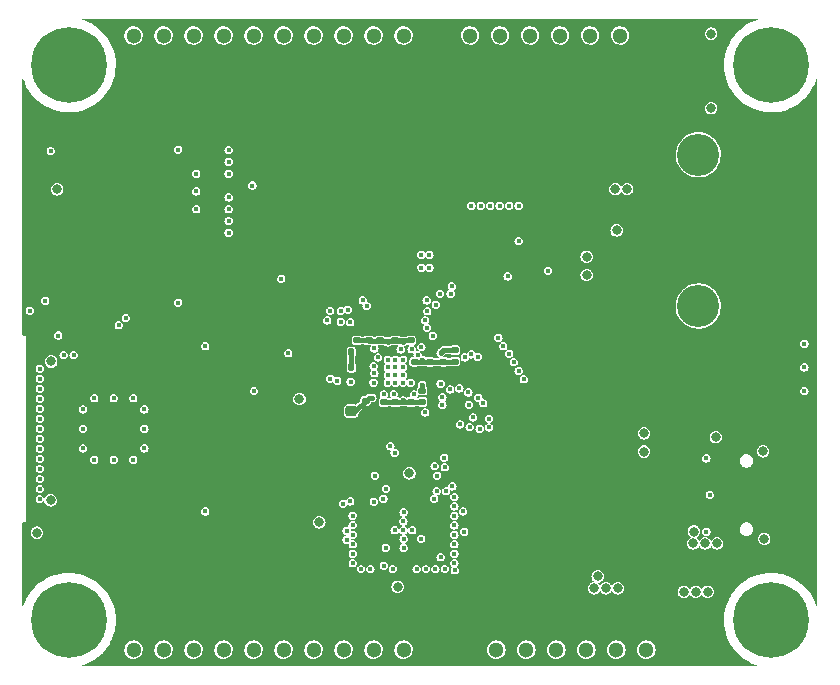
<source format=gbr>
%TF.GenerationSoftware,KiCad,Pcbnew,(6.0.10)*%
%TF.CreationDate,2023-06-21T21:11:03+02:00*%
%TF.ProjectId,FOX-PDA-v1,464f582d-5044-4412-9d76-312e6b696361,rev?*%
%TF.SameCoordinates,Original*%
%TF.FileFunction,Copper,L6,Bot*%
%TF.FilePolarity,Positive*%
%FSLAX46Y46*%
G04 Gerber Fmt 4.6, Leading zero omitted, Abs format (unit mm)*
G04 Created by KiCad (PCBNEW (6.0.10)) date 2023-06-21 21:11:03*
%MOMM*%
%LPD*%
G01*
G04 APERTURE LIST*
G04 Aperture macros list*
%AMRoundRect*
0 Rectangle with rounded corners*
0 $1 Rounding radius*
0 $2 $3 $4 $5 $6 $7 $8 $9 X,Y pos of 4 corners*
0 Add a 4 corners polygon primitive as box body*
4,1,4,$2,$3,$4,$5,$6,$7,$8,$9,$2,$3,0*
0 Add four circle primitives for the rounded corners*
1,1,$1+$1,$2,$3*
1,1,$1+$1,$4,$5*
1,1,$1+$1,$6,$7*
1,1,$1+$1,$8,$9*
0 Add four rect primitives between the rounded corners*
20,1,$1+$1,$2,$3,$4,$5,0*
20,1,$1+$1,$4,$5,$6,$7,0*
20,1,$1+$1,$6,$7,$8,$9,0*
20,1,$1+$1,$8,$9,$2,$3,0*%
G04 Aperture macros list end*
%TA.AperFunction,ComponentPad*%
%ADD10C,0.800000*%
%TD*%
%TA.AperFunction,ComponentPad*%
%ADD11C,6.400000*%
%TD*%
%TA.AperFunction,ComponentPad*%
%ADD12C,1.300000*%
%TD*%
%TA.AperFunction,ComponentPad*%
%ADD13C,3.570000*%
%TD*%
%TA.AperFunction,SMDPad,CuDef*%
%ADD14RoundRect,0.140000X0.170000X-0.140000X0.170000X0.140000X-0.170000X0.140000X-0.170000X-0.140000X0*%
%TD*%
%TA.AperFunction,SMDPad,CuDef*%
%ADD15RoundRect,0.140000X-0.170000X0.140000X-0.170000X-0.140000X0.170000X-0.140000X0.170000X0.140000X0*%
%TD*%
%TA.AperFunction,SMDPad,CuDef*%
%ADD16RoundRect,0.140000X0.140000X0.170000X-0.140000X0.170000X-0.140000X-0.170000X0.140000X-0.170000X0*%
%TD*%
%TA.AperFunction,SMDPad,CuDef*%
%ADD17RoundRect,0.225000X-0.250000X0.225000X-0.250000X-0.225000X0.250000X-0.225000X0.250000X0.225000X0*%
%TD*%
%TA.AperFunction,ViaPad*%
%ADD18C,0.450000*%
%TD*%
%TA.AperFunction,ViaPad*%
%ADD19C,0.800000*%
%TD*%
%TA.AperFunction,Conductor*%
%ADD20C,0.400000*%
%TD*%
G04 APERTURE END LIST*
D10*
%TO.P,H2,1,1*%
%TO.N,unconnected-(H2-Pad1)*%
X179100000Y-70000000D03*
X183900000Y-70000000D03*
D11*
X181500000Y-70000000D03*
D10*
X181500000Y-67600000D03*
X179802944Y-68302944D03*
X183197056Y-71697056D03*
X183197056Y-68302944D03*
X181500000Y-72400000D03*
X179802944Y-71697056D03*
%TD*%
D12*
%TO.P,J6,1,1*%
%TO.N,PF11*%
X150360000Y-119500000D03*
%TO.P,J6,2,2*%
%TO.N,PC5*%
X147820000Y-119500000D03*
%TO.P,J6,3,3*%
%TO.N,PB0*%
X145280000Y-119500000D03*
%TO.P,J6,4,4*%
%TO.N,PA5*%
X142740000Y-119500000D03*
%TO.P,J6,5,5*%
%TO.N,PB1*%
X140200000Y-119500000D03*
%TO.P,J6,6,6*%
%TO.N,PA6*%
X137660000Y-119500000D03*
%TO.P,J6,7,7*%
%TO.N,PA7*%
X135120000Y-119500000D03*
%TO.P,J6,8,8*%
%TO.N,PA0*%
X132580000Y-119500000D03*
%TO.P,J6,9,9*%
%TO.N,PA3*%
X130040000Y-119500000D03*
%TO.P,J6,10,10*%
%TO.N,PA2*%
X127500000Y-119500000D03*
%TD*%
%TO.P,J7,1,1*%
%TO.N,PI1*%
X156000000Y-67500000D03*
%TO.P,J7,2,2*%
%TO.N,PA10*%
X158540000Y-67500000D03*
%TO.P,J7,3,3*%
%TO.N,PI0*%
X161080000Y-67500000D03*
%TO.P,J7,4,4*%
%TO.N,PA9*%
X163620000Y-67500000D03*
%TO.P,J7,5,5*%
%TO.N,PC7*%
X166160000Y-67500000D03*
%TO.P,J7,6,6*%
%TO.N,PG8*%
X168700000Y-67500000D03*
%TD*%
%TO.P,J5,1,1*%
%TO.N,PB5*%
X127500000Y-67500000D03*
%TO.P,J5,2,2*%
%TO.N,PG15*%
X130040000Y-67500000D03*
%TO.P,J5,3,3*%
%TO.N,PG14*%
X132580000Y-67500000D03*
%TO.P,J5,4,4*%
%TO.N,PG12*%
X135120000Y-67500000D03*
%TO.P,J5,5,5*%
%TO.N,PG13*%
X137660000Y-67500000D03*
%TO.P,J5,6,6*%
%TO.N,PG11*%
X140200000Y-67500000D03*
%TO.P,J5,7,7*%
%TO.N,PB4*%
X142740000Y-67500000D03*
%TO.P,J5,8,8*%
%TO.N,PG10*%
X145280000Y-67500000D03*
%TO.P,J5,9,9*%
%TO.N,PD6*%
X147820000Y-67500000D03*
%TO.P,J5,10,10*%
%TO.N,PI3*%
X150360000Y-67500000D03*
%TD*%
D10*
%TO.P,H1,1,1*%
%TO.N,unconnected-(H1-Pad1)*%
X181500000Y-114600000D03*
X183197056Y-118697056D03*
X179802944Y-118697056D03*
X181500000Y-119400000D03*
X179802944Y-115302944D03*
D11*
X181500000Y-117000000D03*
D10*
X183197056Y-115302944D03*
X183900000Y-117000000D03*
X179100000Y-117000000D03*
%TD*%
%TO.P,H3,1,1*%
%TO.N,unconnected-(H3-Pad1)*%
X123697056Y-118697056D03*
X124400000Y-117000000D03*
X120302944Y-118697056D03*
X119600000Y-117000000D03*
X122000000Y-119400000D03*
D11*
X122000000Y-117000000D03*
D10*
X123697056Y-115302944D03*
X122000000Y-114600000D03*
X120302944Y-115302944D03*
%TD*%
D11*
%TO.P,H4,1,1*%
%TO.N,unconnected-(H4-Pad1)*%
X122000000Y-70000000D03*
D10*
X124400000Y-70000000D03*
X120302944Y-68302944D03*
X122000000Y-72400000D03*
X123697056Y-71697056D03*
X120302944Y-71697056D03*
X119600000Y-70000000D03*
X123697056Y-68302944D03*
X122000000Y-67600000D03*
%TD*%
D12*
%TO.P,J3,1,1*%
%TO.N,VDD*%
X176000000Y-119500000D03*
%TO.P,J3,2,2*%
X173460000Y-119500000D03*
%TO.P,J3,3,3*%
%TO.N,VSS*%
X170920000Y-119500000D03*
%TO.P,J3,4,4*%
X168380000Y-119500000D03*
%TO.P,J3,5,5*%
%TO.N,PB13*%
X165840000Y-119500000D03*
%TO.P,J3,6,6*%
%TO.N,PB11*%
X163300000Y-119500000D03*
%TO.P,J3,7,7*%
%TO.N,PB12*%
X160760000Y-119500000D03*
%TO.P,J3,8,8*%
%TO.N,PB10*%
X158220000Y-119500000D03*
%TD*%
D13*
%TO.P,J1,MH1,MH1*%
%TO.N,VSS*%
X175320000Y-90400000D03*
%TO.P,J1,MH2,MH2*%
X175320000Y-77600000D03*
%TD*%
D14*
%TO.P,C14,1*%
%TO.N,VDD*%
X148700000Y-99492500D03*
%TO.P,C14,2*%
%TO.N,VSS*%
X148700000Y-98532500D03*
%TD*%
D15*
%TO.P,C5,1*%
%TO.N,VDD*%
X147400000Y-92357500D03*
%TO.P,C5,2*%
%TO.N,VSS*%
X147400000Y-93317500D03*
%TD*%
%TO.P,C19,1*%
%TO.N,VCAP1*%
X151950000Y-97557500D03*
%TO.P,C19,2*%
%TO.N,VSS*%
X151950000Y-98517500D03*
%TD*%
%TO.P,C18,1*%
%TO.N,VCAP2*%
X154712500Y-94145000D03*
%TO.P,C18,2*%
%TO.N,VSS*%
X154712500Y-95105000D03*
%TD*%
%TO.P,C4,1*%
%TO.N,VDD*%
X148375000Y-92357500D03*
%TO.P,C4,2*%
%TO.N,VSS*%
X148375000Y-93317500D03*
%TD*%
D16*
%TO.P,C9,1*%
%TO.N,VDD*%
X146905000Y-94300000D03*
%TO.P,C9,2*%
%TO.N,VSS*%
X145945000Y-94300000D03*
%TD*%
D14*
%TO.P,C8,1*%
%TO.N,VDD*%
X153737500Y-96080000D03*
%TO.P,C8,2*%
%TO.N,VSS*%
X153737500Y-95120000D03*
%TD*%
D15*
%TO.P,C3,1*%
%TO.N,VDD*%
X149675000Y-92357500D03*
%TO.P,C3,2*%
%TO.N,VSS*%
X149675000Y-93317500D03*
%TD*%
%TO.P,C17,1*%
%TO.N,VDD*%
X147150000Y-97470000D03*
%TO.P,C17,2*%
%TO.N,VSS*%
X147150000Y-98430000D03*
%TD*%
D16*
%TO.P,C10,1*%
%TO.N,VDD*%
X146905000Y-95600000D03*
%TO.P,C10,2*%
%TO.N,VSS*%
X145945000Y-95600000D03*
%TD*%
D14*
%TO.P,C6,1*%
%TO.N,VDD*%
X152600000Y-96080000D03*
%TO.P,C6,2*%
%TO.N,VSS*%
X152600000Y-95120000D03*
%TD*%
D15*
%TO.P,C2,1*%
%TO.N,VDD*%
X146425000Y-92357500D03*
%TO.P,C2,2*%
%TO.N,VSS*%
X146425000Y-93317500D03*
%TD*%
D14*
%TO.P,C16,1*%
%TO.N,VDD*%
X149675000Y-99492500D03*
%TO.P,C16,2*%
%TO.N,VSS*%
X149675000Y-98532500D03*
%TD*%
%TO.P,C7,1*%
%TO.N,VDD*%
X151300000Y-96080000D03*
%TO.P,C7,2*%
%TO.N,VSS*%
X151300000Y-95120000D03*
%TD*%
D15*
%TO.P,C1,1*%
%TO.N,VDD*%
X150975000Y-92357500D03*
%TO.P,C1,2*%
%TO.N,VSS*%
X150975000Y-93317500D03*
%TD*%
D17*
%TO.P,C20,1*%
%TO.N,VDD*%
X145937500Y-97750000D03*
%TO.P,C20,2*%
%TO.N,VSS*%
X145937500Y-99300000D03*
%TD*%
D14*
%TO.P,C15,1*%
%TO.N,VDD*%
X150975000Y-99492500D03*
%TO.P,C15,2*%
%TO.N,VSS*%
X150975000Y-98532500D03*
%TD*%
D18*
%TO.N,VCAP2*%
X153493750Y-94381250D03*
D19*
%TO.N,VDD*%
X143250000Y-110187500D03*
D18*
X144225000Y-92675000D03*
X160100000Y-90887500D03*
X137560000Y-81200000D03*
X135580000Y-80200000D03*
X137560000Y-82200000D03*
D19*
X168500000Y-110500000D03*
X167500000Y-110500000D03*
D18*
X126175000Y-109600000D03*
X146912500Y-94950000D03*
X150325000Y-99337500D03*
X149025000Y-92512500D03*
X147920000Y-97550000D03*
X150325000Y-92512500D03*
X162600000Y-88400000D03*
X137560000Y-83200000D03*
X137560000Y-84200000D03*
D19*
X149862500Y-104575000D03*
D18*
X151950000Y-96412500D03*
X148050000Y-105600000D03*
D19*
X150862500Y-114175000D03*
D18*
X123975000Y-91155000D03*
X137560000Y-79200000D03*
D19*
X166800000Y-111500000D03*
D18*
X137560000Y-77200000D03*
D19*
X166500000Y-110500000D03*
D18*
X125125000Y-91150000D03*
X137560000Y-78200000D03*
D19*
X122925000Y-109600000D03*
X141550000Y-99825000D03*
%TO.N,VSS*%
X176900000Y-110500000D03*
X175900000Y-110500000D03*
D18*
X124175000Y-103400000D03*
X132810000Y-80700000D03*
X150325000Y-94950000D03*
X149025000Y-96900000D03*
X119575000Y-99100000D03*
X127475000Y-103400000D03*
D19*
X141550000Y-98275000D03*
D18*
X151550000Y-94575000D03*
X143900000Y-91625000D03*
X132810000Y-79200000D03*
D19*
X150862500Y-104575000D03*
D18*
X152320000Y-89920000D03*
X145550000Y-110175000D03*
X154450000Y-88750000D03*
X150325000Y-98362500D03*
D19*
X119325000Y-109600000D03*
X167500000Y-114300000D03*
D18*
X149675000Y-96900000D03*
X119575000Y-100800000D03*
X125825000Y-98200000D03*
D19*
X169300000Y-80500000D03*
X166800000Y-113300000D03*
D18*
X119575000Y-106750000D03*
X147720000Y-98180000D03*
X123225000Y-100800000D03*
X118725000Y-90800000D03*
X144150000Y-90825000D03*
X124175000Y-98200000D03*
X176000000Y-103300000D03*
X160100000Y-84900000D03*
X149675000Y-95600000D03*
X128425000Y-100800000D03*
X125825000Y-103400000D03*
D19*
X166500000Y-114300000D03*
D18*
X156650000Y-94700000D03*
X119575000Y-98250000D03*
X184300000Y-93600000D03*
X176300000Y-106400000D03*
X132810000Y-82200000D03*
X151950000Y-94950000D03*
D19*
X165875000Y-86225000D03*
D18*
X184300000Y-95600000D03*
X131275000Y-77175000D03*
X150325000Y-93487500D03*
X150325000Y-95600000D03*
X155400000Y-107800000D03*
X119575000Y-99950000D03*
X155500000Y-109525000D03*
X149675000Y-96250000D03*
X133575000Y-93800000D03*
D19*
X168300000Y-80500000D03*
D18*
X137700000Y-97600000D03*
X151850000Y-110125000D03*
D19*
X174900000Y-110500000D03*
D18*
X176000000Y-109500000D03*
X149675000Y-94950000D03*
X150325000Y-96250000D03*
X120500000Y-77275000D03*
X145250000Y-107150000D03*
X123225000Y-102450000D03*
D19*
X176400000Y-67350000D03*
D18*
X119575000Y-103350000D03*
X145550000Y-109425000D03*
D19*
X149862500Y-114175000D03*
D18*
X149025000Y-96250000D03*
X119575000Y-97400000D03*
D19*
X176800000Y-101500000D03*
D18*
X154500000Y-105675000D03*
X123225000Y-99150000D03*
D19*
X168400000Y-84000000D03*
X121040000Y-80530000D03*
D18*
X119575000Y-102500000D03*
D19*
X180800000Y-102700000D03*
D18*
X119575000Y-105900000D03*
X122425000Y-94550000D03*
D19*
X176400000Y-73650000D03*
D18*
X128425000Y-99150000D03*
X150975000Y-96900000D03*
X145650000Y-90725000D03*
X119575000Y-104200000D03*
X127475000Y-98200000D03*
X128425000Y-102450000D03*
D19*
X168500000Y-114300000D03*
D18*
X140000000Y-88100000D03*
X157600000Y-99950000D03*
X131275000Y-90125000D03*
X149025000Y-93487500D03*
D19*
X120475000Y-106850000D03*
D18*
X145937500Y-94950000D03*
D19*
X143225000Y-108712500D03*
D18*
X149025000Y-95600000D03*
X157600000Y-100675000D03*
X119575000Y-95700000D03*
X150325000Y-96900000D03*
X137560000Y-80200000D03*
X119575000Y-101650000D03*
X119575000Y-105050000D03*
D19*
X174950000Y-109500000D03*
D18*
X121575000Y-94550000D03*
D19*
X180900000Y-110100000D03*
D18*
X133575000Y-107800000D03*
X157100000Y-98625000D03*
X154700000Y-112775000D03*
X149025000Y-94950000D03*
D19*
X170725000Y-102725000D03*
D18*
X120025000Y-89950000D03*
X147900000Y-94000000D03*
D19*
X120525000Y-95100000D03*
D18*
X184300000Y-97600000D03*
X121125000Y-92900000D03*
X140600000Y-94400000D03*
X162592500Y-87407500D03*
X119575000Y-96550000D03*
X152950000Y-106725000D03*
%TO.N,SDMMC_CK*%
X152370000Y-90840000D03*
X135550000Y-79200000D03*
%TO.N,SDMMC_D3*%
X153450000Y-89350000D03*
X135550000Y-82200000D03*
%TO.N,SDMMC_D2*%
X154350000Y-89350000D03*
X135550000Y-83200000D03*
%TO.N,SDMMC_CMD*%
X135550000Y-81200000D03*
X151875000Y-93875000D03*
%TO.N,SDMMC_D1*%
X156100000Y-94500000D03*
X135550000Y-77200000D03*
%TO.N,SDMMC_D0*%
X155550000Y-94750000D03*
X135550000Y-78200000D03*
%TO.N,PSRAM_A19*%
X145050000Y-90825000D03*
X154662500Y-112175000D03*
%TO.N,PSRAM_NBL1*%
X146912500Y-89912500D03*
X146762500Y-112675000D03*
%TO.N,PSRAM_NBL0*%
X147562500Y-112675000D03*
X147237500Y-90400000D03*
%TO.N,PSRAM_CE#*%
X152193750Y-91618750D03*
X147940000Y-104780000D03*
%TO.N,PSRAM_A20*%
X153162500Y-106075000D03*
X145050000Y-91725000D03*
%TO.N,PSRAM_A21*%
X151100000Y-109387500D03*
X145850000Y-91775000D03*
%TO.N,PSRAM_DQ2*%
X152356250Y-92268750D03*
X148880000Y-105870000D03*
%TO.N,PSRAM_WE#*%
X151050000Y-94060000D03*
X153962500Y-106075000D03*
%TO.N,PSRAM_DQ3*%
X152843750Y-92918750D03*
X150362500Y-107875000D03*
%TO.N,PSRAM_OE#*%
X146062500Y-112175000D03*
X150110000Y-94070000D03*
%TO.N,PSRAM_A0*%
X148200000Y-94750000D03*
X146062500Y-110575000D03*
%TO.N,PSRAM_A2*%
X144150000Y-96575000D03*
X145850000Y-106950000D03*
%TO.N,PSRAM_A1*%
X146050000Y-108950000D03*
X147837500Y-95487500D03*
%TO.N,NRST*%
X159175000Y-87900000D03*
X144750000Y-96725000D03*
%TO.N,PSRAM_A3*%
X145875000Y-96800000D03*
X146062500Y-111375000D03*
%TO.N,PSRAM_A4*%
X147887500Y-96087500D03*
X146050000Y-108150000D03*
%TO.N,PSRAM_A5*%
X147820000Y-96890000D03*
X146062500Y-109775000D03*
%TO.N,PSRAM_A15*%
X153493750Y-96981250D03*
X154662500Y-108975000D03*
%TO.N,PSRAM_A14*%
X155100000Y-97375000D03*
X151462500Y-112675000D03*
%TO.N,PSRAM_A13*%
X154662500Y-107375000D03*
X154306250Y-97468750D03*
%TO.N,PSRAM_DQ1*%
X153656250Y-98118750D03*
X148650000Y-106720000D03*
%TO.N,PSRAM_A12*%
X154662500Y-110575000D03*
X155850000Y-97725000D03*
%TO.N,PSRAM_A11*%
X154662500Y-106575000D03*
X151250000Y-97875000D03*
%TO.N,PSRAM_DQ0*%
X147850000Y-106975000D03*
X153656250Y-98768750D03*
%TO.N,PSRAM_A18*%
X153500000Y-111675000D03*
X156700000Y-98175000D03*
%TO.N,PSRAM_A7*%
X148700000Y-97875000D03*
X149612500Y-109375000D03*
%TO.N,PSRAM_A10*%
X154662500Y-108175000D03*
X149537500Y-97887500D03*
%TO.N,PSRAM_DQ10*%
X152193750Y-99418750D03*
X148862500Y-110875000D03*
%TO.N,PSRAM_A17*%
X150350000Y-109375000D03*
X156250000Y-99825000D03*
%TO.N,PSRAM_A16*%
X155900000Y-98775000D03*
X150350000Y-108625000D03*
%TO.N,PSRAM_DQ15*%
X153862500Y-112675000D03*
X156800000Y-100800000D03*
%TO.N,PSRAM_A9*%
X154662500Y-109775000D03*
X149600000Y-102825000D03*
%TO.N,PSRAM_DQ8*%
X148700000Y-112400000D03*
X153000000Y-103950000D03*
%TO.N,PSRAM_DQ11*%
X150362500Y-110125000D03*
X153800000Y-103250000D03*
%TO.N,PSRAM_DQ14*%
X155150000Y-100425000D03*
X152262500Y-112675000D03*
%TO.N,PSRAM_DQ13*%
X155950000Y-100650000D03*
X153062500Y-112675000D03*
%TO.N,PSRAM_A8*%
X154662500Y-111375000D03*
X149250000Y-102275000D03*
%TO.N,PSRAM_DQ9*%
X149450000Y-112675000D03*
X153200000Y-104775000D03*
%TO.N,PSRAM_DQ12*%
X150362500Y-110875000D03*
X153850000Y-104050000D03*
%TO.N,VCAP1*%
X151950000Y-97065000D03*
%TO.N,WIFI_UART_TX*%
X126250000Y-92025000D03*
X126850000Y-91425000D03*
D19*
%TO.N,VCC*%
X165875000Y-87775000D03*
X176100000Y-114600000D03*
X170725000Y-101175000D03*
X174100000Y-114600000D03*
X175100000Y-114600000D03*
D18*
%TO.N,SDMMC_SW*%
X153100000Y-90300000D03*
X135550000Y-84200000D03*
%TO.N,PD6*%
X151875000Y-87150000D03*
X151875000Y-86075000D03*
%TO.N,PI3*%
X152550000Y-87150000D03*
X152550000Y-86075000D03*
%TO.N,PI1*%
X158400000Y-93100000D03*
X156100000Y-81900000D03*
%TO.N,PA10*%
X158800000Y-93800000D03*
X156900000Y-81900000D03*
%TO.N,PI0*%
X157700000Y-81900000D03*
X159300000Y-94450000D03*
%TO.N,PA9*%
X158500000Y-81900000D03*
X159700000Y-95150000D03*
%TO.N,PC7*%
X159300000Y-81900000D03*
X160100000Y-95900000D03*
%TO.N,PG8*%
X160100000Y-81900000D03*
X160550000Y-96600000D03*
%TD*%
D20*
%TO.N,VCAP2*%
X153730000Y-94145000D02*
X153493750Y-94381250D01*
X154712500Y-94145000D02*
X153730000Y-94145000D01*
%TO.N,VDD*%
X149675000Y-92357500D02*
X150975000Y-92357500D01*
X150332500Y-99492500D02*
X148700000Y-99492500D01*
X147400000Y-92350000D02*
X149025000Y-92350000D01*
X146905000Y-94300000D02*
X146905000Y-95600000D01*
X147840000Y-97470000D02*
X147150000Y-97470000D01*
X151300000Y-96080000D02*
X151942500Y-96080000D01*
X149025000Y-92512500D02*
X149025000Y-92350000D01*
X149025000Y-92350000D02*
X150325000Y-92350000D01*
X150325000Y-99337500D02*
X150325000Y-99485000D01*
X150975000Y-99492500D02*
X150332500Y-99492500D01*
X151942500Y-96080000D02*
X153737500Y-96080000D01*
X147150000Y-97470000D02*
X146217500Y-97470000D01*
X151950000Y-96412500D02*
X151942500Y-96405000D01*
X146425000Y-92357500D02*
X147400000Y-92357500D01*
X150325000Y-99485000D02*
X150332500Y-99492500D01*
X151942500Y-96405000D02*
X151942500Y-96080000D01*
X147920000Y-97550000D02*
X147840000Y-97470000D01*
X150325000Y-92512500D02*
X150325000Y-92350000D01*
X146217500Y-97470000D02*
X145937500Y-97750000D01*
%TO.N,VSS*%
X149025000Y-93325000D02*
X147400000Y-93325000D01*
X147720000Y-98180000D02*
X147400000Y-98180000D01*
X151950000Y-94950000D02*
X151950000Y-95112500D01*
X149675000Y-98532500D02*
X150317500Y-98532500D01*
X149025000Y-93487500D02*
X149025000Y-93325000D01*
X151935000Y-98532500D02*
X151950000Y-98517500D01*
X150975000Y-98532500D02*
X151935000Y-98532500D01*
X153737500Y-95120000D02*
X151942500Y-95120000D01*
X146425000Y-93317500D02*
X147400000Y-93317500D01*
X154697500Y-95120000D02*
X154712500Y-95105000D01*
X153737500Y-95120000D02*
X154697500Y-95120000D01*
X151942500Y-95120000D02*
X151300000Y-95120000D01*
X150317500Y-98370000D02*
X150317500Y-98532500D01*
X145945000Y-94300000D02*
X145945000Y-95600000D01*
X151950000Y-95112500D02*
X151942500Y-95120000D01*
X145937500Y-99300000D02*
X146280000Y-99300000D01*
X146280000Y-99300000D02*
X147150000Y-98430000D01*
X148700000Y-98532500D02*
X149675000Y-98532500D01*
X150325000Y-98362500D02*
X150317500Y-98370000D01*
X150317500Y-98532500D02*
X150975000Y-98532500D01*
X150325000Y-93325000D02*
X149025000Y-93325000D01*
X147400000Y-98180000D02*
X147150000Y-98430000D01*
X150325000Y-93487500D02*
X150325000Y-93325000D01*
X150975000Y-93317500D02*
X149675000Y-93317500D01*
%TO.N,VCAP1*%
X151950000Y-97065000D02*
X151950000Y-97557500D01*
%TD*%
%TA.AperFunction,Conductor*%
%TO.N,VDD*%
G36*
X180332887Y-66103387D02*
G01*
X180345774Y-66134500D01*
X180332887Y-66165613D01*
X180316244Y-66176053D01*
X180248593Y-66199612D01*
X179999579Y-66286327D01*
X179998601Y-66286779D01*
X179645326Y-66450015D01*
X179645317Y-66450020D01*
X179644349Y-66450467D01*
X179643427Y-66451008D01*
X179643423Y-66451010D01*
X179307754Y-66647945D01*
X179307747Y-66647950D01*
X179306831Y-66648487D01*
X179305968Y-66649114D01*
X178991110Y-66877871D01*
X178991101Y-66877878D01*
X178990248Y-66878498D01*
X178989451Y-66879205D01*
X178989448Y-66879208D01*
X178835279Y-67016086D01*
X178697621Y-67138305D01*
X178696893Y-67139091D01*
X178696887Y-67139097D01*
X178631572Y-67209631D01*
X178431743Y-67425427D01*
X178195152Y-67737124D01*
X178194593Y-67738033D01*
X178194588Y-67738040D01*
X178117823Y-67862820D01*
X177990107Y-68070420D01*
X177964354Y-68123221D01*
X177886792Y-68282248D01*
X177818564Y-68422135D01*
X177682162Y-68788910D01*
X177681890Y-68789940D01*
X177681887Y-68789949D01*
X177667772Y-68843372D01*
X177582201Y-69167246D01*
X177582030Y-69168300D01*
X177582029Y-69168306D01*
X177569191Y-69247570D01*
X177519637Y-69553531D01*
X177519570Y-69554601D01*
X177519569Y-69554607D01*
X177516069Y-69610240D01*
X177495065Y-69944077D01*
X177508722Y-70335157D01*
X177560477Y-70723038D01*
X177649834Y-71104017D01*
X177650181Y-71105036D01*
X177775601Y-71473455D01*
X177775605Y-71473465D01*
X177775943Y-71474458D01*
X177937598Y-71830826D01*
X177938132Y-71831750D01*
X177938132Y-71831751D01*
X178023328Y-71979313D01*
X178133258Y-72169717D01*
X178133884Y-72170591D01*
X178133885Y-72170593D01*
X178233442Y-72309653D01*
X178361053Y-72487899D01*
X178618810Y-72782333D01*
X178904069Y-73050208D01*
X179214107Y-73288969D01*
X179545964Y-73496337D01*
X179896472Y-73670331D01*
X180262287Y-73809290D01*
X180639915Y-73911890D01*
X180640974Y-73912069D01*
X180640978Y-73912070D01*
X181024689Y-73976970D01*
X181024692Y-73976970D01*
X181025754Y-73977150D01*
X181256790Y-73993306D01*
X181415057Y-74004373D01*
X181415062Y-74004373D01*
X181416119Y-74004447D01*
X181677031Y-73997159D01*
X181806216Y-73993550D01*
X181806219Y-73993550D01*
X181807285Y-73993520D01*
X181808342Y-73993386D01*
X181808348Y-73993386D01*
X182194456Y-73944609D01*
X182194455Y-73944609D01*
X182195517Y-73944475D01*
X182577111Y-73857779D01*
X182787762Y-73787705D01*
X182947406Y-73734599D01*
X182947412Y-73734596D01*
X182948424Y-73734260D01*
X182949403Y-73733824D01*
X182949411Y-73733821D01*
X183304919Y-73575538D01*
X183304925Y-73575535D01*
X183305911Y-73575096D01*
X183646160Y-73381808D01*
X183965924Y-73156239D01*
X184262150Y-72900544D01*
X184532011Y-72617162D01*
X184772931Y-72308799D01*
X184982610Y-71978398D01*
X184983094Y-71977440D01*
X185158560Y-71630075D01*
X185158563Y-71630068D01*
X185159046Y-71629112D01*
X185159433Y-71628114D01*
X185159438Y-71628103D01*
X185300170Y-71265275D01*
X185300171Y-71265273D01*
X185300557Y-71264277D01*
X185323121Y-71183462D01*
X185343900Y-71156961D01*
X185377332Y-71152915D01*
X185403833Y-71173694D01*
X185409500Y-71195294D01*
X185409500Y-115798573D01*
X185396613Y-115829686D01*
X185365500Y-115842573D01*
X185334387Y-115829686D01*
X185324049Y-115813333D01*
X185322256Y-115808296D01*
X185203107Y-115473689D01*
X185036492Y-115119614D01*
X184836120Y-114783487D01*
X184835484Y-114782624D01*
X184604546Y-114469386D01*
X184604543Y-114469382D01*
X184603905Y-114468517D01*
X184581211Y-114443312D01*
X184449532Y-114297070D01*
X184342061Y-114177711D01*
X184335965Y-114172144D01*
X184053884Y-113914569D01*
X184053090Y-113913844D01*
X184052238Y-113913207D01*
X184052230Y-113913200D01*
X183740609Y-113680078D01*
X183740604Y-113680075D01*
X183739749Y-113679435D01*
X183708816Y-113660701D01*
X183405948Y-113477278D01*
X183405949Y-113477278D01*
X183405030Y-113476722D01*
X183052126Y-113307638D01*
X183051115Y-113307270D01*
X182685405Y-113174163D01*
X182685401Y-113174162D01*
X182684407Y-113173800D01*
X182683381Y-113173537D01*
X182683376Y-113173535D01*
X182453160Y-113114426D01*
X182305382Y-113076483D01*
X182304328Y-113076320D01*
X182304319Y-113076318D01*
X181919730Y-113016781D01*
X181919728Y-113016781D01*
X181918670Y-113016617D01*
X181527962Y-112994773D01*
X181526887Y-112994818D01*
X181526878Y-112994818D01*
X181138077Y-113011113D01*
X181138071Y-113011114D01*
X181136987Y-113011159D01*
X180749477Y-113065620D01*
X180369131Y-113157636D01*
X179999579Y-113286327D01*
X179998601Y-113286779D01*
X179645326Y-113450015D01*
X179645317Y-113450020D01*
X179644349Y-113450467D01*
X179643427Y-113451008D01*
X179643423Y-113451010D01*
X179307754Y-113647945D01*
X179307747Y-113647950D01*
X179306831Y-113648487D01*
X179305968Y-113649114D01*
X178991110Y-113877871D01*
X178991101Y-113877878D01*
X178990248Y-113878498D01*
X178989451Y-113879205D01*
X178989448Y-113879208D01*
X178698425Y-114137591D01*
X178697621Y-114138305D01*
X178696893Y-114139091D01*
X178696887Y-114139097D01*
X178620096Y-114222024D01*
X178431743Y-114425427D01*
X178195152Y-114737124D01*
X178194593Y-114738033D01*
X178194588Y-114738040D01*
X178059822Y-114957100D01*
X177990107Y-115070420D01*
X177818564Y-115422135D01*
X177682162Y-115788910D01*
X177681890Y-115789940D01*
X177681887Y-115789949D01*
X177667772Y-115843372D01*
X177582201Y-116167246D01*
X177582030Y-116168300D01*
X177582029Y-116168306D01*
X177519809Y-116552469D01*
X177519637Y-116553531D01*
X177519570Y-116554601D01*
X177519569Y-116554607D01*
X177516069Y-116610240D01*
X177495065Y-116944077D01*
X177508722Y-117335157D01*
X177560477Y-117723038D01*
X177649834Y-118104017D01*
X177650181Y-118105036D01*
X177775601Y-118473455D01*
X177775605Y-118473465D01*
X177775943Y-118474458D01*
X177937598Y-118830826D01*
X177938132Y-118831750D01*
X177938132Y-118831751D01*
X178121899Y-119150042D01*
X178133258Y-119169717D01*
X178133884Y-119170591D01*
X178133885Y-119170593D01*
X178233442Y-119309653D01*
X178361053Y-119487899D01*
X178390771Y-119521846D01*
X178598117Y-119758695D01*
X178618810Y-119782333D01*
X178904069Y-120050208D01*
X179214107Y-120288969D01*
X179545964Y-120496337D01*
X179896472Y-120670331D01*
X180262287Y-120809290D01*
X180302261Y-120820151D01*
X180312891Y-120823039D01*
X180339537Y-120843633D01*
X180343816Y-120877036D01*
X180323222Y-120903682D01*
X180301355Y-120909500D01*
X123193298Y-120909500D01*
X123162185Y-120896613D01*
X123149298Y-120865500D01*
X123162185Y-120834387D01*
X123179409Y-120823749D01*
X123181544Y-120823039D01*
X123234975Y-120805265D01*
X123447406Y-120734599D01*
X123447412Y-120734596D01*
X123448424Y-120734260D01*
X123449403Y-120733824D01*
X123449411Y-120733821D01*
X123804919Y-120575538D01*
X123804925Y-120575535D01*
X123805911Y-120575096D01*
X124146160Y-120381808D01*
X124465924Y-120156239D01*
X124527759Y-120102865D01*
X124761331Y-119901251D01*
X124761332Y-119901250D01*
X124762150Y-119900544D01*
X124805194Y-119855344D01*
X124897231Y-119758695D01*
X125032011Y-119617162D01*
X125132083Y-119489076D01*
X126717656Y-119489076D01*
X126717896Y-119491524D01*
X126717896Y-119491527D01*
X126730131Y-119616306D01*
X126734678Y-119662674D01*
X126735452Y-119665002D01*
X126735453Y-119665005D01*
X126746057Y-119696881D01*
X126789737Y-119828188D01*
X126880097Y-119977390D01*
X127001267Y-120102865D01*
X127147224Y-120198377D01*
X127310715Y-120259179D01*
X127313149Y-120259504D01*
X127313150Y-120259504D01*
X127481183Y-120281924D01*
X127481186Y-120281924D01*
X127483614Y-120282248D01*
X127486054Y-120282026D01*
X127486059Y-120282026D01*
X127642636Y-120267776D01*
X127657327Y-120266439D01*
X127823221Y-120212537D01*
X127825334Y-120211277D01*
X127825337Y-120211276D01*
X127970939Y-120124480D01*
X127970943Y-120124477D01*
X127973050Y-120123221D01*
X127993012Y-120104212D01*
X128097587Y-120004626D01*
X128099368Y-120002930D01*
X128117736Y-119975285D01*
X128131418Y-119954692D01*
X128195897Y-119857643D01*
X128257839Y-119694580D01*
X128282115Y-119521846D01*
X128282420Y-119500000D01*
X128281195Y-119489076D01*
X129257656Y-119489076D01*
X129257896Y-119491524D01*
X129257896Y-119491527D01*
X129270131Y-119616306D01*
X129274678Y-119662674D01*
X129275452Y-119665002D01*
X129275453Y-119665005D01*
X129286057Y-119696881D01*
X129329737Y-119828188D01*
X129420097Y-119977390D01*
X129541267Y-120102865D01*
X129687224Y-120198377D01*
X129850715Y-120259179D01*
X129853149Y-120259504D01*
X129853150Y-120259504D01*
X130021183Y-120281924D01*
X130021186Y-120281924D01*
X130023614Y-120282248D01*
X130026054Y-120282026D01*
X130026059Y-120282026D01*
X130182636Y-120267776D01*
X130197327Y-120266439D01*
X130363221Y-120212537D01*
X130365334Y-120211277D01*
X130365337Y-120211276D01*
X130510939Y-120124480D01*
X130510943Y-120124477D01*
X130513050Y-120123221D01*
X130533012Y-120104212D01*
X130637587Y-120004626D01*
X130639368Y-120002930D01*
X130657736Y-119975285D01*
X130671418Y-119954692D01*
X130735897Y-119857643D01*
X130797839Y-119694580D01*
X130822115Y-119521846D01*
X130822420Y-119500000D01*
X130821195Y-119489076D01*
X131797656Y-119489076D01*
X131797896Y-119491524D01*
X131797896Y-119491527D01*
X131810131Y-119616306D01*
X131814678Y-119662674D01*
X131815452Y-119665002D01*
X131815453Y-119665005D01*
X131826057Y-119696881D01*
X131869737Y-119828188D01*
X131960097Y-119977390D01*
X132081267Y-120102865D01*
X132227224Y-120198377D01*
X132390715Y-120259179D01*
X132393149Y-120259504D01*
X132393150Y-120259504D01*
X132561183Y-120281924D01*
X132561186Y-120281924D01*
X132563614Y-120282248D01*
X132566054Y-120282026D01*
X132566059Y-120282026D01*
X132722636Y-120267776D01*
X132737327Y-120266439D01*
X132903221Y-120212537D01*
X132905334Y-120211277D01*
X132905337Y-120211276D01*
X133050939Y-120124480D01*
X133050943Y-120124477D01*
X133053050Y-120123221D01*
X133073012Y-120104212D01*
X133177587Y-120004626D01*
X133179368Y-120002930D01*
X133197736Y-119975285D01*
X133211418Y-119954692D01*
X133275897Y-119857643D01*
X133337839Y-119694580D01*
X133362115Y-119521846D01*
X133362420Y-119500000D01*
X133361195Y-119489076D01*
X134337656Y-119489076D01*
X134337896Y-119491524D01*
X134337896Y-119491527D01*
X134350131Y-119616306D01*
X134354678Y-119662674D01*
X134355452Y-119665002D01*
X134355453Y-119665005D01*
X134366057Y-119696881D01*
X134409737Y-119828188D01*
X134500097Y-119977390D01*
X134621267Y-120102865D01*
X134767224Y-120198377D01*
X134930715Y-120259179D01*
X134933149Y-120259504D01*
X134933150Y-120259504D01*
X135101183Y-120281924D01*
X135101186Y-120281924D01*
X135103614Y-120282248D01*
X135106054Y-120282026D01*
X135106059Y-120282026D01*
X135262636Y-120267776D01*
X135277327Y-120266439D01*
X135443221Y-120212537D01*
X135445334Y-120211277D01*
X135445337Y-120211276D01*
X135590939Y-120124480D01*
X135590943Y-120124477D01*
X135593050Y-120123221D01*
X135613012Y-120104212D01*
X135717587Y-120004626D01*
X135719368Y-120002930D01*
X135737736Y-119975285D01*
X135751418Y-119954692D01*
X135815897Y-119857643D01*
X135877839Y-119694580D01*
X135902115Y-119521846D01*
X135902420Y-119500000D01*
X135901195Y-119489076D01*
X136877656Y-119489076D01*
X136877896Y-119491524D01*
X136877896Y-119491527D01*
X136890131Y-119616306D01*
X136894678Y-119662674D01*
X136895452Y-119665002D01*
X136895453Y-119665005D01*
X136906057Y-119696881D01*
X136949737Y-119828188D01*
X137040097Y-119977390D01*
X137161267Y-120102865D01*
X137307224Y-120198377D01*
X137470715Y-120259179D01*
X137473149Y-120259504D01*
X137473150Y-120259504D01*
X137641183Y-120281924D01*
X137641186Y-120281924D01*
X137643614Y-120282248D01*
X137646054Y-120282026D01*
X137646059Y-120282026D01*
X137802636Y-120267776D01*
X137817327Y-120266439D01*
X137983221Y-120212537D01*
X137985334Y-120211277D01*
X137985337Y-120211276D01*
X138130939Y-120124480D01*
X138130943Y-120124477D01*
X138133050Y-120123221D01*
X138153012Y-120104212D01*
X138257587Y-120004626D01*
X138259368Y-120002930D01*
X138277736Y-119975285D01*
X138291418Y-119954692D01*
X138355897Y-119857643D01*
X138417839Y-119694580D01*
X138442115Y-119521846D01*
X138442420Y-119500000D01*
X138441195Y-119489076D01*
X139417656Y-119489076D01*
X139417896Y-119491524D01*
X139417896Y-119491527D01*
X139430131Y-119616306D01*
X139434678Y-119662674D01*
X139435452Y-119665002D01*
X139435453Y-119665005D01*
X139446057Y-119696881D01*
X139489737Y-119828188D01*
X139580097Y-119977390D01*
X139701267Y-120102865D01*
X139847224Y-120198377D01*
X140010715Y-120259179D01*
X140013149Y-120259504D01*
X140013150Y-120259504D01*
X140181183Y-120281924D01*
X140181186Y-120281924D01*
X140183614Y-120282248D01*
X140186054Y-120282026D01*
X140186059Y-120282026D01*
X140342636Y-120267776D01*
X140357327Y-120266439D01*
X140523221Y-120212537D01*
X140525334Y-120211277D01*
X140525337Y-120211276D01*
X140670939Y-120124480D01*
X140670943Y-120124477D01*
X140673050Y-120123221D01*
X140693012Y-120104212D01*
X140797587Y-120004626D01*
X140799368Y-120002930D01*
X140817736Y-119975285D01*
X140831418Y-119954692D01*
X140895897Y-119857643D01*
X140957839Y-119694580D01*
X140982115Y-119521846D01*
X140982420Y-119500000D01*
X140981195Y-119489076D01*
X141957656Y-119489076D01*
X141957896Y-119491524D01*
X141957896Y-119491527D01*
X141970131Y-119616306D01*
X141974678Y-119662674D01*
X141975452Y-119665002D01*
X141975453Y-119665005D01*
X141986057Y-119696881D01*
X142029737Y-119828188D01*
X142120097Y-119977390D01*
X142241267Y-120102865D01*
X142387224Y-120198377D01*
X142550715Y-120259179D01*
X142553149Y-120259504D01*
X142553150Y-120259504D01*
X142721183Y-120281924D01*
X142721186Y-120281924D01*
X142723614Y-120282248D01*
X142726054Y-120282026D01*
X142726059Y-120282026D01*
X142882636Y-120267776D01*
X142897327Y-120266439D01*
X143063221Y-120212537D01*
X143065334Y-120211277D01*
X143065337Y-120211276D01*
X143210939Y-120124480D01*
X143210943Y-120124477D01*
X143213050Y-120123221D01*
X143233012Y-120104212D01*
X143337587Y-120004626D01*
X143339368Y-120002930D01*
X143357736Y-119975285D01*
X143371418Y-119954692D01*
X143435897Y-119857643D01*
X143497839Y-119694580D01*
X143522115Y-119521846D01*
X143522420Y-119500000D01*
X143521195Y-119489076D01*
X144497656Y-119489076D01*
X144497896Y-119491524D01*
X144497896Y-119491527D01*
X144510131Y-119616306D01*
X144514678Y-119662674D01*
X144515452Y-119665002D01*
X144515453Y-119665005D01*
X144526057Y-119696881D01*
X144569737Y-119828188D01*
X144660097Y-119977390D01*
X144781267Y-120102865D01*
X144927224Y-120198377D01*
X145090715Y-120259179D01*
X145093149Y-120259504D01*
X145093150Y-120259504D01*
X145261183Y-120281924D01*
X145261186Y-120281924D01*
X145263614Y-120282248D01*
X145266054Y-120282026D01*
X145266059Y-120282026D01*
X145422636Y-120267776D01*
X145437327Y-120266439D01*
X145603221Y-120212537D01*
X145605334Y-120211277D01*
X145605337Y-120211276D01*
X145750939Y-120124480D01*
X145750943Y-120124477D01*
X145753050Y-120123221D01*
X145773012Y-120104212D01*
X145877587Y-120004626D01*
X145879368Y-120002930D01*
X145897736Y-119975285D01*
X145911418Y-119954692D01*
X145975897Y-119857643D01*
X146037839Y-119694580D01*
X146062115Y-119521846D01*
X146062420Y-119500000D01*
X146061195Y-119489076D01*
X147037656Y-119489076D01*
X147037896Y-119491524D01*
X147037896Y-119491527D01*
X147050131Y-119616306D01*
X147054678Y-119662674D01*
X147055452Y-119665002D01*
X147055453Y-119665005D01*
X147066057Y-119696881D01*
X147109737Y-119828188D01*
X147200097Y-119977390D01*
X147321267Y-120102865D01*
X147467224Y-120198377D01*
X147630715Y-120259179D01*
X147633149Y-120259504D01*
X147633150Y-120259504D01*
X147801183Y-120281924D01*
X147801186Y-120281924D01*
X147803614Y-120282248D01*
X147806054Y-120282026D01*
X147806059Y-120282026D01*
X147962636Y-120267776D01*
X147977327Y-120266439D01*
X148143221Y-120212537D01*
X148145334Y-120211277D01*
X148145337Y-120211276D01*
X148290939Y-120124480D01*
X148290943Y-120124477D01*
X148293050Y-120123221D01*
X148313012Y-120104212D01*
X148417587Y-120004626D01*
X148419368Y-120002930D01*
X148437736Y-119975285D01*
X148451418Y-119954692D01*
X148515897Y-119857643D01*
X148577839Y-119694580D01*
X148602115Y-119521846D01*
X148602420Y-119500000D01*
X148601195Y-119489076D01*
X149577656Y-119489076D01*
X149577896Y-119491524D01*
X149577896Y-119491527D01*
X149590131Y-119616306D01*
X149594678Y-119662674D01*
X149595452Y-119665002D01*
X149595453Y-119665005D01*
X149606057Y-119696881D01*
X149649737Y-119828188D01*
X149740097Y-119977390D01*
X149861267Y-120102865D01*
X150007224Y-120198377D01*
X150170715Y-120259179D01*
X150173149Y-120259504D01*
X150173150Y-120259504D01*
X150341183Y-120281924D01*
X150341186Y-120281924D01*
X150343614Y-120282248D01*
X150346054Y-120282026D01*
X150346059Y-120282026D01*
X150502636Y-120267776D01*
X150517327Y-120266439D01*
X150683221Y-120212537D01*
X150685334Y-120211277D01*
X150685337Y-120211276D01*
X150830939Y-120124480D01*
X150830943Y-120124477D01*
X150833050Y-120123221D01*
X150853012Y-120104212D01*
X150957587Y-120004626D01*
X150959368Y-120002930D01*
X150977736Y-119975285D01*
X150991418Y-119954692D01*
X151055897Y-119857643D01*
X151117839Y-119694580D01*
X151142115Y-119521846D01*
X151142420Y-119500000D01*
X151141195Y-119489076D01*
X157437656Y-119489076D01*
X157437896Y-119491524D01*
X157437896Y-119491527D01*
X157450131Y-119616306D01*
X157454678Y-119662674D01*
X157455452Y-119665002D01*
X157455453Y-119665005D01*
X157466057Y-119696881D01*
X157509737Y-119828188D01*
X157600097Y-119977390D01*
X157721267Y-120102865D01*
X157867224Y-120198377D01*
X158030715Y-120259179D01*
X158033149Y-120259504D01*
X158033150Y-120259504D01*
X158201183Y-120281924D01*
X158201186Y-120281924D01*
X158203614Y-120282248D01*
X158206054Y-120282026D01*
X158206059Y-120282026D01*
X158362636Y-120267776D01*
X158377327Y-120266439D01*
X158543221Y-120212537D01*
X158545334Y-120211277D01*
X158545337Y-120211276D01*
X158690939Y-120124480D01*
X158690943Y-120124477D01*
X158693050Y-120123221D01*
X158713012Y-120104212D01*
X158817587Y-120004626D01*
X158819368Y-120002930D01*
X158837736Y-119975285D01*
X158851418Y-119954692D01*
X158915897Y-119857643D01*
X158977839Y-119694580D01*
X159002115Y-119521846D01*
X159002420Y-119500000D01*
X159001195Y-119489076D01*
X159977656Y-119489076D01*
X159977896Y-119491524D01*
X159977896Y-119491527D01*
X159990131Y-119616306D01*
X159994678Y-119662674D01*
X159995452Y-119665002D01*
X159995453Y-119665005D01*
X160006057Y-119696881D01*
X160049737Y-119828188D01*
X160140097Y-119977390D01*
X160261267Y-120102865D01*
X160407224Y-120198377D01*
X160570715Y-120259179D01*
X160573149Y-120259504D01*
X160573150Y-120259504D01*
X160741183Y-120281924D01*
X160741186Y-120281924D01*
X160743614Y-120282248D01*
X160746054Y-120282026D01*
X160746059Y-120282026D01*
X160902636Y-120267776D01*
X160917327Y-120266439D01*
X161083221Y-120212537D01*
X161085334Y-120211277D01*
X161085337Y-120211276D01*
X161230939Y-120124480D01*
X161230943Y-120124477D01*
X161233050Y-120123221D01*
X161253012Y-120104212D01*
X161357587Y-120004626D01*
X161359368Y-120002930D01*
X161377736Y-119975285D01*
X161391418Y-119954692D01*
X161455897Y-119857643D01*
X161517839Y-119694580D01*
X161542115Y-119521846D01*
X161542420Y-119500000D01*
X161541195Y-119489076D01*
X162517656Y-119489076D01*
X162517896Y-119491524D01*
X162517896Y-119491527D01*
X162530131Y-119616306D01*
X162534678Y-119662674D01*
X162535452Y-119665002D01*
X162535453Y-119665005D01*
X162546057Y-119696881D01*
X162589737Y-119828188D01*
X162680097Y-119977390D01*
X162801267Y-120102865D01*
X162947224Y-120198377D01*
X163110715Y-120259179D01*
X163113149Y-120259504D01*
X163113150Y-120259504D01*
X163281183Y-120281924D01*
X163281186Y-120281924D01*
X163283614Y-120282248D01*
X163286054Y-120282026D01*
X163286059Y-120282026D01*
X163442636Y-120267776D01*
X163457327Y-120266439D01*
X163623221Y-120212537D01*
X163625334Y-120211277D01*
X163625337Y-120211276D01*
X163770939Y-120124480D01*
X163770943Y-120124477D01*
X163773050Y-120123221D01*
X163793012Y-120104212D01*
X163897587Y-120004626D01*
X163899368Y-120002930D01*
X163917736Y-119975285D01*
X163931418Y-119954692D01*
X163995897Y-119857643D01*
X164057839Y-119694580D01*
X164082115Y-119521846D01*
X164082420Y-119500000D01*
X164081195Y-119489076D01*
X165057656Y-119489076D01*
X165057896Y-119491524D01*
X165057896Y-119491527D01*
X165070131Y-119616306D01*
X165074678Y-119662674D01*
X165075452Y-119665002D01*
X165075453Y-119665005D01*
X165086057Y-119696881D01*
X165129737Y-119828188D01*
X165220097Y-119977390D01*
X165341267Y-120102865D01*
X165487224Y-120198377D01*
X165650715Y-120259179D01*
X165653149Y-120259504D01*
X165653150Y-120259504D01*
X165821183Y-120281924D01*
X165821186Y-120281924D01*
X165823614Y-120282248D01*
X165826054Y-120282026D01*
X165826059Y-120282026D01*
X165982636Y-120267776D01*
X165997327Y-120266439D01*
X166163221Y-120212537D01*
X166165334Y-120211277D01*
X166165337Y-120211276D01*
X166310939Y-120124480D01*
X166310943Y-120124477D01*
X166313050Y-120123221D01*
X166333012Y-120104212D01*
X166437587Y-120004626D01*
X166439368Y-120002930D01*
X166457736Y-119975285D01*
X166471418Y-119954692D01*
X166535897Y-119857643D01*
X166597839Y-119694580D01*
X166622115Y-119521846D01*
X166622420Y-119500000D01*
X166621195Y-119489076D01*
X167597656Y-119489076D01*
X167597896Y-119491524D01*
X167597896Y-119491527D01*
X167610131Y-119616306D01*
X167614678Y-119662674D01*
X167615452Y-119665002D01*
X167615453Y-119665005D01*
X167626057Y-119696881D01*
X167669737Y-119828188D01*
X167760097Y-119977390D01*
X167881267Y-120102865D01*
X168027224Y-120198377D01*
X168190715Y-120259179D01*
X168193149Y-120259504D01*
X168193150Y-120259504D01*
X168361183Y-120281924D01*
X168361186Y-120281924D01*
X168363614Y-120282248D01*
X168366054Y-120282026D01*
X168366059Y-120282026D01*
X168522636Y-120267776D01*
X168537327Y-120266439D01*
X168703221Y-120212537D01*
X168705334Y-120211277D01*
X168705337Y-120211276D01*
X168850939Y-120124480D01*
X168850943Y-120124477D01*
X168853050Y-120123221D01*
X168873012Y-120104212D01*
X168977587Y-120004626D01*
X168979368Y-120002930D01*
X168997736Y-119975285D01*
X169011418Y-119954692D01*
X169075897Y-119857643D01*
X169137839Y-119694580D01*
X169162115Y-119521846D01*
X169162420Y-119500000D01*
X169161195Y-119489076D01*
X170137656Y-119489076D01*
X170137896Y-119491524D01*
X170137896Y-119491527D01*
X170150131Y-119616306D01*
X170154678Y-119662674D01*
X170155452Y-119665002D01*
X170155453Y-119665005D01*
X170166057Y-119696881D01*
X170209737Y-119828188D01*
X170300097Y-119977390D01*
X170421267Y-120102865D01*
X170567224Y-120198377D01*
X170730715Y-120259179D01*
X170733149Y-120259504D01*
X170733150Y-120259504D01*
X170901183Y-120281924D01*
X170901186Y-120281924D01*
X170903614Y-120282248D01*
X170906054Y-120282026D01*
X170906059Y-120282026D01*
X171062636Y-120267776D01*
X171077327Y-120266439D01*
X171243221Y-120212537D01*
X171245334Y-120211277D01*
X171245337Y-120211276D01*
X171390939Y-120124480D01*
X171390943Y-120124477D01*
X171393050Y-120123221D01*
X171413012Y-120104212D01*
X171517587Y-120004626D01*
X171519368Y-120002930D01*
X171537736Y-119975285D01*
X171551418Y-119954692D01*
X171615897Y-119857643D01*
X171677839Y-119694580D01*
X171702115Y-119521846D01*
X171702420Y-119500000D01*
X171682976Y-119326656D01*
X171625612Y-119161927D01*
X171618186Y-119150042D01*
X171534479Y-119016086D01*
X171533177Y-119014002D01*
X171410267Y-118890230D01*
X171262990Y-118796766D01*
X171098666Y-118738252D01*
X170925462Y-118717599D01*
X170923017Y-118717856D01*
X170923014Y-118717856D01*
X170754432Y-118735575D01*
X170751987Y-118735832D01*
X170749666Y-118736622D01*
X170749662Y-118736623D01*
X170669424Y-118763939D01*
X170586862Y-118792045D01*
X170584770Y-118793332D01*
X170584768Y-118793333D01*
X170440388Y-118882156D01*
X170440383Y-118882160D01*
X170438294Y-118883445D01*
X170313668Y-119005488D01*
X170312337Y-119007553D01*
X170312334Y-119007557D01*
X170220509Y-119150042D01*
X170219177Y-119152109D01*
X170159518Y-119316020D01*
X170159210Y-119318460D01*
X170159209Y-119318463D01*
X170158174Y-119326656D01*
X170137656Y-119489076D01*
X169161195Y-119489076D01*
X169142976Y-119326656D01*
X169085612Y-119161927D01*
X169078186Y-119150042D01*
X168994479Y-119016086D01*
X168993177Y-119014002D01*
X168870267Y-118890230D01*
X168722990Y-118796766D01*
X168558666Y-118738252D01*
X168385462Y-118717599D01*
X168383017Y-118717856D01*
X168383014Y-118717856D01*
X168214432Y-118735575D01*
X168211987Y-118735832D01*
X168209666Y-118736622D01*
X168209662Y-118736623D01*
X168129424Y-118763939D01*
X168046862Y-118792045D01*
X168044770Y-118793332D01*
X168044768Y-118793333D01*
X167900388Y-118882156D01*
X167900383Y-118882160D01*
X167898294Y-118883445D01*
X167773668Y-119005488D01*
X167772337Y-119007553D01*
X167772334Y-119007557D01*
X167680509Y-119150042D01*
X167679177Y-119152109D01*
X167619518Y-119316020D01*
X167619210Y-119318460D01*
X167619209Y-119318463D01*
X167618174Y-119326656D01*
X167597656Y-119489076D01*
X166621195Y-119489076D01*
X166602976Y-119326656D01*
X166545612Y-119161927D01*
X166538186Y-119150042D01*
X166454479Y-119016086D01*
X166453177Y-119014002D01*
X166330267Y-118890230D01*
X166182990Y-118796766D01*
X166018666Y-118738252D01*
X165845462Y-118717599D01*
X165843017Y-118717856D01*
X165843014Y-118717856D01*
X165674432Y-118735575D01*
X165671987Y-118735832D01*
X165669666Y-118736622D01*
X165669662Y-118736623D01*
X165589424Y-118763939D01*
X165506862Y-118792045D01*
X165504770Y-118793332D01*
X165504768Y-118793333D01*
X165360388Y-118882156D01*
X165360383Y-118882160D01*
X165358294Y-118883445D01*
X165233668Y-119005488D01*
X165232337Y-119007553D01*
X165232334Y-119007557D01*
X165140509Y-119150042D01*
X165139177Y-119152109D01*
X165079518Y-119316020D01*
X165079210Y-119318460D01*
X165079209Y-119318463D01*
X165078174Y-119326656D01*
X165057656Y-119489076D01*
X164081195Y-119489076D01*
X164062976Y-119326656D01*
X164005612Y-119161927D01*
X163998186Y-119150042D01*
X163914479Y-119016086D01*
X163913177Y-119014002D01*
X163790267Y-118890230D01*
X163642990Y-118796766D01*
X163478666Y-118738252D01*
X163305462Y-118717599D01*
X163303017Y-118717856D01*
X163303014Y-118717856D01*
X163134432Y-118735575D01*
X163131987Y-118735832D01*
X163129666Y-118736622D01*
X163129662Y-118736623D01*
X163049424Y-118763939D01*
X162966862Y-118792045D01*
X162964770Y-118793332D01*
X162964768Y-118793333D01*
X162820388Y-118882156D01*
X162820383Y-118882160D01*
X162818294Y-118883445D01*
X162693668Y-119005488D01*
X162692337Y-119007553D01*
X162692334Y-119007557D01*
X162600509Y-119150042D01*
X162599177Y-119152109D01*
X162539518Y-119316020D01*
X162539210Y-119318460D01*
X162539209Y-119318463D01*
X162538174Y-119326656D01*
X162517656Y-119489076D01*
X161541195Y-119489076D01*
X161522976Y-119326656D01*
X161465612Y-119161927D01*
X161458186Y-119150042D01*
X161374479Y-119016086D01*
X161373177Y-119014002D01*
X161250267Y-118890230D01*
X161102990Y-118796766D01*
X160938666Y-118738252D01*
X160765462Y-118717599D01*
X160763017Y-118717856D01*
X160763014Y-118717856D01*
X160594432Y-118735575D01*
X160591987Y-118735832D01*
X160589666Y-118736622D01*
X160589662Y-118736623D01*
X160509424Y-118763939D01*
X160426862Y-118792045D01*
X160424770Y-118793332D01*
X160424768Y-118793333D01*
X160280388Y-118882156D01*
X160280383Y-118882160D01*
X160278294Y-118883445D01*
X160153668Y-119005488D01*
X160152337Y-119007553D01*
X160152334Y-119007557D01*
X160060509Y-119150042D01*
X160059177Y-119152109D01*
X159999518Y-119316020D01*
X159999210Y-119318460D01*
X159999209Y-119318463D01*
X159998174Y-119326656D01*
X159977656Y-119489076D01*
X159001195Y-119489076D01*
X158982976Y-119326656D01*
X158925612Y-119161927D01*
X158918186Y-119150042D01*
X158834479Y-119016086D01*
X158833177Y-119014002D01*
X158710267Y-118890230D01*
X158562990Y-118796766D01*
X158398666Y-118738252D01*
X158225462Y-118717599D01*
X158223017Y-118717856D01*
X158223014Y-118717856D01*
X158054432Y-118735575D01*
X158051987Y-118735832D01*
X158049666Y-118736622D01*
X158049662Y-118736623D01*
X157969424Y-118763939D01*
X157886862Y-118792045D01*
X157884770Y-118793332D01*
X157884768Y-118793333D01*
X157740388Y-118882156D01*
X157740383Y-118882160D01*
X157738294Y-118883445D01*
X157613668Y-119005488D01*
X157612337Y-119007553D01*
X157612334Y-119007557D01*
X157520509Y-119150042D01*
X157519177Y-119152109D01*
X157459518Y-119316020D01*
X157459210Y-119318460D01*
X157459209Y-119318463D01*
X157458174Y-119326656D01*
X157437656Y-119489076D01*
X151141195Y-119489076D01*
X151122976Y-119326656D01*
X151065612Y-119161927D01*
X151058186Y-119150042D01*
X150974479Y-119016086D01*
X150973177Y-119014002D01*
X150850267Y-118890230D01*
X150702990Y-118796766D01*
X150538666Y-118738252D01*
X150365462Y-118717599D01*
X150363017Y-118717856D01*
X150363014Y-118717856D01*
X150194432Y-118735575D01*
X150191987Y-118735832D01*
X150189666Y-118736622D01*
X150189662Y-118736623D01*
X150109424Y-118763939D01*
X150026862Y-118792045D01*
X150024770Y-118793332D01*
X150024768Y-118793333D01*
X149880388Y-118882156D01*
X149880383Y-118882160D01*
X149878294Y-118883445D01*
X149753668Y-119005488D01*
X149752337Y-119007553D01*
X149752334Y-119007557D01*
X149660509Y-119150042D01*
X149659177Y-119152109D01*
X149599518Y-119316020D01*
X149599210Y-119318460D01*
X149599209Y-119318463D01*
X149598174Y-119326656D01*
X149577656Y-119489076D01*
X148601195Y-119489076D01*
X148582976Y-119326656D01*
X148525612Y-119161927D01*
X148518186Y-119150042D01*
X148434479Y-119016086D01*
X148433177Y-119014002D01*
X148310267Y-118890230D01*
X148162990Y-118796766D01*
X147998666Y-118738252D01*
X147825462Y-118717599D01*
X147823017Y-118717856D01*
X147823014Y-118717856D01*
X147654432Y-118735575D01*
X147651987Y-118735832D01*
X147649666Y-118736622D01*
X147649662Y-118736623D01*
X147569424Y-118763939D01*
X147486862Y-118792045D01*
X147484770Y-118793332D01*
X147484768Y-118793333D01*
X147340388Y-118882156D01*
X147340383Y-118882160D01*
X147338294Y-118883445D01*
X147213668Y-119005488D01*
X147212337Y-119007553D01*
X147212334Y-119007557D01*
X147120509Y-119150042D01*
X147119177Y-119152109D01*
X147059518Y-119316020D01*
X147059210Y-119318460D01*
X147059209Y-119318463D01*
X147058174Y-119326656D01*
X147037656Y-119489076D01*
X146061195Y-119489076D01*
X146042976Y-119326656D01*
X145985612Y-119161927D01*
X145978186Y-119150042D01*
X145894479Y-119016086D01*
X145893177Y-119014002D01*
X145770267Y-118890230D01*
X145622990Y-118796766D01*
X145458666Y-118738252D01*
X145285462Y-118717599D01*
X145283017Y-118717856D01*
X145283014Y-118717856D01*
X145114432Y-118735575D01*
X145111987Y-118735832D01*
X145109666Y-118736622D01*
X145109662Y-118736623D01*
X145029424Y-118763939D01*
X144946862Y-118792045D01*
X144944770Y-118793332D01*
X144944768Y-118793333D01*
X144800388Y-118882156D01*
X144800383Y-118882160D01*
X144798294Y-118883445D01*
X144673668Y-119005488D01*
X144672337Y-119007553D01*
X144672334Y-119007557D01*
X144580509Y-119150042D01*
X144579177Y-119152109D01*
X144519518Y-119316020D01*
X144519210Y-119318460D01*
X144519209Y-119318463D01*
X144518174Y-119326656D01*
X144497656Y-119489076D01*
X143521195Y-119489076D01*
X143502976Y-119326656D01*
X143445612Y-119161927D01*
X143438186Y-119150042D01*
X143354479Y-119016086D01*
X143353177Y-119014002D01*
X143230267Y-118890230D01*
X143082990Y-118796766D01*
X142918666Y-118738252D01*
X142745462Y-118717599D01*
X142743017Y-118717856D01*
X142743014Y-118717856D01*
X142574432Y-118735575D01*
X142571987Y-118735832D01*
X142569666Y-118736622D01*
X142569662Y-118736623D01*
X142489424Y-118763939D01*
X142406862Y-118792045D01*
X142404770Y-118793332D01*
X142404768Y-118793333D01*
X142260388Y-118882156D01*
X142260383Y-118882160D01*
X142258294Y-118883445D01*
X142133668Y-119005488D01*
X142132337Y-119007553D01*
X142132334Y-119007557D01*
X142040509Y-119150042D01*
X142039177Y-119152109D01*
X141979518Y-119316020D01*
X141979210Y-119318460D01*
X141979209Y-119318463D01*
X141978174Y-119326656D01*
X141957656Y-119489076D01*
X140981195Y-119489076D01*
X140962976Y-119326656D01*
X140905612Y-119161927D01*
X140898186Y-119150042D01*
X140814479Y-119016086D01*
X140813177Y-119014002D01*
X140690267Y-118890230D01*
X140542990Y-118796766D01*
X140378666Y-118738252D01*
X140205462Y-118717599D01*
X140203017Y-118717856D01*
X140203014Y-118717856D01*
X140034432Y-118735575D01*
X140031987Y-118735832D01*
X140029666Y-118736622D01*
X140029662Y-118736623D01*
X139949424Y-118763939D01*
X139866862Y-118792045D01*
X139864770Y-118793332D01*
X139864768Y-118793333D01*
X139720388Y-118882156D01*
X139720383Y-118882160D01*
X139718294Y-118883445D01*
X139593668Y-119005488D01*
X139592337Y-119007553D01*
X139592334Y-119007557D01*
X139500509Y-119150042D01*
X139499177Y-119152109D01*
X139439518Y-119316020D01*
X139439210Y-119318460D01*
X139439209Y-119318463D01*
X139438174Y-119326656D01*
X139417656Y-119489076D01*
X138441195Y-119489076D01*
X138422976Y-119326656D01*
X138365612Y-119161927D01*
X138358186Y-119150042D01*
X138274479Y-119016086D01*
X138273177Y-119014002D01*
X138150267Y-118890230D01*
X138002990Y-118796766D01*
X137838666Y-118738252D01*
X137665462Y-118717599D01*
X137663017Y-118717856D01*
X137663014Y-118717856D01*
X137494432Y-118735575D01*
X137491987Y-118735832D01*
X137489666Y-118736622D01*
X137489662Y-118736623D01*
X137409424Y-118763939D01*
X137326862Y-118792045D01*
X137324770Y-118793332D01*
X137324768Y-118793333D01*
X137180388Y-118882156D01*
X137180383Y-118882160D01*
X137178294Y-118883445D01*
X137053668Y-119005488D01*
X137052337Y-119007553D01*
X137052334Y-119007557D01*
X136960509Y-119150042D01*
X136959177Y-119152109D01*
X136899518Y-119316020D01*
X136899210Y-119318460D01*
X136899209Y-119318463D01*
X136898174Y-119326656D01*
X136877656Y-119489076D01*
X135901195Y-119489076D01*
X135882976Y-119326656D01*
X135825612Y-119161927D01*
X135818186Y-119150042D01*
X135734479Y-119016086D01*
X135733177Y-119014002D01*
X135610267Y-118890230D01*
X135462990Y-118796766D01*
X135298666Y-118738252D01*
X135125462Y-118717599D01*
X135123017Y-118717856D01*
X135123014Y-118717856D01*
X134954432Y-118735575D01*
X134951987Y-118735832D01*
X134949666Y-118736622D01*
X134949662Y-118736623D01*
X134869424Y-118763939D01*
X134786862Y-118792045D01*
X134784770Y-118793332D01*
X134784768Y-118793333D01*
X134640388Y-118882156D01*
X134640383Y-118882160D01*
X134638294Y-118883445D01*
X134513668Y-119005488D01*
X134512337Y-119007553D01*
X134512334Y-119007557D01*
X134420509Y-119150042D01*
X134419177Y-119152109D01*
X134359518Y-119316020D01*
X134359210Y-119318460D01*
X134359209Y-119318463D01*
X134358174Y-119326656D01*
X134337656Y-119489076D01*
X133361195Y-119489076D01*
X133342976Y-119326656D01*
X133285612Y-119161927D01*
X133278186Y-119150042D01*
X133194479Y-119016086D01*
X133193177Y-119014002D01*
X133070267Y-118890230D01*
X132922990Y-118796766D01*
X132758666Y-118738252D01*
X132585462Y-118717599D01*
X132583017Y-118717856D01*
X132583014Y-118717856D01*
X132414432Y-118735575D01*
X132411987Y-118735832D01*
X132409666Y-118736622D01*
X132409662Y-118736623D01*
X132329424Y-118763939D01*
X132246862Y-118792045D01*
X132244770Y-118793332D01*
X132244768Y-118793333D01*
X132100388Y-118882156D01*
X132100383Y-118882160D01*
X132098294Y-118883445D01*
X131973668Y-119005488D01*
X131972337Y-119007553D01*
X131972334Y-119007557D01*
X131880509Y-119150042D01*
X131879177Y-119152109D01*
X131819518Y-119316020D01*
X131819210Y-119318460D01*
X131819209Y-119318463D01*
X131818174Y-119326656D01*
X131797656Y-119489076D01*
X130821195Y-119489076D01*
X130802976Y-119326656D01*
X130745612Y-119161927D01*
X130738186Y-119150042D01*
X130654479Y-119016086D01*
X130653177Y-119014002D01*
X130530267Y-118890230D01*
X130382990Y-118796766D01*
X130218666Y-118738252D01*
X130045462Y-118717599D01*
X130043017Y-118717856D01*
X130043014Y-118717856D01*
X129874432Y-118735575D01*
X129871987Y-118735832D01*
X129869666Y-118736622D01*
X129869662Y-118736623D01*
X129789424Y-118763939D01*
X129706862Y-118792045D01*
X129704770Y-118793332D01*
X129704768Y-118793333D01*
X129560388Y-118882156D01*
X129560383Y-118882160D01*
X129558294Y-118883445D01*
X129433668Y-119005488D01*
X129432337Y-119007553D01*
X129432334Y-119007557D01*
X129340509Y-119150042D01*
X129339177Y-119152109D01*
X129279518Y-119316020D01*
X129279210Y-119318460D01*
X129279209Y-119318463D01*
X129278174Y-119326656D01*
X129257656Y-119489076D01*
X128281195Y-119489076D01*
X128262976Y-119326656D01*
X128205612Y-119161927D01*
X128198186Y-119150042D01*
X128114479Y-119016086D01*
X128113177Y-119014002D01*
X127990267Y-118890230D01*
X127842990Y-118796766D01*
X127678666Y-118738252D01*
X127505462Y-118717599D01*
X127503017Y-118717856D01*
X127503014Y-118717856D01*
X127334432Y-118735575D01*
X127331987Y-118735832D01*
X127329666Y-118736622D01*
X127329662Y-118736623D01*
X127249424Y-118763939D01*
X127166862Y-118792045D01*
X127164770Y-118793332D01*
X127164768Y-118793333D01*
X127020388Y-118882156D01*
X127020383Y-118882160D01*
X127018294Y-118883445D01*
X126893668Y-119005488D01*
X126892337Y-119007553D01*
X126892334Y-119007557D01*
X126800509Y-119150042D01*
X126799177Y-119152109D01*
X126739518Y-119316020D01*
X126739210Y-119318460D01*
X126739209Y-119318463D01*
X126738174Y-119326656D01*
X126717656Y-119489076D01*
X125132083Y-119489076D01*
X125148776Y-119467710D01*
X125272264Y-119309653D01*
X125272266Y-119309650D01*
X125272931Y-119308799D01*
X125482610Y-118978398D01*
X125531225Y-118882156D01*
X125658560Y-118630075D01*
X125658563Y-118630068D01*
X125659046Y-118629112D01*
X125659433Y-118628114D01*
X125659438Y-118628103D01*
X125800170Y-118265275D01*
X125800171Y-118265273D01*
X125800557Y-118264277D01*
X125905790Y-117887374D01*
X125973742Y-117502000D01*
X125983297Y-117377827D01*
X126003710Y-117112520D01*
X126003763Y-117111835D01*
X126005325Y-117000000D01*
X125986209Y-116609149D01*
X125929044Y-116222028D01*
X125915386Y-116167246D01*
X125834635Y-115843372D01*
X125834634Y-115843368D01*
X125834376Y-115842334D01*
X125834022Y-115841339D01*
X125834019Y-115841330D01*
X125703464Y-115474691D01*
X125703463Y-115474687D01*
X125703107Y-115473689D01*
X125536492Y-115119614D01*
X125336120Y-114783487D01*
X125335484Y-114782624D01*
X125104546Y-114469386D01*
X125104543Y-114469382D01*
X125103905Y-114468517D01*
X125081211Y-114443312D01*
X124949532Y-114297070D01*
X124842061Y-114177711D01*
X124839092Y-114175000D01*
X149330448Y-114175000D01*
X149348577Y-114312705D01*
X149349679Y-114315366D01*
X149349680Y-114315369D01*
X149400353Y-114437705D01*
X149401729Y-114441026D01*
X149403483Y-114443311D01*
X149403483Y-114443312D01*
X149423490Y-114469386D01*
X149486282Y-114551218D01*
X149596474Y-114635771D01*
X149599134Y-114636873D01*
X149599136Y-114636874D01*
X149722131Y-114687820D01*
X149722134Y-114687821D01*
X149724795Y-114688923D01*
X149862500Y-114707052D01*
X150000205Y-114688923D01*
X150002866Y-114687821D01*
X150002869Y-114687820D01*
X150125864Y-114636874D01*
X150125866Y-114636873D01*
X150128526Y-114635771D01*
X150238718Y-114551218D01*
X150301510Y-114469386D01*
X150321517Y-114443312D01*
X150321517Y-114443311D01*
X150323271Y-114441026D01*
X150324647Y-114437705D01*
X150375320Y-114315369D01*
X150375321Y-114315366D01*
X150376423Y-114312705D01*
X150378096Y-114300000D01*
X165967948Y-114300000D01*
X165986077Y-114437705D01*
X165987179Y-114440366D01*
X165987180Y-114440369D01*
X166038111Y-114563327D01*
X166039229Y-114566026D01*
X166040983Y-114568311D01*
X166040983Y-114568312D01*
X166091400Y-114634017D01*
X166123782Y-114676218D01*
X166126073Y-114677976D01*
X166207386Y-114740369D01*
X166233974Y-114760771D01*
X166236634Y-114761873D01*
X166236636Y-114761874D01*
X166359631Y-114812820D01*
X166359634Y-114812821D01*
X166362295Y-114813923D01*
X166500000Y-114832052D01*
X166637705Y-114813923D01*
X166640366Y-114812821D01*
X166640369Y-114812820D01*
X166763364Y-114761874D01*
X166763366Y-114761873D01*
X166766026Y-114760771D01*
X166792615Y-114740369D01*
X166873927Y-114677976D01*
X166876218Y-114676218D01*
X166908600Y-114634017D01*
X166959017Y-114568312D01*
X166959017Y-114568311D01*
X166960771Y-114566026D01*
X166961874Y-114563364D01*
X166961895Y-114563327D01*
X166988612Y-114542826D01*
X167022000Y-114547222D01*
X167038105Y-114563327D01*
X167038126Y-114563364D01*
X167039229Y-114566026D01*
X167040983Y-114568311D01*
X167040983Y-114568312D01*
X167091400Y-114634017D01*
X167123782Y-114676218D01*
X167126073Y-114677976D01*
X167207386Y-114740369D01*
X167233974Y-114760771D01*
X167236634Y-114761873D01*
X167236636Y-114761874D01*
X167359631Y-114812820D01*
X167359634Y-114812821D01*
X167362295Y-114813923D01*
X167500000Y-114832052D01*
X167637705Y-114813923D01*
X167640366Y-114812821D01*
X167640369Y-114812820D01*
X167763364Y-114761874D01*
X167763366Y-114761873D01*
X167766026Y-114760771D01*
X167792615Y-114740369D01*
X167873927Y-114677976D01*
X167876218Y-114676218D01*
X167908600Y-114634017D01*
X167959017Y-114568312D01*
X167959017Y-114568311D01*
X167960771Y-114566026D01*
X167961874Y-114563364D01*
X167961895Y-114563327D01*
X167988612Y-114542826D01*
X168022000Y-114547222D01*
X168038105Y-114563327D01*
X168038126Y-114563364D01*
X168039229Y-114566026D01*
X168040983Y-114568311D01*
X168040983Y-114568312D01*
X168091400Y-114634017D01*
X168123782Y-114676218D01*
X168126073Y-114677976D01*
X168207386Y-114740369D01*
X168233974Y-114760771D01*
X168236634Y-114761873D01*
X168236636Y-114761874D01*
X168359631Y-114812820D01*
X168359634Y-114812821D01*
X168362295Y-114813923D01*
X168500000Y-114832052D01*
X168637705Y-114813923D01*
X168640366Y-114812821D01*
X168640369Y-114812820D01*
X168763364Y-114761874D01*
X168763366Y-114761873D01*
X168766026Y-114760771D01*
X168792615Y-114740369D01*
X168873927Y-114677976D01*
X168876218Y-114676218D01*
X168908600Y-114634017D01*
X168934702Y-114600000D01*
X173567948Y-114600000D01*
X173586077Y-114737705D01*
X173587179Y-114740366D01*
X173587180Y-114740369D01*
X173629619Y-114842826D01*
X173639229Y-114866026D01*
X173723782Y-114976218D01*
X173833974Y-115060771D01*
X173836634Y-115061873D01*
X173836636Y-115061874D01*
X173959631Y-115112820D01*
X173959634Y-115112821D01*
X173962295Y-115113923D01*
X174100000Y-115132052D01*
X174237705Y-115113923D01*
X174240366Y-115112821D01*
X174240369Y-115112820D01*
X174363364Y-115061874D01*
X174363366Y-115061873D01*
X174366026Y-115060771D01*
X174476218Y-114976218D01*
X174560771Y-114866026D01*
X174561874Y-114863364D01*
X174561895Y-114863327D01*
X174588612Y-114842826D01*
X174622000Y-114847222D01*
X174638105Y-114863327D01*
X174638126Y-114863364D01*
X174639229Y-114866026D01*
X174723782Y-114976218D01*
X174833974Y-115060771D01*
X174836634Y-115061873D01*
X174836636Y-115061874D01*
X174959631Y-115112820D01*
X174959634Y-115112821D01*
X174962295Y-115113923D01*
X175100000Y-115132052D01*
X175237705Y-115113923D01*
X175240366Y-115112821D01*
X175240369Y-115112820D01*
X175363364Y-115061874D01*
X175363366Y-115061873D01*
X175366026Y-115060771D01*
X175476218Y-114976218D01*
X175560771Y-114866026D01*
X175561874Y-114863364D01*
X175561895Y-114863327D01*
X175588612Y-114842826D01*
X175622000Y-114847222D01*
X175638105Y-114863327D01*
X175638126Y-114863364D01*
X175639229Y-114866026D01*
X175723782Y-114976218D01*
X175833974Y-115060771D01*
X175836634Y-115061873D01*
X175836636Y-115061874D01*
X175959631Y-115112820D01*
X175959634Y-115112821D01*
X175962295Y-115113923D01*
X176100000Y-115132052D01*
X176237705Y-115113923D01*
X176240366Y-115112821D01*
X176240369Y-115112820D01*
X176363364Y-115061874D01*
X176363366Y-115061873D01*
X176366026Y-115060771D01*
X176476218Y-114976218D01*
X176560771Y-114866026D01*
X176570381Y-114842826D01*
X176612820Y-114740369D01*
X176612821Y-114740366D01*
X176613923Y-114737705D01*
X176632052Y-114600000D01*
X176613923Y-114462295D01*
X176605114Y-114441026D01*
X176561874Y-114336636D01*
X176561873Y-114336634D01*
X176560771Y-114333974D01*
X176532511Y-114297144D01*
X176477976Y-114226073D01*
X176476218Y-114223782D01*
X176396086Y-114162295D01*
X176368312Y-114140983D01*
X176368311Y-114140983D01*
X176366026Y-114139229D01*
X176363366Y-114138127D01*
X176363364Y-114138126D01*
X176240369Y-114087180D01*
X176240366Y-114087179D01*
X176237705Y-114086077D01*
X176100000Y-114067948D01*
X175962295Y-114086077D01*
X175959634Y-114087179D01*
X175959631Y-114087180D01*
X175836636Y-114138126D01*
X175836634Y-114138127D01*
X175833974Y-114139229D01*
X175831689Y-114140983D01*
X175831688Y-114140983D01*
X175803914Y-114162295D01*
X175723782Y-114223782D01*
X175722024Y-114226073D01*
X175667490Y-114297144D01*
X175639229Y-114333974D01*
X175638126Y-114336636D01*
X175638105Y-114336673D01*
X175611388Y-114357174D01*
X175578000Y-114352778D01*
X175561895Y-114336673D01*
X175561874Y-114336636D01*
X175560771Y-114333974D01*
X175532511Y-114297144D01*
X175477976Y-114226073D01*
X175476218Y-114223782D01*
X175396086Y-114162295D01*
X175368312Y-114140983D01*
X175368311Y-114140983D01*
X175366026Y-114139229D01*
X175363366Y-114138127D01*
X175363364Y-114138126D01*
X175240369Y-114087180D01*
X175240366Y-114087179D01*
X175237705Y-114086077D01*
X175100000Y-114067948D01*
X174962295Y-114086077D01*
X174959634Y-114087179D01*
X174959631Y-114087180D01*
X174836636Y-114138126D01*
X174836634Y-114138127D01*
X174833974Y-114139229D01*
X174831689Y-114140983D01*
X174831688Y-114140983D01*
X174803914Y-114162295D01*
X174723782Y-114223782D01*
X174722024Y-114226073D01*
X174667490Y-114297144D01*
X174639229Y-114333974D01*
X174638126Y-114336636D01*
X174638105Y-114336673D01*
X174611388Y-114357174D01*
X174578000Y-114352778D01*
X174561895Y-114336673D01*
X174561874Y-114336636D01*
X174560771Y-114333974D01*
X174532511Y-114297144D01*
X174477976Y-114226073D01*
X174476218Y-114223782D01*
X174396086Y-114162295D01*
X174368312Y-114140983D01*
X174368311Y-114140983D01*
X174366026Y-114139229D01*
X174363366Y-114138127D01*
X174363364Y-114138126D01*
X174240369Y-114087180D01*
X174240366Y-114087179D01*
X174237705Y-114086077D01*
X174100000Y-114067948D01*
X173962295Y-114086077D01*
X173959634Y-114087179D01*
X173959631Y-114087180D01*
X173836636Y-114138126D01*
X173836634Y-114138127D01*
X173833974Y-114139229D01*
X173831689Y-114140983D01*
X173831688Y-114140983D01*
X173803914Y-114162295D01*
X173723782Y-114223782D01*
X173722024Y-114226073D01*
X173667490Y-114297144D01*
X173639229Y-114333974D01*
X173638127Y-114336634D01*
X173638126Y-114336636D01*
X173594887Y-114441026D01*
X173586077Y-114462295D01*
X173567948Y-114600000D01*
X168934702Y-114600000D01*
X168959017Y-114568312D01*
X168959017Y-114568311D01*
X168960771Y-114566026D01*
X168961889Y-114563327D01*
X169012820Y-114440369D01*
X169012821Y-114440366D01*
X169013923Y-114437705D01*
X169032052Y-114300000D01*
X169013923Y-114162295D01*
X169005096Y-114140983D01*
X168961874Y-114036636D01*
X168961873Y-114036634D01*
X168960771Y-114033974D01*
X168876218Y-113923782D01*
X168817203Y-113878498D01*
X168768312Y-113840983D01*
X168768311Y-113840983D01*
X168766026Y-113839229D01*
X168763366Y-113838127D01*
X168763364Y-113838126D01*
X168640369Y-113787180D01*
X168640366Y-113787179D01*
X168637705Y-113786077D01*
X168500000Y-113767948D01*
X168362295Y-113786077D01*
X168359634Y-113787179D01*
X168359631Y-113787180D01*
X168236636Y-113838126D01*
X168236634Y-113838127D01*
X168233974Y-113839229D01*
X168231689Y-113840983D01*
X168231688Y-113840983D01*
X168182797Y-113878498D01*
X168123782Y-113923782D01*
X168039229Y-114033974D01*
X168038126Y-114036636D01*
X168038105Y-114036673D01*
X168011388Y-114057174D01*
X167978000Y-114052778D01*
X167961895Y-114036673D01*
X167961874Y-114036636D01*
X167960771Y-114033974D01*
X167876218Y-113923782D01*
X167817203Y-113878498D01*
X167768312Y-113840983D01*
X167768311Y-113840983D01*
X167766026Y-113839229D01*
X167763366Y-113838127D01*
X167763364Y-113838126D01*
X167640369Y-113787180D01*
X167640366Y-113787179D01*
X167637705Y-113786077D01*
X167500000Y-113767948D01*
X167362295Y-113786077D01*
X167359634Y-113787179D01*
X167359631Y-113787180D01*
X167236636Y-113838126D01*
X167236634Y-113838127D01*
X167233974Y-113839229D01*
X167231689Y-113840983D01*
X167231688Y-113840983D01*
X167182797Y-113878498D01*
X167123782Y-113923782D01*
X167039229Y-114033974D01*
X167038126Y-114036636D01*
X167038105Y-114036673D01*
X167011388Y-114057174D01*
X166978000Y-114052778D01*
X166961895Y-114036673D01*
X166961874Y-114036636D01*
X166960771Y-114033974D01*
X166876218Y-113923782D01*
X166847294Y-113901588D01*
X166830455Y-113872423D01*
X166839171Y-113839895D01*
X166868336Y-113823056D01*
X166905767Y-113818128D01*
X166937705Y-113813923D01*
X166940366Y-113812821D01*
X166940369Y-113812820D01*
X167063364Y-113761874D01*
X167063366Y-113761873D01*
X167066026Y-113760771D01*
X167109286Y-113727577D01*
X167173927Y-113677976D01*
X167176218Y-113676218D01*
X167260771Y-113566026D01*
X167261874Y-113563364D01*
X167312820Y-113440369D01*
X167312821Y-113440366D01*
X167313923Y-113437705D01*
X167332052Y-113300000D01*
X167313923Y-113162295D01*
X167312140Y-113157989D01*
X167261874Y-113036636D01*
X167261873Y-113036634D01*
X167260771Y-113033974D01*
X167243265Y-113011159D01*
X167177976Y-112926073D01*
X167176218Y-112923782D01*
X167066026Y-112839229D01*
X167063366Y-112838127D01*
X167063364Y-112838126D01*
X166940369Y-112787180D01*
X166940366Y-112787179D01*
X166937705Y-112786077D01*
X166800000Y-112767948D01*
X166662295Y-112786077D01*
X166659634Y-112787179D01*
X166659631Y-112787180D01*
X166536636Y-112838126D01*
X166536634Y-112838127D01*
X166533974Y-112839229D01*
X166423782Y-112923782D01*
X166422024Y-112926073D01*
X166356736Y-113011159D01*
X166339229Y-113033974D01*
X166338127Y-113036634D01*
X166338126Y-113036636D01*
X166287861Y-113157989D01*
X166286077Y-113162295D01*
X166267948Y-113300000D01*
X166286077Y-113437705D01*
X166287179Y-113440366D01*
X166287180Y-113440369D01*
X166338126Y-113563364D01*
X166339229Y-113566026D01*
X166423782Y-113676218D01*
X166426073Y-113677976D01*
X166452706Y-113698412D01*
X166469545Y-113727577D01*
X166460829Y-113760105D01*
X166431664Y-113776944D01*
X166394233Y-113781872D01*
X166362295Y-113786077D01*
X166359634Y-113787179D01*
X166359631Y-113787180D01*
X166236636Y-113838126D01*
X166236634Y-113838127D01*
X166233974Y-113839229D01*
X166231689Y-113840983D01*
X166231688Y-113840983D01*
X166182797Y-113878498D01*
X166123782Y-113923782D01*
X166039229Y-114033974D01*
X166038127Y-114036634D01*
X166038126Y-114036636D01*
X165994905Y-114140983D01*
X165986077Y-114162295D01*
X165967948Y-114300000D01*
X150378096Y-114300000D01*
X150394552Y-114175000D01*
X150376423Y-114037295D01*
X150375048Y-114033974D01*
X150324374Y-113911636D01*
X150324373Y-113911634D01*
X150323271Y-113908974D01*
X150238718Y-113798782D01*
X150223598Y-113787180D01*
X150130812Y-113715983D01*
X150130811Y-113715983D01*
X150128526Y-113714229D01*
X150125866Y-113713127D01*
X150125864Y-113713126D01*
X150002869Y-113662180D01*
X150002866Y-113662179D01*
X150000205Y-113661077D01*
X149862500Y-113642948D01*
X149724795Y-113661077D01*
X149722134Y-113662179D01*
X149722131Y-113662180D01*
X149599136Y-113713126D01*
X149599134Y-113713127D01*
X149596474Y-113714229D01*
X149594189Y-113715983D01*
X149594188Y-113715983D01*
X149501402Y-113787180D01*
X149486282Y-113798782D01*
X149401729Y-113908974D01*
X149400627Y-113911634D01*
X149400626Y-113911636D01*
X149349953Y-114033974D01*
X149348577Y-114037295D01*
X149330448Y-114175000D01*
X124839092Y-114175000D01*
X124835965Y-114172144D01*
X124553884Y-113914569D01*
X124553090Y-113913844D01*
X124552238Y-113913207D01*
X124552230Y-113913200D01*
X124240609Y-113680078D01*
X124240604Y-113680075D01*
X124239749Y-113679435D01*
X124208816Y-113660701D01*
X123905948Y-113477278D01*
X123905949Y-113477278D01*
X123905030Y-113476722D01*
X123552126Y-113307638D01*
X123551115Y-113307270D01*
X123185405Y-113174163D01*
X123185401Y-113174162D01*
X123184407Y-113173800D01*
X123183381Y-113173537D01*
X123183376Y-113173535D01*
X122953160Y-113114426D01*
X122805382Y-113076483D01*
X122804328Y-113076320D01*
X122804319Y-113076318D01*
X122419730Y-113016781D01*
X122419728Y-113016781D01*
X122418670Y-113016617D01*
X122027962Y-112994773D01*
X122026887Y-112994818D01*
X122026878Y-112994818D01*
X121638077Y-113011113D01*
X121638071Y-113011114D01*
X121636987Y-113011159D01*
X121249477Y-113065620D01*
X120869131Y-113157636D01*
X120499579Y-113286327D01*
X120498601Y-113286779D01*
X120145326Y-113450015D01*
X120145317Y-113450020D01*
X120144349Y-113450467D01*
X120143427Y-113451008D01*
X120143423Y-113451010D01*
X119807754Y-113647945D01*
X119807747Y-113647950D01*
X119806831Y-113648487D01*
X119805968Y-113649114D01*
X119491110Y-113877871D01*
X119491101Y-113877878D01*
X119490248Y-113878498D01*
X119489451Y-113879205D01*
X119489448Y-113879208D01*
X119198425Y-114137591D01*
X119197621Y-114138305D01*
X119196893Y-114139091D01*
X119196887Y-114139097D01*
X119120096Y-114222024D01*
X118931743Y-114425427D01*
X118695152Y-114737124D01*
X118694593Y-114738033D01*
X118694588Y-114738040D01*
X118559822Y-114957100D01*
X118490107Y-115070420D01*
X118318564Y-115422135D01*
X118182162Y-115788910D01*
X118181890Y-115789940D01*
X118181887Y-115789949D01*
X118177040Y-115808296D01*
X118156633Y-115835084D01*
X118123260Y-115839596D01*
X118096472Y-115819189D01*
X118090500Y-115797056D01*
X118090500Y-112675000D01*
X146405606Y-112675000D01*
X146423074Y-112785286D01*
X146473767Y-112884777D01*
X146552723Y-112963733D01*
X146555807Y-112965305D01*
X146555808Y-112965305D01*
X146649126Y-113012853D01*
X146649128Y-113012854D01*
X146652214Y-113014426D01*
X146762500Y-113031894D01*
X146872786Y-113014426D01*
X146875872Y-113012854D01*
X146875874Y-113012853D01*
X146969192Y-112965305D01*
X146969193Y-112965305D01*
X146972277Y-112963733D01*
X147051233Y-112884777D01*
X147101926Y-112785286D01*
X147119042Y-112677222D01*
X147120140Y-112675430D01*
X147119784Y-112674570D01*
X147204860Y-112674570D01*
X147205958Y-112677222D01*
X147223074Y-112785286D01*
X147273767Y-112884777D01*
X147352723Y-112963733D01*
X147355807Y-112965305D01*
X147355808Y-112965305D01*
X147449126Y-113012853D01*
X147449128Y-113012854D01*
X147452214Y-113014426D01*
X147562500Y-113031894D01*
X147672786Y-113014426D01*
X147675872Y-113012854D01*
X147675874Y-113012853D01*
X147769192Y-112965305D01*
X147769193Y-112965305D01*
X147772277Y-112963733D01*
X147851233Y-112884777D01*
X147901926Y-112785286D01*
X147919394Y-112675000D01*
X147901926Y-112564714D01*
X147885204Y-112531894D01*
X147852805Y-112468308D01*
X147852805Y-112468307D01*
X147851233Y-112465223D01*
X147786010Y-112400000D01*
X148343106Y-112400000D01*
X148360574Y-112510286D01*
X148362146Y-112513372D01*
X148362147Y-112513374D01*
X148409695Y-112606692D01*
X148411267Y-112609777D01*
X148490223Y-112688733D01*
X148493307Y-112690305D01*
X148493308Y-112690305D01*
X148586626Y-112737853D01*
X148586628Y-112737854D01*
X148589714Y-112739426D01*
X148700000Y-112756894D01*
X148810286Y-112739426D01*
X148813372Y-112737854D01*
X148813374Y-112737853D01*
X148906692Y-112690305D01*
X148906693Y-112690305D01*
X148909777Y-112688733D01*
X148923510Y-112675000D01*
X149093106Y-112675000D01*
X149110574Y-112785286D01*
X149161267Y-112884777D01*
X149240223Y-112963733D01*
X149243307Y-112965305D01*
X149243308Y-112965305D01*
X149336626Y-113012853D01*
X149336628Y-113012854D01*
X149339714Y-113014426D01*
X149450000Y-113031894D01*
X149560286Y-113014426D01*
X149563372Y-113012854D01*
X149563374Y-113012853D01*
X149656692Y-112965305D01*
X149656693Y-112965305D01*
X149659777Y-112963733D01*
X149738733Y-112884777D01*
X149789426Y-112785286D01*
X149806894Y-112675000D01*
X151105606Y-112675000D01*
X151123074Y-112785286D01*
X151173767Y-112884777D01*
X151252723Y-112963733D01*
X151255807Y-112965305D01*
X151255808Y-112965305D01*
X151349126Y-113012853D01*
X151349128Y-113012854D01*
X151352214Y-113014426D01*
X151462500Y-113031894D01*
X151572786Y-113014426D01*
X151575872Y-113012854D01*
X151575874Y-113012853D01*
X151669192Y-112965305D01*
X151669193Y-112965305D01*
X151672277Y-112963733D01*
X151751233Y-112884777D01*
X151801926Y-112785286D01*
X151819042Y-112677222D01*
X151820140Y-112675430D01*
X151819784Y-112674570D01*
X151904860Y-112674570D01*
X151905958Y-112677222D01*
X151923074Y-112785286D01*
X151973767Y-112884777D01*
X152052723Y-112963733D01*
X152055807Y-112965305D01*
X152055808Y-112965305D01*
X152149126Y-113012853D01*
X152149128Y-113012854D01*
X152152214Y-113014426D01*
X152262500Y-113031894D01*
X152372786Y-113014426D01*
X152375872Y-113012854D01*
X152375874Y-113012853D01*
X152469192Y-112965305D01*
X152469193Y-112965305D01*
X152472277Y-112963733D01*
X152551233Y-112884777D01*
X152601926Y-112785286D01*
X152619042Y-112677222D01*
X152620140Y-112675430D01*
X152619784Y-112674570D01*
X152704860Y-112674570D01*
X152705958Y-112677222D01*
X152723074Y-112785286D01*
X152773767Y-112884777D01*
X152852723Y-112963733D01*
X152855807Y-112965305D01*
X152855808Y-112965305D01*
X152949126Y-113012853D01*
X152949128Y-113012854D01*
X152952214Y-113014426D01*
X153062500Y-113031894D01*
X153172786Y-113014426D01*
X153175872Y-113012854D01*
X153175874Y-113012853D01*
X153269192Y-112965305D01*
X153269193Y-112965305D01*
X153272277Y-112963733D01*
X153351233Y-112884777D01*
X153401926Y-112785286D01*
X153419042Y-112677222D01*
X153420140Y-112675430D01*
X153419784Y-112674570D01*
X153504860Y-112674570D01*
X153505958Y-112677222D01*
X153523074Y-112785286D01*
X153573767Y-112884777D01*
X153652723Y-112963733D01*
X153655807Y-112965305D01*
X153655808Y-112965305D01*
X153749126Y-113012853D01*
X153749128Y-113012854D01*
X153752214Y-113014426D01*
X153862500Y-113031894D01*
X153972786Y-113014426D01*
X153975872Y-113012854D01*
X153975874Y-113012853D01*
X154069192Y-112965305D01*
X154069193Y-112965305D01*
X154072277Y-112963733D01*
X154151233Y-112884777D01*
X154201926Y-112785286D01*
X154219394Y-112675000D01*
X154201926Y-112564714D01*
X154185204Y-112531894D01*
X154152805Y-112468308D01*
X154152805Y-112468307D01*
X154151233Y-112465223D01*
X154072277Y-112386267D01*
X154063298Y-112381692D01*
X153975874Y-112337147D01*
X153975872Y-112337146D01*
X153972786Y-112335574D01*
X153862500Y-112318106D01*
X153752214Y-112335574D01*
X153749128Y-112337146D01*
X153749126Y-112337147D01*
X153661702Y-112381692D01*
X153652723Y-112386267D01*
X153573767Y-112465223D01*
X153572195Y-112468307D01*
X153572195Y-112468308D01*
X153539797Y-112531894D01*
X153523074Y-112564714D01*
X153522532Y-112568138D01*
X153505958Y-112672778D01*
X153504860Y-112674570D01*
X153419784Y-112674570D01*
X153419042Y-112672778D01*
X153402468Y-112568138D01*
X153401926Y-112564714D01*
X153385204Y-112531894D01*
X153352805Y-112468308D01*
X153352805Y-112468307D01*
X153351233Y-112465223D01*
X153272277Y-112386267D01*
X153263298Y-112381692D01*
X153175874Y-112337147D01*
X153175872Y-112337146D01*
X153172786Y-112335574D01*
X153062500Y-112318106D01*
X152952214Y-112335574D01*
X152949128Y-112337146D01*
X152949126Y-112337147D01*
X152861702Y-112381692D01*
X152852723Y-112386267D01*
X152773767Y-112465223D01*
X152772195Y-112468307D01*
X152772195Y-112468308D01*
X152739797Y-112531894D01*
X152723074Y-112564714D01*
X152722532Y-112568138D01*
X152705958Y-112672778D01*
X152704860Y-112674570D01*
X152619784Y-112674570D01*
X152619042Y-112672778D01*
X152602468Y-112568138D01*
X152601926Y-112564714D01*
X152585204Y-112531894D01*
X152552805Y-112468308D01*
X152552805Y-112468307D01*
X152551233Y-112465223D01*
X152472277Y-112386267D01*
X152463298Y-112381692D01*
X152375874Y-112337147D01*
X152375872Y-112337146D01*
X152372786Y-112335574D01*
X152262500Y-112318106D01*
X152152214Y-112335574D01*
X152149128Y-112337146D01*
X152149126Y-112337147D01*
X152061702Y-112381692D01*
X152052723Y-112386267D01*
X151973767Y-112465223D01*
X151972195Y-112468307D01*
X151972195Y-112468308D01*
X151939797Y-112531894D01*
X151923074Y-112564714D01*
X151922532Y-112568138D01*
X151905958Y-112672778D01*
X151904860Y-112674570D01*
X151819784Y-112674570D01*
X151819042Y-112672778D01*
X151802468Y-112568138D01*
X151801926Y-112564714D01*
X151785204Y-112531894D01*
X151752805Y-112468308D01*
X151752805Y-112468307D01*
X151751233Y-112465223D01*
X151672277Y-112386267D01*
X151663298Y-112381692D01*
X151575874Y-112337147D01*
X151575872Y-112337146D01*
X151572786Y-112335574D01*
X151462500Y-112318106D01*
X151352214Y-112335574D01*
X151349128Y-112337146D01*
X151349126Y-112337147D01*
X151261702Y-112381692D01*
X151252723Y-112386267D01*
X151173767Y-112465223D01*
X151172195Y-112468307D01*
X151172195Y-112468308D01*
X151139797Y-112531894D01*
X151123074Y-112564714D01*
X151105606Y-112675000D01*
X149806894Y-112675000D01*
X149789426Y-112564714D01*
X149772704Y-112531894D01*
X149740305Y-112468308D01*
X149740305Y-112468307D01*
X149738733Y-112465223D01*
X149659777Y-112386267D01*
X149650798Y-112381692D01*
X149563374Y-112337147D01*
X149563372Y-112337146D01*
X149560286Y-112335574D01*
X149450000Y-112318106D01*
X149339714Y-112335574D01*
X149336628Y-112337146D01*
X149336626Y-112337147D01*
X149249202Y-112381692D01*
X149240223Y-112386267D01*
X149161267Y-112465223D01*
X149159695Y-112468307D01*
X149159695Y-112468308D01*
X149127297Y-112531894D01*
X149110574Y-112564714D01*
X149093106Y-112675000D01*
X148923510Y-112675000D01*
X148988733Y-112609777D01*
X148990305Y-112606692D01*
X149037853Y-112513374D01*
X149037854Y-112513372D01*
X149039426Y-112510286D01*
X149056894Y-112400000D01*
X149039426Y-112289714D01*
X149035426Y-112281862D01*
X148990305Y-112193308D01*
X148990305Y-112193307D01*
X148988733Y-112190223D01*
X148973510Y-112175000D01*
X154305606Y-112175000D01*
X154323074Y-112285286D01*
X154324646Y-112288372D01*
X154324647Y-112288374D01*
X154348697Y-112335574D01*
X154373767Y-112384777D01*
X154451627Y-112462637D01*
X154464514Y-112493750D01*
X154451627Y-112524863D01*
X154411267Y-112565223D01*
X154409695Y-112568307D01*
X154409695Y-112568308D01*
X154388566Y-112609777D01*
X154360574Y-112664714D01*
X154343106Y-112775000D01*
X154360574Y-112885286D01*
X154362146Y-112888372D01*
X154362147Y-112888374D01*
X154409695Y-112981692D01*
X154411267Y-112984777D01*
X154490223Y-113063733D01*
X154493307Y-113065305D01*
X154493308Y-113065305D01*
X154586626Y-113112853D01*
X154586628Y-113112854D01*
X154589714Y-113114426D01*
X154700000Y-113131894D01*
X154810286Y-113114426D01*
X154813372Y-113112854D01*
X154813374Y-113112853D01*
X154906692Y-113065305D01*
X154906693Y-113065305D01*
X154909777Y-113063733D01*
X154988733Y-112984777D01*
X154990305Y-112981692D01*
X155037853Y-112888374D01*
X155037854Y-112888372D01*
X155039426Y-112885286D01*
X155056894Y-112775000D01*
X155039426Y-112664714D01*
X155011435Y-112609777D01*
X154990305Y-112568308D01*
X154990305Y-112568307D01*
X154988733Y-112565223D01*
X154910873Y-112487363D01*
X154897986Y-112456250D01*
X154910873Y-112425137D01*
X154951233Y-112384777D01*
X154976303Y-112335574D01*
X155000353Y-112288374D01*
X155000354Y-112288372D01*
X155001926Y-112285286D01*
X155019394Y-112175000D01*
X155001926Y-112064714D01*
X154999541Y-112060032D01*
X154952805Y-111968308D01*
X154952805Y-111968307D01*
X154951233Y-111965223D01*
X154872277Y-111886267D01*
X154863298Y-111881692D01*
X154775874Y-111837147D01*
X154775872Y-111837146D01*
X154772786Y-111835574D01*
X154664722Y-111818458D01*
X154662930Y-111817360D01*
X154660278Y-111818458D01*
X154552214Y-111835574D01*
X154549128Y-111837146D01*
X154549126Y-111837147D01*
X154461702Y-111881692D01*
X154452723Y-111886267D01*
X154373767Y-111965223D01*
X154372195Y-111968307D01*
X154372195Y-111968308D01*
X154325460Y-112060032D01*
X154323074Y-112064714D01*
X154305606Y-112175000D01*
X148973510Y-112175000D01*
X148909777Y-112111267D01*
X148906692Y-112109695D01*
X148813374Y-112062147D01*
X148813372Y-112062146D01*
X148810286Y-112060574D01*
X148700000Y-112043106D01*
X148589714Y-112060574D01*
X148586628Y-112062146D01*
X148586626Y-112062147D01*
X148493308Y-112109695D01*
X148490223Y-112111267D01*
X148411267Y-112190223D01*
X148409695Y-112193307D01*
X148409695Y-112193308D01*
X148364575Y-112281862D01*
X148360574Y-112289714D01*
X148343106Y-112400000D01*
X147786010Y-112400000D01*
X147772277Y-112386267D01*
X147763298Y-112381692D01*
X147675874Y-112337147D01*
X147675872Y-112337146D01*
X147672786Y-112335574D01*
X147562500Y-112318106D01*
X147452214Y-112335574D01*
X147449128Y-112337146D01*
X147449126Y-112337147D01*
X147361702Y-112381692D01*
X147352723Y-112386267D01*
X147273767Y-112465223D01*
X147272195Y-112468307D01*
X147272195Y-112468308D01*
X147239797Y-112531894D01*
X147223074Y-112564714D01*
X147222532Y-112568138D01*
X147205958Y-112672778D01*
X147204860Y-112674570D01*
X147119784Y-112674570D01*
X147119042Y-112672778D01*
X147102468Y-112568138D01*
X147101926Y-112564714D01*
X147085204Y-112531894D01*
X147052805Y-112468308D01*
X147052805Y-112468307D01*
X147051233Y-112465223D01*
X146972277Y-112386267D01*
X146963298Y-112381692D01*
X146875874Y-112337147D01*
X146875872Y-112337146D01*
X146872786Y-112335574D01*
X146762500Y-112318106D01*
X146652214Y-112335574D01*
X146649128Y-112337146D01*
X146649126Y-112337147D01*
X146561702Y-112381692D01*
X146552723Y-112386267D01*
X146473767Y-112465223D01*
X146472195Y-112468307D01*
X146472195Y-112468308D01*
X146439797Y-112531894D01*
X146423074Y-112564714D01*
X146405606Y-112675000D01*
X118090500Y-112675000D01*
X118090500Y-112175000D01*
X145705606Y-112175000D01*
X145723074Y-112285286D01*
X145724646Y-112288372D01*
X145724647Y-112288374D01*
X145748697Y-112335574D01*
X145773767Y-112384777D01*
X145852723Y-112463733D01*
X145855807Y-112465305D01*
X145855808Y-112465305D01*
X145949126Y-112512853D01*
X145949128Y-112512854D01*
X145952214Y-112514426D01*
X146062500Y-112531894D01*
X146172786Y-112514426D01*
X146175872Y-112512854D01*
X146175874Y-112512853D01*
X146269192Y-112465305D01*
X146269193Y-112465305D01*
X146272277Y-112463733D01*
X146351233Y-112384777D01*
X146376303Y-112335574D01*
X146400353Y-112288374D01*
X146400354Y-112288372D01*
X146401926Y-112285286D01*
X146419394Y-112175000D01*
X146401926Y-112064714D01*
X146399541Y-112060032D01*
X146352805Y-111968308D01*
X146352805Y-111968307D01*
X146351233Y-111965223D01*
X146272277Y-111886267D01*
X146263298Y-111881692D01*
X146175874Y-111837147D01*
X146175872Y-111837146D01*
X146172786Y-111835574D01*
X146064722Y-111818458D01*
X146062930Y-111817360D01*
X146060278Y-111818458D01*
X145952214Y-111835574D01*
X145949128Y-111837146D01*
X145949126Y-111837147D01*
X145861702Y-111881692D01*
X145852723Y-111886267D01*
X145773767Y-111965223D01*
X145772195Y-111968307D01*
X145772195Y-111968308D01*
X145725460Y-112060032D01*
X145723074Y-112064714D01*
X145705606Y-112175000D01*
X118090500Y-112175000D01*
X118090500Y-111375000D01*
X145705606Y-111375000D01*
X145723074Y-111485286D01*
X145773767Y-111584777D01*
X145852723Y-111663733D01*
X145855807Y-111665305D01*
X145855808Y-111665305D01*
X145949126Y-111712853D01*
X145949128Y-111712854D01*
X145952214Y-111714426D01*
X146060278Y-111731542D01*
X146062070Y-111732640D01*
X146064722Y-111731542D01*
X146172786Y-111714426D01*
X146175872Y-111712854D01*
X146175874Y-111712853D01*
X146250165Y-111675000D01*
X153143106Y-111675000D01*
X153160574Y-111785286D01*
X153162146Y-111788372D01*
X153162147Y-111788374D01*
X153186197Y-111835574D01*
X153211267Y-111884777D01*
X153290223Y-111963733D01*
X153293307Y-111965305D01*
X153293308Y-111965305D01*
X153386626Y-112012853D01*
X153386628Y-112012854D01*
X153389714Y-112014426D01*
X153500000Y-112031894D01*
X153610286Y-112014426D01*
X153613372Y-112012854D01*
X153613374Y-112012853D01*
X153706692Y-111965305D01*
X153706693Y-111965305D01*
X153709777Y-111963733D01*
X153788733Y-111884777D01*
X153813803Y-111835574D01*
X153837853Y-111788374D01*
X153837854Y-111788372D01*
X153839426Y-111785286D01*
X153856894Y-111675000D01*
X153839426Y-111564714D01*
X153788733Y-111465223D01*
X153709777Y-111386267D01*
X153706692Y-111384695D01*
X153687665Y-111375000D01*
X154305606Y-111375000D01*
X154323074Y-111485286D01*
X154373767Y-111584777D01*
X154452723Y-111663733D01*
X154455807Y-111665305D01*
X154455808Y-111665305D01*
X154549126Y-111712853D01*
X154549128Y-111712854D01*
X154552214Y-111714426D01*
X154660278Y-111731542D01*
X154662070Y-111732640D01*
X154664722Y-111731542D01*
X154772786Y-111714426D01*
X154775872Y-111712854D01*
X154775874Y-111712853D01*
X154869192Y-111665305D01*
X154869193Y-111665305D01*
X154872277Y-111663733D01*
X154951233Y-111584777D01*
X155001926Y-111485286D01*
X155019394Y-111375000D01*
X155001926Y-111264714D01*
X154985204Y-111231894D01*
X154952805Y-111168308D01*
X154952805Y-111168307D01*
X154951233Y-111165223D01*
X154872277Y-111086267D01*
X154863298Y-111081692D01*
X154775874Y-111037147D01*
X154775872Y-111037146D01*
X154772786Y-111035574D01*
X154664722Y-111018458D01*
X154662930Y-111017360D01*
X154660278Y-111018458D01*
X154552214Y-111035574D01*
X154549128Y-111037146D01*
X154549126Y-111037147D01*
X154461702Y-111081692D01*
X154452723Y-111086267D01*
X154373767Y-111165223D01*
X154372195Y-111168307D01*
X154372195Y-111168308D01*
X154339797Y-111231894D01*
X154323074Y-111264714D01*
X154305606Y-111375000D01*
X153687665Y-111375000D01*
X153613374Y-111337147D01*
X153613372Y-111337146D01*
X153610286Y-111335574D01*
X153500000Y-111318106D01*
X153389714Y-111335574D01*
X153386628Y-111337146D01*
X153386626Y-111337147D01*
X153293308Y-111384695D01*
X153290223Y-111386267D01*
X153211267Y-111465223D01*
X153160574Y-111564714D01*
X153143106Y-111675000D01*
X146250165Y-111675000D01*
X146269192Y-111665305D01*
X146269193Y-111665305D01*
X146272277Y-111663733D01*
X146351233Y-111584777D01*
X146401926Y-111485286D01*
X146419394Y-111375000D01*
X146401926Y-111264714D01*
X146385204Y-111231894D01*
X146352805Y-111168308D01*
X146352805Y-111168307D01*
X146351233Y-111165223D01*
X146272277Y-111086267D01*
X146263298Y-111081692D01*
X146175874Y-111037147D01*
X146175872Y-111037146D01*
X146172786Y-111035574D01*
X146064722Y-111018458D01*
X146062930Y-111017360D01*
X146060278Y-111018458D01*
X145952214Y-111035574D01*
X145949128Y-111037146D01*
X145949126Y-111037147D01*
X145861702Y-111081692D01*
X145852723Y-111086267D01*
X145773767Y-111165223D01*
X145772195Y-111168307D01*
X145772195Y-111168308D01*
X145739797Y-111231894D01*
X145723074Y-111264714D01*
X145705606Y-111375000D01*
X118090500Y-111375000D01*
X118090500Y-110175000D01*
X145193106Y-110175000D01*
X145210574Y-110285286D01*
X145212146Y-110288372D01*
X145212147Y-110288374D01*
X145252878Y-110368312D01*
X145261267Y-110384777D01*
X145340223Y-110463733D01*
X145343307Y-110465305D01*
X145343308Y-110465305D01*
X145436626Y-110512853D01*
X145436628Y-110512854D01*
X145439714Y-110514426D01*
X145550000Y-110531894D01*
X145656799Y-110514978D01*
X145689543Y-110522839D01*
X145707139Y-110551553D01*
X145707140Y-110565315D01*
X145705606Y-110575000D01*
X145723074Y-110685286D01*
X145724646Y-110688372D01*
X145724647Y-110688374D01*
X145763544Y-110764714D01*
X145773767Y-110784777D01*
X145852723Y-110863733D01*
X145855807Y-110865305D01*
X145855808Y-110865305D01*
X145949126Y-110912853D01*
X145949128Y-110912854D01*
X145952214Y-110914426D01*
X146060278Y-110931542D01*
X146062070Y-110932640D01*
X146064722Y-110931542D01*
X146172786Y-110914426D01*
X146175872Y-110912854D01*
X146175874Y-110912853D01*
X146250165Y-110875000D01*
X148505606Y-110875000D01*
X148523074Y-110985286D01*
X148524646Y-110988372D01*
X148524647Y-110988374D01*
X148548697Y-111035574D01*
X148573767Y-111084777D01*
X148652723Y-111163733D01*
X148655807Y-111165305D01*
X148655808Y-111165305D01*
X148749126Y-111212853D01*
X148749128Y-111212854D01*
X148752214Y-111214426D01*
X148862500Y-111231894D01*
X148972786Y-111214426D01*
X148975872Y-111212854D01*
X148975874Y-111212853D01*
X149069192Y-111165305D01*
X149069193Y-111165305D01*
X149072277Y-111163733D01*
X149151233Y-111084777D01*
X149176303Y-111035574D01*
X149200353Y-110988374D01*
X149200354Y-110988372D01*
X149201926Y-110985286D01*
X149219394Y-110875000D01*
X149201926Y-110764714D01*
X149193014Y-110747222D01*
X149152805Y-110668308D01*
X149152805Y-110668307D01*
X149151233Y-110665223D01*
X149072277Y-110586267D01*
X149069188Y-110584693D01*
X148975874Y-110537147D01*
X148975872Y-110537146D01*
X148972786Y-110535574D01*
X148862500Y-110518106D01*
X148752214Y-110535574D01*
X148749128Y-110537146D01*
X148749126Y-110537147D01*
X148655812Y-110584693D01*
X148652723Y-110586267D01*
X148573767Y-110665223D01*
X148572195Y-110668307D01*
X148572195Y-110668308D01*
X148531987Y-110747222D01*
X148523074Y-110764714D01*
X148505606Y-110875000D01*
X146250165Y-110875000D01*
X146269192Y-110865305D01*
X146269193Y-110865305D01*
X146272277Y-110863733D01*
X146351233Y-110784777D01*
X146361456Y-110764714D01*
X146400353Y-110688374D01*
X146400354Y-110688372D01*
X146401926Y-110685286D01*
X146419394Y-110575000D01*
X146401926Y-110464714D01*
X146359625Y-110381692D01*
X146352805Y-110368308D01*
X146352805Y-110368307D01*
X146351233Y-110365223D01*
X146272277Y-110286267D01*
X146263632Y-110281862D01*
X146175874Y-110237147D01*
X146175872Y-110237146D01*
X146172786Y-110235574D01*
X146064722Y-110218458D01*
X146062930Y-110217360D01*
X146060278Y-110218458D01*
X145955701Y-110235022D01*
X145922957Y-110227161D01*
X145905361Y-110198447D01*
X145905360Y-110184682D01*
X145906894Y-110175000D01*
X145905360Y-110165317D01*
X145913223Y-110132572D01*
X145941937Y-110114977D01*
X145955699Y-110114978D01*
X146060278Y-110131542D01*
X146062070Y-110132640D01*
X146064722Y-110131542D01*
X146172786Y-110114426D01*
X146175872Y-110112854D01*
X146175874Y-110112853D01*
X146269192Y-110065305D01*
X146269193Y-110065305D01*
X146272277Y-110063733D01*
X146351233Y-109984777D01*
X146359616Y-109968324D01*
X146400353Y-109888374D01*
X146400354Y-109888372D01*
X146401926Y-109885286D01*
X146419394Y-109775000D01*
X146401926Y-109664714D01*
X146389835Y-109640983D01*
X146352805Y-109568308D01*
X146352805Y-109568307D01*
X146351233Y-109565223D01*
X146272277Y-109486267D01*
X146269192Y-109484695D01*
X146175874Y-109437147D01*
X146175872Y-109437146D01*
X146172786Y-109435574D01*
X146062500Y-109418106D01*
X145953094Y-109435435D01*
X145920350Y-109427574D01*
X145902754Y-109398860D01*
X145898975Y-109375000D01*
X149255606Y-109375000D01*
X149273074Y-109485286D01*
X149274646Y-109488372D01*
X149274647Y-109488374D01*
X149322195Y-109581692D01*
X149323767Y-109584777D01*
X149402723Y-109663733D01*
X149405807Y-109665305D01*
X149405808Y-109665305D01*
X149499126Y-109712853D01*
X149499128Y-109712854D01*
X149502214Y-109714426D01*
X149612500Y-109731894D01*
X149722786Y-109714426D01*
X149725872Y-109712854D01*
X149725874Y-109712853D01*
X149819192Y-109665305D01*
X149819193Y-109665305D01*
X149822277Y-109663733D01*
X149901233Y-109584777D01*
X149902805Y-109581692D01*
X149942046Y-109504677D01*
X149967653Y-109482807D01*
X150001226Y-109485449D01*
X150020454Y-109504677D01*
X150059695Y-109581692D01*
X150061267Y-109584777D01*
X150140223Y-109663733D01*
X150143307Y-109665305D01*
X150143308Y-109665305D01*
X150238840Y-109713981D01*
X150260711Y-109739588D01*
X150258068Y-109773161D01*
X150238839Y-109792389D01*
X150236070Y-109793800D01*
X150155811Y-109834693D01*
X150155808Y-109834695D01*
X150152723Y-109836267D01*
X150073767Y-109915223D01*
X150072195Y-109918307D01*
X150072195Y-109918308D01*
X150037857Y-109985701D01*
X150023074Y-110014714D01*
X150005606Y-110125000D01*
X150023074Y-110235286D01*
X150024646Y-110238372D01*
X150024647Y-110238374D01*
X150050297Y-110288715D01*
X150073767Y-110334777D01*
X150152723Y-110413733D01*
X150155808Y-110415305D01*
X150155811Y-110415307D01*
X150245089Y-110460796D01*
X150266960Y-110486403D01*
X150264318Y-110519975D01*
X150245089Y-110539204D01*
X150155811Y-110584693D01*
X150155808Y-110584695D01*
X150152723Y-110586267D01*
X150073767Y-110665223D01*
X150072195Y-110668307D01*
X150072195Y-110668308D01*
X150031987Y-110747222D01*
X150023074Y-110764714D01*
X150005606Y-110875000D01*
X150023074Y-110985286D01*
X150024646Y-110988372D01*
X150024647Y-110988374D01*
X150048697Y-111035574D01*
X150073767Y-111084777D01*
X150152723Y-111163733D01*
X150155807Y-111165305D01*
X150155808Y-111165305D01*
X150249126Y-111212853D01*
X150249128Y-111212854D01*
X150252214Y-111214426D01*
X150362500Y-111231894D01*
X150472786Y-111214426D01*
X150475872Y-111212854D01*
X150475874Y-111212853D01*
X150569192Y-111165305D01*
X150569193Y-111165305D01*
X150572277Y-111163733D01*
X150651233Y-111084777D01*
X150676303Y-111035574D01*
X150700353Y-110988374D01*
X150700354Y-110988372D01*
X150701926Y-110985286D01*
X150719394Y-110875000D01*
X150701926Y-110764714D01*
X150693014Y-110747222D01*
X150652805Y-110668308D01*
X150652805Y-110668307D01*
X150651233Y-110665223D01*
X150572277Y-110586267D01*
X150569192Y-110584695D01*
X150569189Y-110584693D01*
X150550165Y-110575000D01*
X154305606Y-110575000D01*
X154323074Y-110685286D01*
X154324646Y-110688372D01*
X154324647Y-110688374D01*
X154363544Y-110764714D01*
X154373767Y-110784777D01*
X154452723Y-110863733D01*
X154455807Y-110865305D01*
X154455808Y-110865305D01*
X154549126Y-110912853D01*
X154549128Y-110912854D01*
X154552214Y-110914426D01*
X154660278Y-110931542D01*
X154662070Y-110932640D01*
X154664722Y-110931542D01*
X154772786Y-110914426D01*
X154775872Y-110912854D01*
X154775874Y-110912853D01*
X154869192Y-110865305D01*
X154869193Y-110865305D01*
X154872277Y-110863733D01*
X154951233Y-110784777D01*
X154961456Y-110764714D01*
X155000353Y-110688374D01*
X155000354Y-110688372D01*
X155001926Y-110685286D01*
X155019394Y-110575000D01*
X155007515Y-110500000D01*
X174367948Y-110500000D01*
X174386077Y-110637705D01*
X174387179Y-110640366D01*
X174387180Y-110640369D01*
X174429619Y-110742826D01*
X174439229Y-110766026D01*
X174440983Y-110768311D01*
X174440983Y-110768312D01*
X174514202Y-110863733D01*
X174523782Y-110876218D01*
X174633974Y-110960771D01*
X174636634Y-110961873D01*
X174636636Y-110961874D01*
X174759631Y-111012820D01*
X174759634Y-111012821D01*
X174762295Y-111013923D01*
X174900000Y-111032052D01*
X175037705Y-111013923D01*
X175040366Y-111012821D01*
X175040369Y-111012820D01*
X175163364Y-110961874D01*
X175163366Y-110961873D01*
X175166026Y-110960771D01*
X175276218Y-110876218D01*
X175285798Y-110863733D01*
X175359017Y-110768312D01*
X175359017Y-110768311D01*
X175360771Y-110766026D01*
X175361874Y-110763364D01*
X175361895Y-110763327D01*
X175388612Y-110742826D01*
X175422000Y-110747222D01*
X175438105Y-110763327D01*
X175438126Y-110763364D01*
X175439229Y-110766026D01*
X175440983Y-110768311D01*
X175440983Y-110768312D01*
X175514202Y-110863733D01*
X175523782Y-110876218D01*
X175633974Y-110960771D01*
X175636634Y-110961873D01*
X175636636Y-110961874D01*
X175759631Y-111012820D01*
X175759634Y-111012821D01*
X175762295Y-111013923D01*
X175900000Y-111032052D01*
X176037705Y-111013923D01*
X176040366Y-111012821D01*
X176040369Y-111012820D01*
X176163364Y-110961874D01*
X176163366Y-110961873D01*
X176166026Y-110960771D01*
X176276218Y-110876218D01*
X176285798Y-110863733D01*
X176359017Y-110768312D01*
X176359017Y-110768311D01*
X176360771Y-110766026D01*
X176361874Y-110763364D01*
X176361895Y-110763327D01*
X176388612Y-110742826D01*
X176422000Y-110747222D01*
X176438105Y-110763327D01*
X176438126Y-110763364D01*
X176439229Y-110766026D01*
X176440983Y-110768311D01*
X176440983Y-110768312D01*
X176514202Y-110863733D01*
X176523782Y-110876218D01*
X176633974Y-110960771D01*
X176636634Y-110961873D01*
X176636636Y-110961874D01*
X176759631Y-111012820D01*
X176759634Y-111012821D01*
X176762295Y-111013923D01*
X176900000Y-111032052D01*
X177037705Y-111013923D01*
X177040366Y-111012821D01*
X177040369Y-111012820D01*
X177163364Y-110961874D01*
X177163366Y-110961873D01*
X177166026Y-110960771D01*
X177276218Y-110876218D01*
X177285798Y-110863733D01*
X177359017Y-110768312D01*
X177359017Y-110768311D01*
X177360771Y-110766026D01*
X177370381Y-110742826D01*
X177412820Y-110640369D01*
X177412821Y-110640366D01*
X177413923Y-110637705D01*
X177432052Y-110500000D01*
X177413923Y-110362295D01*
X177400001Y-110328682D01*
X177361874Y-110236636D01*
X177361873Y-110236634D01*
X177360771Y-110233974D01*
X177276218Y-110123782D01*
X177264025Y-110114426D01*
X177245225Y-110100000D01*
X180367948Y-110100000D01*
X180386077Y-110237705D01*
X180387179Y-110240366D01*
X180387180Y-110240369D01*
X180437882Y-110362775D01*
X180439229Y-110366026D01*
X180440983Y-110368311D01*
X180440983Y-110368312D01*
X180512585Y-110461626D01*
X180523782Y-110476218D01*
X180526073Y-110477976D01*
X180601137Y-110535574D01*
X180633974Y-110560771D01*
X180636634Y-110561873D01*
X180636636Y-110561874D01*
X180759631Y-110612820D01*
X180759634Y-110612821D01*
X180762295Y-110613923D01*
X180900000Y-110632052D01*
X181037705Y-110613923D01*
X181040366Y-110612821D01*
X181040369Y-110612820D01*
X181163364Y-110561874D01*
X181163366Y-110561873D01*
X181166026Y-110560771D01*
X181198864Y-110535574D01*
X181273927Y-110477976D01*
X181276218Y-110476218D01*
X181287415Y-110461626D01*
X181359017Y-110368312D01*
X181359017Y-110368311D01*
X181360771Y-110366026D01*
X181362118Y-110362775D01*
X181412820Y-110240369D01*
X181412821Y-110240366D01*
X181413923Y-110237705D01*
X181432052Y-110100000D01*
X181413923Y-109962295D01*
X181412566Y-109959017D01*
X181361874Y-109836636D01*
X181361873Y-109836634D01*
X181360771Y-109833974D01*
X181326057Y-109788733D01*
X181277976Y-109726073D01*
X181276218Y-109723782D01*
X181257966Y-109709777D01*
X181168312Y-109640983D01*
X181168311Y-109640983D01*
X181166026Y-109639229D01*
X181163366Y-109638127D01*
X181163364Y-109638126D01*
X181040369Y-109587180D01*
X181040366Y-109587179D01*
X181037705Y-109586077D01*
X180900000Y-109567948D01*
X180762295Y-109586077D01*
X180759634Y-109587179D01*
X180759631Y-109587180D01*
X180636636Y-109638126D01*
X180636634Y-109638127D01*
X180633974Y-109639229D01*
X180631689Y-109640983D01*
X180631688Y-109640983D01*
X180542034Y-109709777D01*
X180523782Y-109723782D01*
X180522024Y-109726073D01*
X180473944Y-109788733D01*
X180439229Y-109833974D01*
X180438127Y-109836634D01*
X180438126Y-109836636D01*
X180387435Y-109959017D01*
X180386077Y-109962295D01*
X180367948Y-110100000D01*
X177245225Y-110100000D01*
X177168312Y-110040983D01*
X177168311Y-110040983D01*
X177166026Y-110039229D01*
X177163366Y-110038127D01*
X177163364Y-110038126D01*
X177040369Y-109987180D01*
X177040366Y-109987179D01*
X177037705Y-109986077D01*
X176900000Y-109967948D01*
X176762295Y-109986077D01*
X176759634Y-109987179D01*
X176759631Y-109987180D01*
X176636636Y-110038126D01*
X176636634Y-110038127D01*
X176633974Y-110039229D01*
X176631689Y-110040983D01*
X176631688Y-110040983D01*
X176535975Y-110114426D01*
X176523782Y-110123782D01*
X176439229Y-110233974D01*
X176438126Y-110236636D01*
X176438105Y-110236673D01*
X176411388Y-110257174D01*
X176378000Y-110252778D01*
X176361895Y-110236673D01*
X176361874Y-110236636D01*
X176360771Y-110233974D01*
X176276218Y-110123782D01*
X176264025Y-110114426D01*
X176168312Y-110040983D01*
X176168311Y-110040983D01*
X176166026Y-110039229D01*
X176163366Y-110038127D01*
X176163364Y-110038126D01*
X176040369Y-109987180D01*
X176040366Y-109987179D01*
X176037705Y-109986077D01*
X175900000Y-109967948D01*
X175762295Y-109986077D01*
X175759634Y-109987179D01*
X175759631Y-109987180D01*
X175636636Y-110038126D01*
X175636634Y-110038127D01*
X175633974Y-110039229D01*
X175631689Y-110040983D01*
X175631688Y-110040983D01*
X175535975Y-110114426D01*
X175523782Y-110123782D01*
X175439229Y-110233974D01*
X175438126Y-110236636D01*
X175438105Y-110236673D01*
X175411388Y-110257174D01*
X175378000Y-110252778D01*
X175361895Y-110236673D01*
X175361874Y-110236636D01*
X175360771Y-110233974D01*
X175276218Y-110123782D01*
X175263860Y-110114299D01*
X175197960Y-110063733D01*
X175177614Y-110048121D01*
X175160775Y-110018956D01*
X175169491Y-109986428D01*
X175187560Y-109972563D01*
X175213360Y-109961876D01*
X175213364Y-109961873D01*
X175216026Y-109960771D01*
X175326218Y-109876218D01*
X175327976Y-109873927D01*
X175409017Y-109768312D01*
X175409017Y-109768311D01*
X175410771Y-109766026D01*
X175411874Y-109763364D01*
X175462820Y-109640369D01*
X175462821Y-109640366D01*
X175463923Y-109637705D01*
X175482052Y-109500000D01*
X175643106Y-109500000D01*
X175660574Y-109610286D01*
X175662146Y-109613372D01*
X175662147Y-109613374D01*
X175705348Y-109698160D01*
X175711267Y-109709777D01*
X175790223Y-109788733D01*
X175793307Y-109790305D01*
X175793308Y-109790305D01*
X175886626Y-109837853D01*
X175886628Y-109837854D01*
X175889714Y-109839426D01*
X176000000Y-109856894D01*
X176110286Y-109839426D01*
X176113372Y-109837854D01*
X176113374Y-109837853D01*
X176206692Y-109790305D01*
X176206693Y-109790305D01*
X176209777Y-109788733D01*
X176288733Y-109709777D01*
X176294652Y-109698160D01*
X176337853Y-109613374D01*
X176337854Y-109613372D01*
X176339426Y-109610286D01*
X176356894Y-109500000D01*
X176339426Y-109389714D01*
X176336555Y-109384078D01*
X176290305Y-109293308D01*
X176290305Y-109293307D01*
X176288733Y-109290223D01*
X176288510Y-109290000D01*
X178816534Y-109290000D01*
X178836313Y-109440236D01*
X178837415Y-109442897D01*
X178837416Y-109442900D01*
X178889213Y-109567948D01*
X178894302Y-109580233D01*
X178896056Y-109582518D01*
X178896056Y-109582519D01*
X178936155Y-109634777D01*
X178986549Y-109700451D01*
X178988840Y-109702209D01*
X179096777Y-109785032D01*
X179106767Y-109792698D01*
X179109426Y-109793799D01*
X179109427Y-109793800D01*
X179244100Y-109849584D01*
X179244103Y-109849585D01*
X179246764Y-109850687D01*
X179288253Y-109856149D01*
X179357856Y-109865313D01*
X179357863Y-109865313D01*
X179359280Y-109865500D01*
X179434720Y-109865500D01*
X179436137Y-109865313D01*
X179436144Y-109865313D01*
X179505747Y-109856149D01*
X179547236Y-109850687D01*
X179549897Y-109849585D01*
X179549900Y-109849584D01*
X179684573Y-109793800D01*
X179684574Y-109793799D01*
X179687233Y-109792698D01*
X179697224Y-109785032D01*
X179805160Y-109702209D01*
X179807451Y-109700451D01*
X179857845Y-109634777D01*
X179897944Y-109582519D01*
X179897944Y-109582518D01*
X179899698Y-109580233D01*
X179904787Y-109567948D01*
X179956584Y-109442900D01*
X179956585Y-109442897D01*
X179957687Y-109440236D01*
X179977466Y-109290000D01*
X179957687Y-109139764D01*
X179956239Y-109136267D01*
X179900800Y-109002427D01*
X179900799Y-109002426D01*
X179899698Y-108999767D01*
X179885984Y-108981894D01*
X179809209Y-108881840D01*
X179807451Y-108879549D01*
X179687233Y-108787302D01*
X179641378Y-108768308D01*
X179549900Y-108730416D01*
X179549897Y-108730415D01*
X179547236Y-108729313D01*
X179505747Y-108723851D01*
X179436144Y-108714687D01*
X179436137Y-108714687D01*
X179434720Y-108714500D01*
X179359280Y-108714500D01*
X179357863Y-108714687D01*
X179357856Y-108714687D01*
X179288253Y-108723851D01*
X179246764Y-108729313D01*
X179244103Y-108730415D01*
X179244100Y-108730416D01*
X179152622Y-108768308D01*
X179106767Y-108787302D01*
X178986549Y-108879549D01*
X178984791Y-108881840D01*
X178908017Y-108981894D01*
X178894302Y-108999767D01*
X178893201Y-109002426D01*
X178893200Y-109002427D01*
X178837762Y-109136267D01*
X178836313Y-109139764D01*
X178816534Y-109290000D01*
X176288510Y-109290000D01*
X176209777Y-109211267D01*
X176162439Y-109187147D01*
X176113374Y-109162147D01*
X176113372Y-109162146D01*
X176110286Y-109160574D01*
X176000000Y-109143106D01*
X175889714Y-109160574D01*
X175886628Y-109162146D01*
X175886626Y-109162147D01*
X175837561Y-109187147D01*
X175790223Y-109211267D01*
X175711267Y-109290223D01*
X175709695Y-109293307D01*
X175709695Y-109293308D01*
X175663446Y-109384078D01*
X175660574Y-109389714D01*
X175643106Y-109500000D01*
X175482052Y-109500000D01*
X175463923Y-109362295D01*
X175454863Y-109340420D01*
X175411874Y-109236636D01*
X175411873Y-109236634D01*
X175410771Y-109233974D01*
X175405266Y-109226799D01*
X175327976Y-109126073D01*
X175326218Y-109123782D01*
X175254366Y-109068648D01*
X175218312Y-109040983D01*
X175218311Y-109040983D01*
X175216026Y-109039229D01*
X175213366Y-109038127D01*
X175213364Y-109038126D01*
X175090369Y-108987180D01*
X175090366Y-108987179D01*
X175087705Y-108986077D01*
X174950000Y-108967948D01*
X174812295Y-108986077D01*
X174809634Y-108987179D01*
X174809631Y-108987180D01*
X174686636Y-109038126D01*
X174686634Y-109038127D01*
X174683974Y-109039229D01*
X174681689Y-109040983D01*
X174681688Y-109040983D01*
X174645634Y-109068648D01*
X174573782Y-109123782D01*
X174572024Y-109126073D01*
X174494735Y-109226799D01*
X174489229Y-109233974D01*
X174488127Y-109236634D01*
X174488126Y-109236636D01*
X174445138Y-109340420D01*
X174436077Y-109362295D01*
X174417948Y-109500000D01*
X174436077Y-109637705D01*
X174437179Y-109640366D01*
X174437180Y-109640369D01*
X174488126Y-109763364D01*
X174489229Y-109766026D01*
X174490983Y-109768311D01*
X174490983Y-109768312D01*
X174572024Y-109873927D01*
X174573782Y-109876218D01*
X174624615Y-109915223D01*
X174672386Y-109951879D01*
X174689225Y-109981044D01*
X174680509Y-110013572D01*
X174662440Y-110027437D01*
X174636640Y-110038124D01*
X174636637Y-110038126D01*
X174633974Y-110039229D01*
X174631689Y-110040983D01*
X174631688Y-110040983D01*
X174535975Y-110114426D01*
X174523782Y-110123782D01*
X174439229Y-110233974D01*
X174438127Y-110236634D01*
X174438126Y-110236636D01*
X174400000Y-110328682D01*
X174386077Y-110362295D01*
X174367948Y-110500000D01*
X155007515Y-110500000D01*
X155001926Y-110464714D01*
X154959625Y-110381692D01*
X154952805Y-110368308D01*
X154952805Y-110368307D01*
X154951233Y-110365223D01*
X154872277Y-110286267D01*
X154863632Y-110281862D01*
X154775874Y-110237147D01*
X154775872Y-110237146D01*
X154772786Y-110235574D01*
X154664722Y-110218458D01*
X154662930Y-110217360D01*
X154660278Y-110218458D01*
X154552214Y-110235574D01*
X154549128Y-110237146D01*
X154549126Y-110237147D01*
X154461368Y-110281862D01*
X154452723Y-110286267D01*
X154373767Y-110365223D01*
X154372195Y-110368307D01*
X154372195Y-110368308D01*
X154365376Y-110381692D01*
X154323074Y-110464714D01*
X154305606Y-110575000D01*
X150550165Y-110575000D01*
X150479911Y-110539204D01*
X150458040Y-110513597D01*
X150460682Y-110480025D01*
X150479911Y-110460796D01*
X150569189Y-110415307D01*
X150569192Y-110415305D01*
X150572277Y-110413733D01*
X150651233Y-110334777D01*
X150674703Y-110288715D01*
X150700353Y-110238374D01*
X150700354Y-110238372D01*
X150701926Y-110235286D01*
X150719394Y-110125000D01*
X151493106Y-110125000D01*
X151510574Y-110235286D01*
X151512146Y-110238372D01*
X151512147Y-110238374D01*
X151537797Y-110288715D01*
X151561267Y-110334777D01*
X151640223Y-110413733D01*
X151643307Y-110415305D01*
X151643308Y-110415305D01*
X151736626Y-110462853D01*
X151736628Y-110462854D01*
X151739714Y-110464426D01*
X151850000Y-110481894D01*
X151960286Y-110464426D01*
X151963372Y-110462854D01*
X151963374Y-110462853D01*
X152056692Y-110415305D01*
X152056693Y-110415305D01*
X152059777Y-110413733D01*
X152138733Y-110334777D01*
X152162203Y-110288715D01*
X152187853Y-110238374D01*
X152187854Y-110238372D01*
X152189426Y-110235286D01*
X152206894Y-110125000D01*
X152189426Y-110014714D01*
X152174644Y-109985701D01*
X152140305Y-109918308D01*
X152140305Y-109918307D01*
X152138733Y-109915223D01*
X152059777Y-109836267D01*
X152018637Y-109815305D01*
X151963374Y-109787147D01*
X151963372Y-109787146D01*
X151960286Y-109785574D01*
X151893526Y-109775000D01*
X154305606Y-109775000D01*
X154323074Y-109885286D01*
X154324646Y-109888372D01*
X154324647Y-109888374D01*
X154365384Y-109968324D01*
X154373767Y-109984777D01*
X154452723Y-110063733D01*
X154455807Y-110065305D01*
X154455808Y-110065305D01*
X154549126Y-110112853D01*
X154549128Y-110112854D01*
X154552214Y-110114426D01*
X154660278Y-110131542D01*
X154662070Y-110132640D01*
X154664722Y-110131542D01*
X154772786Y-110114426D01*
X154775872Y-110112854D01*
X154775874Y-110112853D01*
X154869192Y-110065305D01*
X154869193Y-110065305D01*
X154872277Y-110063733D01*
X154951233Y-109984777D01*
X154959616Y-109968324D01*
X155000353Y-109888374D01*
X155000354Y-109888372D01*
X155001926Y-109885286D01*
X155019394Y-109775000D01*
X155001926Y-109664714D01*
X154989835Y-109640983D01*
X154952805Y-109568308D01*
X154952805Y-109568307D01*
X154951233Y-109565223D01*
X154911010Y-109525000D01*
X155143106Y-109525000D01*
X155160574Y-109635286D01*
X155162146Y-109638372D01*
X155162147Y-109638374D01*
X155204769Y-109722024D01*
X155211267Y-109734777D01*
X155290223Y-109813733D01*
X155293307Y-109815305D01*
X155293308Y-109815305D01*
X155386626Y-109862853D01*
X155386628Y-109862854D01*
X155389714Y-109864426D01*
X155500000Y-109881894D01*
X155610286Y-109864426D01*
X155613372Y-109862854D01*
X155613374Y-109862853D01*
X155706692Y-109815305D01*
X155706693Y-109815305D01*
X155709777Y-109813733D01*
X155788733Y-109734777D01*
X155795231Y-109722024D01*
X155837853Y-109638374D01*
X155837854Y-109638372D01*
X155839426Y-109635286D01*
X155856894Y-109525000D01*
X155839426Y-109414714D01*
X155827304Y-109390922D01*
X155790305Y-109318308D01*
X155790305Y-109318307D01*
X155788733Y-109315223D01*
X155709777Y-109236267D01*
X155689770Y-109226073D01*
X155613374Y-109187147D01*
X155613372Y-109187146D01*
X155610286Y-109185574D01*
X155500000Y-109168106D01*
X155389714Y-109185574D01*
X155386628Y-109187146D01*
X155386626Y-109187147D01*
X155310230Y-109226073D01*
X155290223Y-109236267D01*
X155211267Y-109315223D01*
X155209695Y-109318307D01*
X155209695Y-109318308D01*
X155172697Y-109390922D01*
X155160574Y-109414714D01*
X155143106Y-109525000D01*
X154911010Y-109525000D01*
X154872277Y-109486267D01*
X154869192Y-109484695D01*
X154775874Y-109437147D01*
X154775872Y-109437146D01*
X154772786Y-109435574D01*
X154664722Y-109418458D01*
X154662930Y-109417360D01*
X154660278Y-109418458D01*
X154552214Y-109435574D01*
X154549128Y-109437146D01*
X154549126Y-109437147D01*
X154455808Y-109484695D01*
X154452723Y-109486267D01*
X154373767Y-109565223D01*
X154372195Y-109568307D01*
X154372195Y-109568308D01*
X154335166Y-109640983D01*
X154323074Y-109664714D01*
X154305606Y-109775000D01*
X151893526Y-109775000D01*
X151850000Y-109768106D01*
X151739714Y-109785574D01*
X151736628Y-109787146D01*
X151736626Y-109787147D01*
X151681363Y-109815305D01*
X151640223Y-109836267D01*
X151561267Y-109915223D01*
X151559695Y-109918307D01*
X151559695Y-109918308D01*
X151525357Y-109985701D01*
X151510574Y-110014714D01*
X151493106Y-110125000D01*
X150719394Y-110125000D01*
X150701926Y-110014714D01*
X150687144Y-109985701D01*
X150652805Y-109918308D01*
X150652805Y-109918307D01*
X150651233Y-109915223D01*
X150572277Y-109836267D01*
X150531137Y-109815305D01*
X150473660Y-109786019D01*
X150451789Y-109760412D01*
X150454432Y-109726839D01*
X150473661Y-109707611D01*
X150556689Y-109665307D01*
X150556692Y-109665305D01*
X150559777Y-109663733D01*
X150638733Y-109584777D01*
X150640305Y-109581692D01*
X150640307Y-109581689D01*
X150680474Y-109502856D01*
X150682612Y-109498660D01*
X150708218Y-109476790D01*
X150741790Y-109479432D01*
X150761019Y-109498660D01*
X150803326Y-109581692D01*
X150811267Y-109597277D01*
X150890223Y-109676233D01*
X150893307Y-109677805D01*
X150893308Y-109677805D01*
X150986626Y-109725353D01*
X150986628Y-109725354D01*
X150989714Y-109726926D01*
X151100000Y-109744394D01*
X151210286Y-109726926D01*
X151213372Y-109725354D01*
X151213374Y-109725353D01*
X151306692Y-109677805D01*
X151306693Y-109677805D01*
X151309777Y-109676233D01*
X151388733Y-109597277D01*
X151396674Y-109581692D01*
X151437853Y-109500874D01*
X151437854Y-109500872D01*
X151439426Y-109497786D01*
X151456894Y-109387500D01*
X151439426Y-109277214D01*
X151432612Y-109263839D01*
X151390305Y-109180808D01*
X151390305Y-109180807D01*
X151388733Y-109177723D01*
X151309777Y-109098767D01*
X151287036Y-109087180D01*
X151213374Y-109049647D01*
X151213372Y-109049646D01*
X151210286Y-109048074D01*
X151100000Y-109030606D01*
X150989714Y-109048074D01*
X150986628Y-109049646D01*
X150986626Y-109049647D01*
X150912964Y-109087180D01*
X150890223Y-109098767D01*
X150811267Y-109177723D01*
X150809695Y-109180808D01*
X150809693Y-109180811D01*
X150782606Y-109233974D01*
X150768517Y-109261626D01*
X150767389Y-109263839D01*
X150741782Y-109285710D01*
X150708210Y-109283068D01*
X150688981Y-109263840D01*
X150640305Y-109168308D01*
X150640305Y-109168307D01*
X150638733Y-109165223D01*
X150559777Y-109086267D01*
X150556692Y-109084695D01*
X150556689Y-109084693D01*
X150467411Y-109039204D01*
X150445540Y-109013597D01*
X150448182Y-108980025D01*
X150453207Y-108975000D01*
X154305606Y-108975000D01*
X154323074Y-109085286D01*
X154324646Y-109088372D01*
X154324647Y-109088374D01*
X154370173Y-109177723D01*
X154373767Y-109184777D01*
X154452723Y-109263733D01*
X154455807Y-109265305D01*
X154455808Y-109265305D01*
X154549126Y-109312853D01*
X154549128Y-109312854D01*
X154552214Y-109314426D01*
X154660278Y-109331542D01*
X154662070Y-109332640D01*
X154664722Y-109331542D01*
X154772786Y-109314426D01*
X154775872Y-109312854D01*
X154775874Y-109312853D01*
X154869192Y-109265305D01*
X154869193Y-109265305D01*
X154872277Y-109263733D01*
X154951233Y-109184777D01*
X154954827Y-109177723D01*
X155000353Y-109088374D01*
X155000354Y-109088372D01*
X155001926Y-109085286D01*
X155019394Y-108975000D01*
X155001926Y-108864714D01*
X154994534Y-108850205D01*
X154952805Y-108768308D01*
X154952805Y-108768307D01*
X154951233Y-108765223D01*
X154872277Y-108686267D01*
X154869192Y-108684695D01*
X154775874Y-108637147D01*
X154775872Y-108637146D01*
X154772786Y-108635574D01*
X154664722Y-108618458D01*
X154662930Y-108617360D01*
X154660278Y-108618458D01*
X154552214Y-108635574D01*
X154549128Y-108637146D01*
X154549126Y-108637147D01*
X154455808Y-108684695D01*
X154452723Y-108686267D01*
X154373767Y-108765223D01*
X154372195Y-108768307D01*
X154372195Y-108768308D01*
X154330467Y-108850205D01*
X154323074Y-108864714D01*
X154305606Y-108975000D01*
X150453207Y-108975000D01*
X150467411Y-108960796D01*
X150556689Y-108915307D01*
X150556692Y-108915305D01*
X150559777Y-108913733D01*
X150638733Y-108834777D01*
X150672601Y-108768308D01*
X150687853Y-108738374D01*
X150687854Y-108738372D01*
X150689426Y-108735286D01*
X150706894Y-108625000D01*
X150689426Y-108514714D01*
X150685263Y-108506542D01*
X150640305Y-108418308D01*
X150640305Y-108418307D01*
X150638733Y-108415223D01*
X150559777Y-108336267D01*
X150556692Y-108334695D01*
X150556689Y-108334693D01*
X150473661Y-108292389D01*
X150451790Y-108266782D01*
X150454432Y-108233210D01*
X150473660Y-108213981D01*
X150550164Y-108175000D01*
X154305606Y-108175000D01*
X154323074Y-108285286D01*
X154324646Y-108288372D01*
X154324647Y-108288374D01*
X154350225Y-108338573D01*
X154373767Y-108384777D01*
X154452723Y-108463733D01*
X154455807Y-108465305D01*
X154455808Y-108465305D01*
X154549126Y-108512853D01*
X154549128Y-108512854D01*
X154552214Y-108514426D01*
X154660278Y-108531542D01*
X154662070Y-108532640D01*
X154664722Y-108531542D01*
X154772786Y-108514426D01*
X154775872Y-108512854D01*
X154775874Y-108512853D01*
X154869192Y-108465305D01*
X154869193Y-108465305D01*
X154872277Y-108463733D01*
X154951233Y-108384777D01*
X154974775Y-108338573D01*
X155000353Y-108288374D01*
X155000354Y-108288372D01*
X155001926Y-108285286D01*
X155019394Y-108175000D01*
X155001926Y-108064714D01*
X154973935Y-108009777D01*
X154952805Y-107968308D01*
X154952805Y-107968307D01*
X154951233Y-107965223D01*
X154872277Y-107886267D01*
X154869192Y-107884695D01*
X154775874Y-107837147D01*
X154775872Y-107837146D01*
X154772786Y-107835574D01*
X154664722Y-107818458D01*
X154662930Y-107817360D01*
X154660278Y-107818458D01*
X154552214Y-107835574D01*
X154549128Y-107837146D01*
X154549126Y-107837147D01*
X154455808Y-107884695D01*
X154452723Y-107886267D01*
X154373767Y-107965223D01*
X154372195Y-107968307D01*
X154372195Y-107968308D01*
X154351066Y-108009777D01*
X154323074Y-108064714D01*
X154305606Y-108175000D01*
X150550164Y-108175000D01*
X150569192Y-108165305D01*
X150569193Y-108165305D01*
X150572277Y-108163733D01*
X150651233Y-108084777D01*
X150688200Y-108012225D01*
X150700353Y-107988374D01*
X150700354Y-107988372D01*
X150701926Y-107985286D01*
X150719394Y-107875000D01*
X150707515Y-107800000D01*
X155043106Y-107800000D01*
X155060574Y-107910286D01*
X155062146Y-107913372D01*
X155062147Y-107913374D01*
X155109695Y-108006692D01*
X155111267Y-108009777D01*
X155190223Y-108088733D01*
X155193307Y-108090305D01*
X155193308Y-108090305D01*
X155286626Y-108137853D01*
X155286628Y-108137854D01*
X155289714Y-108139426D01*
X155400000Y-108156894D01*
X155510286Y-108139426D01*
X155513372Y-108137854D01*
X155513374Y-108137853D01*
X155606692Y-108090305D01*
X155606693Y-108090305D01*
X155609777Y-108088733D01*
X155688733Y-108009777D01*
X155690305Y-108006692D01*
X155737853Y-107913374D01*
X155737854Y-107913372D01*
X155739426Y-107910286D01*
X155756894Y-107800000D01*
X155739426Y-107689714D01*
X155726948Y-107665223D01*
X155690305Y-107593308D01*
X155690305Y-107593307D01*
X155688733Y-107590223D01*
X155609777Y-107511267D01*
X155606692Y-107509695D01*
X155513374Y-107462147D01*
X155513372Y-107462146D01*
X155510286Y-107460574D01*
X155400000Y-107443106D01*
X155289714Y-107460574D01*
X155286628Y-107462146D01*
X155286626Y-107462147D01*
X155193308Y-107509695D01*
X155190223Y-107511267D01*
X155111267Y-107590223D01*
X155109695Y-107593307D01*
X155109695Y-107593308D01*
X155073053Y-107665223D01*
X155060574Y-107689714D01*
X155043106Y-107800000D01*
X150707515Y-107800000D01*
X150701926Y-107764714D01*
X150685204Y-107731894D01*
X150652805Y-107668308D01*
X150652805Y-107668307D01*
X150651233Y-107665223D01*
X150572277Y-107586267D01*
X150563298Y-107581692D01*
X150475874Y-107537147D01*
X150475872Y-107537146D01*
X150472786Y-107535574D01*
X150362500Y-107518106D01*
X150252214Y-107535574D01*
X150249128Y-107537146D01*
X150249126Y-107537147D01*
X150161702Y-107581692D01*
X150152723Y-107586267D01*
X150073767Y-107665223D01*
X150072195Y-107668307D01*
X150072195Y-107668308D01*
X150039797Y-107731894D01*
X150023074Y-107764714D01*
X150005606Y-107875000D01*
X150023074Y-107985286D01*
X150024646Y-107988372D01*
X150024647Y-107988374D01*
X150036800Y-108012225D01*
X150073767Y-108084777D01*
X150152723Y-108163733D01*
X150155808Y-108165305D01*
X150155811Y-108165307D01*
X150238839Y-108207611D01*
X150260710Y-108233218D01*
X150258068Y-108266790D01*
X150238840Y-108286019D01*
X150143644Y-108334524D01*
X150140223Y-108336267D01*
X150061267Y-108415223D01*
X150059695Y-108418307D01*
X150059695Y-108418308D01*
X150014738Y-108506542D01*
X150010574Y-108514714D01*
X149993106Y-108625000D01*
X150010574Y-108735286D01*
X150012146Y-108738372D01*
X150012147Y-108738374D01*
X150027399Y-108768308D01*
X150061267Y-108834777D01*
X150140223Y-108913733D01*
X150143308Y-108915305D01*
X150143311Y-108915307D01*
X150232589Y-108960796D01*
X150254460Y-108986403D01*
X150251818Y-109019975D01*
X150232589Y-109039204D01*
X150143311Y-109084693D01*
X150143308Y-109084695D01*
X150140223Y-109086267D01*
X150061267Y-109165223D01*
X150059695Y-109168307D01*
X150059695Y-109168308D01*
X150020454Y-109245323D01*
X149994847Y-109267193D01*
X149961274Y-109264551D01*
X149942046Y-109245323D01*
X149902805Y-109168308D01*
X149902805Y-109168307D01*
X149901233Y-109165223D01*
X149822277Y-109086267D01*
X149777347Y-109063374D01*
X149725874Y-109037147D01*
X149725872Y-109037146D01*
X149722786Y-109035574D01*
X149612500Y-109018106D01*
X149502214Y-109035574D01*
X149499128Y-109037146D01*
X149499126Y-109037147D01*
X149447653Y-109063374D01*
X149402723Y-109086267D01*
X149323767Y-109165223D01*
X149322195Y-109168307D01*
X149322195Y-109168308D01*
X149283539Y-109244176D01*
X149273074Y-109264714D01*
X149255606Y-109375000D01*
X145898975Y-109375000D01*
X145893498Y-109340420D01*
X145901359Y-109307674D01*
X145930073Y-109290079D01*
X145943837Y-109290079D01*
X146050000Y-109306894D01*
X146160286Y-109289426D01*
X146163372Y-109287854D01*
X146163374Y-109287853D01*
X146256692Y-109240305D01*
X146256693Y-109240305D01*
X146259777Y-109238733D01*
X146338733Y-109159777D01*
X146349765Y-109138126D01*
X146387853Y-109063374D01*
X146387854Y-109063372D01*
X146389426Y-109060286D01*
X146406894Y-108950000D01*
X146389426Y-108839714D01*
X146386911Y-108834777D01*
X146340305Y-108743308D01*
X146340305Y-108743307D01*
X146338733Y-108740223D01*
X146259777Y-108661267D01*
X146212439Y-108637147D01*
X146163374Y-108612147D01*
X146163372Y-108612146D01*
X146160286Y-108610574D01*
X146052222Y-108593458D01*
X146050430Y-108592360D01*
X146047778Y-108593458D01*
X145939714Y-108610574D01*
X145936628Y-108612146D01*
X145936626Y-108612147D01*
X145887561Y-108637147D01*
X145840223Y-108661267D01*
X145761267Y-108740223D01*
X145759695Y-108743307D01*
X145759695Y-108743308D01*
X145713090Y-108834777D01*
X145710574Y-108839714D01*
X145693106Y-108950000D01*
X145693648Y-108953422D01*
X145706502Y-109034580D01*
X145698641Y-109067326D01*
X145669927Y-109084921D01*
X145656163Y-109084921D01*
X145550000Y-109068106D01*
X145439714Y-109085574D01*
X145436628Y-109087146D01*
X145436626Y-109087147D01*
X145364726Y-109123782D01*
X145340223Y-109136267D01*
X145261267Y-109215223D01*
X145259695Y-109218307D01*
X145259695Y-109218308D01*
X145214835Y-109306352D01*
X145210574Y-109314714D01*
X145193106Y-109425000D01*
X145210574Y-109535286D01*
X145212146Y-109538372D01*
X145212147Y-109538374D01*
X145259695Y-109631692D01*
X145261267Y-109634777D01*
X145340223Y-109713733D01*
X145343308Y-109715305D01*
X145343311Y-109715307D01*
X145432589Y-109760796D01*
X145454460Y-109786403D01*
X145451818Y-109819975D01*
X145432589Y-109839204D01*
X145343311Y-109884693D01*
X145343308Y-109884695D01*
X145340223Y-109886267D01*
X145261267Y-109965223D01*
X145259695Y-109968307D01*
X145259695Y-109968308D01*
X145213477Y-110059017D01*
X145210574Y-110064714D01*
X145193106Y-110175000D01*
X118090500Y-110175000D01*
X118090500Y-109600000D01*
X118792948Y-109600000D01*
X118811077Y-109737705D01*
X118812179Y-109740366D01*
X118812180Y-109740369D01*
X118863126Y-109863364D01*
X118864229Y-109866026D01*
X118865983Y-109868311D01*
X118865983Y-109868312D01*
X118940345Y-109965223D01*
X118948782Y-109976218D01*
X118951073Y-109977976D01*
X118961631Y-109986077D01*
X119058974Y-110060771D01*
X119061634Y-110061873D01*
X119061636Y-110061874D01*
X119184631Y-110112820D01*
X119184634Y-110112821D01*
X119187295Y-110113923D01*
X119325000Y-110132052D01*
X119462705Y-110113923D01*
X119465366Y-110112821D01*
X119465369Y-110112820D01*
X119588364Y-110061874D01*
X119588366Y-110061873D01*
X119591026Y-110060771D01*
X119688370Y-109986077D01*
X119698927Y-109977976D01*
X119701218Y-109976218D01*
X119709655Y-109965223D01*
X119784017Y-109868312D01*
X119784017Y-109868311D01*
X119785771Y-109866026D01*
X119786874Y-109863364D01*
X119837820Y-109740369D01*
X119837821Y-109740366D01*
X119838923Y-109737705D01*
X119857052Y-109600000D01*
X119838923Y-109462295D01*
X119830890Y-109442900D01*
X119786874Y-109336636D01*
X119786873Y-109336634D01*
X119785771Y-109333974D01*
X119769505Y-109312775D01*
X119702976Y-109226073D01*
X119701218Y-109223782D01*
X119620995Y-109162225D01*
X119593312Y-109140983D01*
X119593311Y-109140983D01*
X119591026Y-109139229D01*
X119588366Y-109138127D01*
X119588364Y-109138126D01*
X119465369Y-109087180D01*
X119465366Y-109087179D01*
X119462705Y-109086077D01*
X119325000Y-109067948D01*
X119187295Y-109086077D01*
X119184634Y-109087179D01*
X119184631Y-109087180D01*
X119061636Y-109138126D01*
X119061634Y-109138127D01*
X119058974Y-109139229D01*
X119056689Y-109140983D01*
X119056688Y-109140983D01*
X119029005Y-109162225D01*
X118948782Y-109223782D01*
X118947024Y-109226073D01*
X118880496Y-109312775D01*
X118864229Y-109333974D01*
X118863127Y-109336634D01*
X118863126Y-109336636D01*
X118819111Y-109442900D01*
X118811077Y-109462295D01*
X118792948Y-109600000D01*
X118090500Y-109600000D01*
X118090500Y-108744000D01*
X118103387Y-108712887D01*
X118104321Y-108712500D01*
X142692948Y-108712500D01*
X142711077Y-108850205D01*
X142712179Y-108852866D01*
X142712180Y-108852869D01*
X142759847Y-108967948D01*
X142764229Y-108978526D01*
X142765983Y-108980811D01*
X142765983Y-108980812D01*
X142846467Y-109085701D01*
X142848782Y-109088718D01*
X142851073Y-109090476D01*
X142948486Y-109165223D01*
X142958974Y-109173271D01*
X142961634Y-109174373D01*
X142961636Y-109174374D01*
X143084631Y-109225320D01*
X143084634Y-109225321D01*
X143087295Y-109226423D01*
X143225000Y-109244552D01*
X143362705Y-109226423D01*
X143365366Y-109225321D01*
X143365369Y-109225320D01*
X143488364Y-109174374D01*
X143488366Y-109174373D01*
X143491026Y-109173271D01*
X143501515Y-109165223D01*
X143598927Y-109090476D01*
X143601218Y-109088718D01*
X143603533Y-109085701D01*
X143684017Y-108980812D01*
X143684017Y-108980811D01*
X143685771Y-108978526D01*
X143690153Y-108967948D01*
X143737820Y-108852869D01*
X143737821Y-108852866D01*
X143738923Y-108850205D01*
X143757052Y-108712500D01*
X143738923Y-108574795D01*
X143721008Y-108531542D01*
X143686874Y-108449136D01*
X143686873Y-108449134D01*
X143685771Y-108446474D01*
X143601218Y-108336282D01*
X143535134Y-108285574D01*
X143493312Y-108253483D01*
X143493311Y-108253483D01*
X143491026Y-108251729D01*
X143488366Y-108250627D01*
X143488364Y-108250626D01*
X143365369Y-108199680D01*
X143365366Y-108199679D01*
X143362705Y-108198577D01*
X143225000Y-108180448D01*
X143087295Y-108198577D01*
X143084634Y-108199679D01*
X143084631Y-108199680D01*
X142961636Y-108250626D01*
X142961634Y-108250627D01*
X142958974Y-108251729D01*
X142956689Y-108253483D01*
X142956688Y-108253483D01*
X142914866Y-108285574D01*
X142848782Y-108336282D01*
X142764229Y-108446474D01*
X142763127Y-108449134D01*
X142763126Y-108449136D01*
X142728993Y-108531542D01*
X142711077Y-108574795D01*
X142692948Y-108712500D01*
X118104321Y-108712500D01*
X118134500Y-108700000D01*
X118425000Y-108700000D01*
X118425000Y-107800000D01*
X133218106Y-107800000D01*
X133235574Y-107910286D01*
X133237146Y-107913372D01*
X133237147Y-107913374D01*
X133284695Y-108006692D01*
X133286267Y-108009777D01*
X133365223Y-108088733D01*
X133368307Y-108090305D01*
X133368308Y-108090305D01*
X133461626Y-108137853D01*
X133461628Y-108137854D01*
X133464714Y-108139426D01*
X133575000Y-108156894D01*
X133618526Y-108150000D01*
X145693106Y-108150000D01*
X145710574Y-108260286D01*
X145712146Y-108263372D01*
X145712147Y-108263374D01*
X145724885Y-108288374D01*
X145761267Y-108359777D01*
X145840223Y-108438733D01*
X145843307Y-108440305D01*
X145843308Y-108440305D01*
X145936626Y-108487853D01*
X145936628Y-108487854D01*
X145939714Y-108489426D01*
X146047778Y-108506542D01*
X146049570Y-108507640D01*
X146052222Y-108506542D01*
X146160286Y-108489426D01*
X146163372Y-108487854D01*
X146163374Y-108487853D01*
X146256692Y-108440305D01*
X146256693Y-108440305D01*
X146259777Y-108438733D01*
X146338733Y-108359777D01*
X146375115Y-108288374D01*
X146387853Y-108263374D01*
X146387854Y-108263372D01*
X146389426Y-108260286D01*
X146406894Y-108150000D01*
X146389426Y-108039714D01*
X146374173Y-108009777D01*
X146340305Y-107943308D01*
X146340305Y-107943307D01*
X146338733Y-107940223D01*
X146259777Y-107861267D01*
X146212439Y-107837147D01*
X146163374Y-107812147D01*
X146163372Y-107812146D01*
X146160286Y-107810574D01*
X146050000Y-107793106D01*
X145939714Y-107810574D01*
X145936628Y-107812146D01*
X145936626Y-107812147D01*
X145887561Y-107837147D01*
X145840223Y-107861267D01*
X145761267Y-107940223D01*
X145759695Y-107943307D01*
X145759695Y-107943308D01*
X145725828Y-108009777D01*
X145710574Y-108039714D01*
X145693106Y-108150000D01*
X133618526Y-108150000D01*
X133685286Y-108139426D01*
X133688372Y-108137854D01*
X133688374Y-108137853D01*
X133781692Y-108090305D01*
X133781693Y-108090305D01*
X133784777Y-108088733D01*
X133863733Y-108009777D01*
X133865305Y-108006692D01*
X133912853Y-107913374D01*
X133912854Y-107913372D01*
X133914426Y-107910286D01*
X133931894Y-107800000D01*
X133914426Y-107689714D01*
X133901948Y-107665223D01*
X133865305Y-107593308D01*
X133865305Y-107593307D01*
X133863733Y-107590223D01*
X133784777Y-107511267D01*
X133781692Y-107509695D01*
X133688374Y-107462147D01*
X133688372Y-107462146D01*
X133685286Y-107460574D01*
X133575000Y-107443106D01*
X133464714Y-107460574D01*
X133461628Y-107462146D01*
X133461626Y-107462147D01*
X133368308Y-107509695D01*
X133365223Y-107511267D01*
X133286267Y-107590223D01*
X133284695Y-107593307D01*
X133284695Y-107593308D01*
X133248053Y-107665223D01*
X133235574Y-107689714D01*
X133218106Y-107800000D01*
X118425000Y-107800000D01*
X118425000Y-106750000D01*
X119218106Y-106750000D01*
X119235574Y-106860286D01*
X119237146Y-106863372D01*
X119237147Y-106863374D01*
X119279414Y-106946328D01*
X119286267Y-106959777D01*
X119365223Y-107038733D01*
X119368307Y-107040305D01*
X119368308Y-107040305D01*
X119461626Y-107087853D01*
X119461628Y-107087854D01*
X119464714Y-107089426D01*
X119575000Y-107106894D01*
X119685286Y-107089426D01*
X119688372Y-107087854D01*
X119688374Y-107087853D01*
X119781692Y-107040305D01*
X119781693Y-107040305D01*
X119784777Y-107038733D01*
X119863733Y-106959777D01*
X119870586Y-106946328D01*
X119873836Y-106939949D01*
X119899443Y-106918078D01*
X119933016Y-106920721D01*
X119954887Y-106946328D01*
X119956663Y-106954178D01*
X119961077Y-106987705D01*
X119962179Y-106990366D01*
X119962180Y-106990369D01*
X120000091Y-107081894D01*
X120014229Y-107116026D01*
X120098782Y-107226218D01*
X120101073Y-107227976D01*
X120181157Y-107289426D01*
X120208974Y-107310771D01*
X120211634Y-107311873D01*
X120211636Y-107311874D01*
X120334631Y-107362820D01*
X120334634Y-107362821D01*
X120337295Y-107363923D01*
X120475000Y-107382052D01*
X120612705Y-107363923D01*
X120615366Y-107362821D01*
X120615369Y-107362820D01*
X120738364Y-107311874D01*
X120738366Y-107311873D01*
X120741026Y-107310771D01*
X120768844Y-107289426D01*
X120848927Y-107227976D01*
X120851218Y-107226218D01*
X120909702Y-107150000D01*
X144893106Y-107150000D01*
X144910574Y-107260286D01*
X144912146Y-107263372D01*
X144912147Y-107263374D01*
X144938436Y-107314968D01*
X144961267Y-107359777D01*
X145040223Y-107438733D01*
X145043307Y-107440305D01*
X145043308Y-107440305D01*
X145136626Y-107487853D01*
X145136628Y-107487854D01*
X145139714Y-107489426D01*
X145250000Y-107506894D01*
X145360286Y-107489426D01*
X145363372Y-107487854D01*
X145363374Y-107487853D01*
X145456692Y-107440305D01*
X145456693Y-107440305D01*
X145459777Y-107438733D01*
X145523510Y-107375000D01*
X154305606Y-107375000D01*
X154323074Y-107485286D01*
X154324646Y-107488372D01*
X154324647Y-107488374D01*
X154348697Y-107535574D01*
X154373767Y-107584777D01*
X154452723Y-107663733D01*
X154455807Y-107665305D01*
X154455808Y-107665305D01*
X154549126Y-107712853D01*
X154549128Y-107712854D01*
X154552214Y-107714426D01*
X154660278Y-107731542D01*
X154662070Y-107732640D01*
X154664722Y-107731542D01*
X154772786Y-107714426D01*
X154775872Y-107712854D01*
X154775874Y-107712853D01*
X154869192Y-107665305D01*
X154869193Y-107665305D01*
X154872277Y-107663733D01*
X154951233Y-107584777D01*
X154976303Y-107535574D01*
X155000353Y-107488374D01*
X155000354Y-107488372D01*
X155001926Y-107485286D01*
X155019394Y-107375000D01*
X155001926Y-107264714D01*
X154997926Y-107256862D01*
X154952805Y-107168308D01*
X154952805Y-107168307D01*
X154951233Y-107165223D01*
X154872277Y-107086267D01*
X154869192Y-107084695D01*
X154775874Y-107037147D01*
X154775872Y-107037146D01*
X154772786Y-107035574D01*
X154664722Y-107018458D01*
X154662930Y-107017360D01*
X154660278Y-107018458D01*
X154552214Y-107035574D01*
X154549128Y-107037146D01*
X154549126Y-107037147D01*
X154455808Y-107084695D01*
X154452723Y-107086267D01*
X154373767Y-107165223D01*
X154372195Y-107168307D01*
X154372195Y-107168308D01*
X154327075Y-107256862D01*
X154323074Y-107264714D01*
X154305606Y-107375000D01*
X145523510Y-107375000D01*
X145538733Y-107359777D01*
X145561564Y-107314968D01*
X145588639Y-107261831D01*
X145614246Y-107239961D01*
X145647818Y-107242603D01*
X145682523Y-107260286D01*
X145736626Y-107287853D01*
X145736628Y-107287854D01*
X145739714Y-107289426D01*
X145850000Y-107306894D01*
X145960286Y-107289426D01*
X145963372Y-107287854D01*
X145963374Y-107287853D01*
X146056692Y-107240305D01*
X146056693Y-107240305D01*
X146059777Y-107238733D01*
X146138733Y-107159777D01*
X146145458Y-107146578D01*
X146187853Y-107063374D01*
X146187854Y-107063372D01*
X146189426Y-107060286D01*
X146202934Y-106975000D01*
X147493106Y-106975000D01*
X147510574Y-107085286D01*
X147512146Y-107088372D01*
X147512147Y-107088374D01*
X147559695Y-107181692D01*
X147561267Y-107184777D01*
X147640223Y-107263733D01*
X147643307Y-107265305D01*
X147643308Y-107265305D01*
X147736626Y-107312853D01*
X147736628Y-107312854D01*
X147739714Y-107314426D01*
X147850000Y-107331894D01*
X147960286Y-107314426D01*
X147963372Y-107312854D01*
X147963374Y-107312853D01*
X148056692Y-107265305D01*
X148056693Y-107265305D01*
X148059777Y-107263733D01*
X148138733Y-107184777D01*
X148140305Y-107181692D01*
X148187853Y-107088374D01*
X148187854Y-107088372D01*
X148189426Y-107085286D01*
X148206894Y-106975000D01*
X148189426Y-106864714D01*
X148185426Y-106856862D01*
X148140305Y-106768308D01*
X148140305Y-106768307D01*
X148138733Y-106765223D01*
X148093510Y-106720000D01*
X148293106Y-106720000D01*
X148310574Y-106830286D01*
X148312146Y-106833372D01*
X148312147Y-106833374D01*
X148326542Y-106861626D01*
X148361267Y-106929777D01*
X148440223Y-107008733D01*
X148443307Y-107010305D01*
X148443308Y-107010305D01*
X148536626Y-107057853D01*
X148536628Y-107057854D01*
X148539714Y-107059426D01*
X148650000Y-107076894D01*
X148760286Y-107059426D01*
X148763372Y-107057854D01*
X148763374Y-107057853D01*
X148856692Y-107010305D01*
X148856693Y-107010305D01*
X148859777Y-107008733D01*
X148938733Y-106929777D01*
X148973458Y-106861626D01*
X148987853Y-106833374D01*
X148987854Y-106833372D01*
X148989426Y-106830286D01*
X149006102Y-106725000D01*
X152593106Y-106725000D01*
X152610574Y-106835286D01*
X152612146Y-106838372D01*
X152612147Y-106838374D01*
X152658719Y-106929777D01*
X152661267Y-106934777D01*
X152740223Y-107013733D01*
X152743307Y-107015305D01*
X152743308Y-107015305D01*
X152836626Y-107062853D01*
X152836628Y-107062854D01*
X152839714Y-107064426D01*
X152950000Y-107081894D01*
X153060286Y-107064426D01*
X153063372Y-107062854D01*
X153063374Y-107062853D01*
X153156692Y-107015305D01*
X153156693Y-107015305D01*
X153159777Y-107013733D01*
X153238733Y-106934777D01*
X153241281Y-106929777D01*
X153287853Y-106838374D01*
X153287854Y-106838372D01*
X153289426Y-106835286D01*
X153306894Y-106725000D01*
X153289426Y-106614714D01*
X153287041Y-106610032D01*
X153269191Y-106575000D01*
X154305606Y-106575000D01*
X154323074Y-106685286D01*
X154324646Y-106688372D01*
X154324647Y-106688374D01*
X154372195Y-106781692D01*
X154373767Y-106784777D01*
X154452723Y-106863733D01*
X154455807Y-106865305D01*
X154455808Y-106865305D01*
X154549126Y-106912853D01*
X154549128Y-106912854D01*
X154552214Y-106914426D01*
X154660278Y-106931542D01*
X154662070Y-106932640D01*
X154664722Y-106931542D01*
X154772786Y-106914426D01*
X154775872Y-106912854D01*
X154775874Y-106912853D01*
X154869192Y-106865305D01*
X154869193Y-106865305D01*
X154872277Y-106863733D01*
X154951233Y-106784777D01*
X154952805Y-106781692D01*
X155000353Y-106688374D01*
X155000354Y-106688372D01*
X155001926Y-106685286D01*
X155019394Y-106575000D01*
X155001926Y-106464714D01*
X154986132Y-106433715D01*
X154968953Y-106400000D01*
X175943106Y-106400000D01*
X175960574Y-106510286D01*
X175962146Y-106513372D01*
X175962147Y-106513374D01*
X175993547Y-106575000D01*
X176011267Y-106609777D01*
X176090223Y-106688733D01*
X176093307Y-106690305D01*
X176093308Y-106690305D01*
X176186626Y-106737853D01*
X176186628Y-106737854D01*
X176189714Y-106739426D01*
X176300000Y-106756894D01*
X176410286Y-106739426D01*
X176413372Y-106737854D01*
X176413374Y-106737853D01*
X176506692Y-106690305D01*
X176506693Y-106690305D01*
X176509777Y-106688733D01*
X176588733Y-106609777D01*
X176606453Y-106575000D01*
X176637853Y-106513374D01*
X176637854Y-106513372D01*
X176639426Y-106510286D01*
X176656894Y-106400000D01*
X176639426Y-106289714D01*
X176636911Y-106284777D01*
X176590305Y-106193308D01*
X176590305Y-106193307D01*
X176588733Y-106190223D01*
X176509777Y-106111267D01*
X176452779Y-106082225D01*
X176413374Y-106062147D01*
X176413372Y-106062146D01*
X176410286Y-106060574D01*
X176300000Y-106043106D01*
X176189714Y-106060574D01*
X176186628Y-106062146D01*
X176186626Y-106062147D01*
X176147221Y-106082225D01*
X176090223Y-106111267D01*
X176011267Y-106190223D01*
X176009695Y-106193307D01*
X176009695Y-106193308D01*
X175963090Y-106284777D01*
X175960574Y-106289714D01*
X175943106Y-106400000D01*
X154968953Y-106400000D01*
X154952805Y-106368308D01*
X154952805Y-106368307D01*
X154951233Y-106365223D01*
X154872277Y-106286267D01*
X154863298Y-106281692D01*
X154775874Y-106237147D01*
X154775872Y-106237146D01*
X154772786Y-106235574D01*
X154662500Y-106218106D01*
X154552214Y-106235574D01*
X154549128Y-106237146D01*
X154549126Y-106237147D01*
X154461702Y-106281692D01*
X154452723Y-106286267D01*
X154373767Y-106365223D01*
X154372195Y-106368307D01*
X154372195Y-106368308D01*
X154338869Y-106433715D01*
X154323074Y-106464714D01*
X154305606Y-106575000D01*
X153269191Y-106575000D01*
X153240305Y-106518308D01*
X153240305Y-106518307D01*
X153238733Y-106515223D01*
X153217436Y-106493926D01*
X153204549Y-106462813D01*
X153217436Y-106431700D01*
X153241666Y-106419355D01*
X153272786Y-106414426D01*
X153275872Y-106412854D01*
X153275874Y-106412853D01*
X153369192Y-106365305D01*
X153369193Y-106365305D01*
X153372277Y-106363733D01*
X153451233Y-106284777D01*
X153474064Y-106239968D01*
X153500353Y-106188374D01*
X153500354Y-106188372D01*
X153501926Y-106185286D01*
X153519042Y-106077222D01*
X153520140Y-106075430D01*
X153519784Y-106074570D01*
X153604860Y-106074570D01*
X153605958Y-106077222D01*
X153623074Y-106185286D01*
X153624646Y-106188372D01*
X153624647Y-106188374D01*
X153650936Y-106239968D01*
X153673767Y-106284777D01*
X153752723Y-106363733D01*
X153755807Y-106365305D01*
X153755808Y-106365305D01*
X153849126Y-106412853D01*
X153849128Y-106412854D01*
X153852214Y-106414426D01*
X153962500Y-106431894D01*
X154072786Y-106414426D01*
X154075872Y-106412854D01*
X154075874Y-106412853D01*
X154169192Y-106365305D01*
X154169193Y-106365305D01*
X154172277Y-106363733D01*
X154251233Y-106284777D01*
X154274064Y-106239968D01*
X154300353Y-106188374D01*
X154300354Y-106188372D01*
X154301926Y-106185286D01*
X154319394Y-106075000D01*
X154316293Y-106055424D01*
X154324153Y-106022681D01*
X154352867Y-106005084D01*
X154379725Y-106009337D01*
X154385884Y-106012474D01*
X154389714Y-106014426D01*
X154500000Y-106031894D01*
X154610286Y-106014426D01*
X154613372Y-106012854D01*
X154613374Y-106012853D01*
X154706692Y-105965305D01*
X154706693Y-105965305D01*
X154709777Y-105963733D01*
X154788733Y-105884777D01*
X154796262Y-105870000D01*
X154837853Y-105788374D01*
X154837854Y-105788372D01*
X154839426Y-105785286D01*
X154856894Y-105675000D01*
X154839426Y-105564714D01*
X154837041Y-105560032D01*
X154790305Y-105468308D01*
X154790305Y-105468307D01*
X154788733Y-105465223D01*
X154709777Y-105386267D01*
X154706692Y-105384695D01*
X154613374Y-105337147D01*
X154613372Y-105337146D01*
X154610286Y-105335574D01*
X154500000Y-105318106D01*
X154389714Y-105335574D01*
X154386628Y-105337146D01*
X154386626Y-105337147D01*
X154293308Y-105384695D01*
X154290223Y-105386267D01*
X154211267Y-105465223D01*
X154209695Y-105468307D01*
X154209695Y-105468308D01*
X154162960Y-105560032D01*
X154160574Y-105564714D01*
X154143106Y-105675000D01*
X154146207Y-105694576D01*
X154138347Y-105727319D01*
X154109633Y-105744916D01*
X154082775Y-105740663D01*
X154075875Y-105737148D01*
X154072786Y-105735574D01*
X153962500Y-105718106D01*
X153852214Y-105735574D01*
X153849128Y-105737146D01*
X153849126Y-105737147D01*
X153761368Y-105781862D01*
X153752723Y-105786267D01*
X153673767Y-105865223D01*
X153672195Y-105868307D01*
X153672195Y-105868308D01*
X153654304Y-105903422D01*
X153623074Y-105964714D01*
X153610658Y-106043106D01*
X153605958Y-106072778D01*
X153604860Y-106074570D01*
X153519784Y-106074570D01*
X153519042Y-106072778D01*
X153514342Y-106043106D01*
X153501926Y-105964714D01*
X153470697Y-105903422D01*
X153452805Y-105868308D01*
X153452805Y-105868307D01*
X153451233Y-105865223D01*
X153372277Y-105786267D01*
X153363632Y-105781862D01*
X153275874Y-105737147D01*
X153275872Y-105737146D01*
X153272786Y-105735574D01*
X153162500Y-105718106D01*
X153052214Y-105735574D01*
X153049128Y-105737146D01*
X153049126Y-105737147D01*
X152961368Y-105781862D01*
X152952723Y-105786267D01*
X152873767Y-105865223D01*
X152872195Y-105868307D01*
X152872195Y-105868308D01*
X152854304Y-105903422D01*
X152823074Y-105964714D01*
X152805606Y-106075000D01*
X152823074Y-106185286D01*
X152824646Y-106188372D01*
X152824647Y-106188374D01*
X152850936Y-106239968D01*
X152873767Y-106284777D01*
X152895064Y-106306074D01*
X152907951Y-106337187D01*
X152895064Y-106368300D01*
X152870834Y-106380645D01*
X152839714Y-106385574D01*
X152836628Y-106387146D01*
X152836626Y-106387147D01*
X152743308Y-106434695D01*
X152740223Y-106436267D01*
X152661267Y-106515223D01*
X152659695Y-106518307D01*
X152659695Y-106518308D01*
X152612960Y-106610032D01*
X152610574Y-106614714D01*
X152593106Y-106725000D01*
X149006102Y-106725000D01*
X149006894Y-106720000D01*
X148989426Y-106609714D01*
X148977668Y-106586636D01*
X148940305Y-106513308D01*
X148940305Y-106513307D01*
X148938733Y-106510223D01*
X148859777Y-106431267D01*
X148855909Y-106429296D01*
X148763374Y-106382147D01*
X148763372Y-106382146D01*
X148760286Y-106380574D01*
X148650000Y-106363106D01*
X148539714Y-106380574D01*
X148536628Y-106382146D01*
X148536626Y-106382147D01*
X148444091Y-106429296D01*
X148440223Y-106431267D01*
X148361267Y-106510223D01*
X148359695Y-106513307D01*
X148359695Y-106513308D01*
X148322333Y-106586636D01*
X148310574Y-106609714D01*
X148293106Y-106720000D01*
X148093510Y-106720000D01*
X148059777Y-106686267D01*
X148051132Y-106681862D01*
X147963374Y-106637147D01*
X147963372Y-106637146D01*
X147960286Y-106635574D01*
X147850000Y-106618106D01*
X147739714Y-106635574D01*
X147736628Y-106637146D01*
X147736626Y-106637147D01*
X147648868Y-106681862D01*
X147640223Y-106686267D01*
X147561267Y-106765223D01*
X147559695Y-106768307D01*
X147559695Y-106768308D01*
X147514575Y-106856862D01*
X147510574Y-106864714D01*
X147493106Y-106975000D01*
X146202934Y-106975000D01*
X146206894Y-106950000D01*
X146189426Y-106839714D01*
X146185426Y-106831862D01*
X146140305Y-106743308D01*
X146140305Y-106743307D01*
X146138733Y-106740223D01*
X146059777Y-106661267D01*
X146056692Y-106659695D01*
X145963374Y-106612147D01*
X145963372Y-106612146D01*
X145960286Y-106610574D01*
X145850000Y-106593106D01*
X145739714Y-106610574D01*
X145736628Y-106612146D01*
X145736626Y-106612147D01*
X145643308Y-106659695D01*
X145640223Y-106661267D01*
X145561267Y-106740223D01*
X145559695Y-106743307D01*
X145559695Y-106743308D01*
X145511361Y-106838169D01*
X145485754Y-106860039D01*
X145452182Y-106857397D01*
X145392253Y-106826862D01*
X145363374Y-106812147D01*
X145363372Y-106812146D01*
X145360286Y-106810574D01*
X145250000Y-106793106D01*
X145139714Y-106810574D01*
X145136628Y-106812146D01*
X145136626Y-106812147D01*
X145048868Y-106856862D01*
X145040223Y-106861267D01*
X144961267Y-106940223D01*
X144959695Y-106943307D01*
X144959695Y-106943308D01*
X144912960Y-107035032D01*
X144910574Y-107039714D01*
X144893106Y-107150000D01*
X120909702Y-107150000D01*
X120935771Y-107116026D01*
X120949909Y-107081894D01*
X120987820Y-106990369D01*
X120987821Y-106990366D01*
X120988923Y-106987705D01*
X121007052Y-106850000D01*
X120988923Y-106712295D01*
X120979815Y-106690305D01*
X120936874Y-106586636D01*
X120936873Y-106586634D01*
X120935771Y-106583974D01*
X120851218Y-106473782D01*
X120800279Y-106434695D01*
X120743312Y-106390983D01*
X120743311Y-106390983D01*
X120741026Y-106389229D01*
X120738366Y-106388127D01*
X120738364Y-106388126D01*
X120615369Y-106337180D01*
X120615366Y-106337179D01*
X120612705Y-106336077D01*
X120475000Y-106317948D01*
X120337295Y-106336077D01*
X120334634Y-106337179D01*
X120334631Y-106337180D01*
X120211636Y-106388126D01*
X120211634Y-106388127D01*
X120208974Y-106389229D01*
X120206689Y-106390983D01*
X120206688Y-106390983D01*
X120149721Y-106434695D01*
X120098782Y-106473782D01*
X120014229Y-106583974D01*
X120013127Y-106586634D01*
X120013126Y-106586636D01*
X119993266Y-106634584D01*
X119969453Y-106658397D01*
X119935777Y-106658397D01*
X119913411Y-106637722D01*
X119865305Y-106543308D01*
X119865305Y-106543307D01*
X119863733Y-106540223D01*
X119784777Y-106461267D01*
X119781692Y-106459695D01*
X119688374Y-106412147D01*
X119688372Y-106412146D01*
X119685286Y-106410574D01*
X119575000Y-106393106D01*
X119464714Y-106410574D01*
X119461628Y-106412146D01*
X119461626Y-106412147D01*
X119368308Y-106459695D01*
X119365223Y-106461267D01*
X119286267Y-106540223D01*
X119284695Y-106543307D01*
X119284695Y-106543308D01*
X119237960Y-106635032D01*
X119235574Y-106639714D01*
X119218106Y-106750000D01*
X118425000Y-106750000D01*
X118425000Y-105900000D01*
X119218106Y-105900000D01*
X119235574Y-106010286D01*
X119237146Y-106013372D01*
X119237147Y-106013374D01*
X119284695Y-106106692D01*
X119286267Y-106109777D01*
X119365223Y-106188733D01*
X119368307Y-106190305D01*
X119368308Y-106190305D01*
X119461626Y-106237853D01*
X119461628Y-106237854D01*
X119464714Y-106239426D01*
X119575000Y-106256894D01*
X119685286Y-106239426D01*
X119688372Y-106237854D01*
X119688374Y-106237853D01*
X119781692Y-106190305D01*
X119781693Y-106190305D01*
X119784777Y-106188733D01*
X119863733Y-106109777D01*
X119865305Y-106106692D01*
X119912853Y-106013374D01*
X119912854Y-106013372D01*
X119914426Y-106010286D01*
X119931894Y-105900000D01*
X119927142Y-105870000D01*
X148523106Y-105870000D01*
X148540574Y-105980286D01*
X148542146Y-105983372D01*
X148542147Y-105983374D01*
X148582284Y-106062147D01*
X148591267Y-106079777D01*
X148670223Y-106158733D01*
X148673307Y-106160305D01*
X148673308Y-106160305D01*
X148766626Y-106207853D01*
X148766628Y-106207854D01*
X148769714Y-106209426D01*
X148880000Y-106226894D01*
X148990286Y-106209426D01*
X148993372Y-106207854D01*
X148993374Y-106207853D01*
X149086692Y-106160305D01*
X149086693Y-106160305D01*
X149089777Y-106158733D01*
X149168733Y-106079777D01*
X149177716Y-106062147D01*
X149217853Y-105983374D01*
X149217854Y-105983372D01*
X149219426Y-105980286D01*
X149236894Y-105870000D01*
X149219426Y-105759714D01*
X149182772Y-105687775D01*
X149170305Y-105663308D01*
X149170305Y-105663307D01*
X149168733Y-105660223D01*
X149089777Y-105581267D01*
X149052252Y-105562147D01*
X148993374Y-105532147D01*
X148993372Y-105532146D01*
X148990286Y-105530574D01*
X148880000Y-105513106D01*
X148769714Y-105530574D01*
X148766628Y-105532146D01*
X148766626Y-105532147D01*
X148707748Y-105562147D01*
X148670223Y-105581267D01*
X148591267Y-105660223D01*
X148589695Y-105663307D01*
X148589695Y-105663308D01*
X148577229Y-105687775D01*
X148540574Y-105759714D01*
X148523106Y-105870000D01*
X119927142Y-105870000D01*
X119914426Y-105789714D01*
X119910426Y-105781862D01*
X119865305Y-105693308D01*
X119865305Y-105693307D01*
X119863733Y-105690223D01*
X119784777Y-105611267D01*
X119730703Y-105583715D01*
X119688374Y-105562147D01*
X119688372Y-105562146D01*
X119685286Y-105560574D01*
X119575000Y-105543106D01*
X119464714Y-105560574D01*
X119461628Y-105562146D01*
X119461626Y-105562147D01*
X119419297Y-105583715D01*
X119365223Y-105611267D01*
X119286267Y-105690223D01*
X119284695Y-105693307D01*
X119284695Y-105693308D01*
X119239575Y-105781862D01*
X119235574Y-105789714D01*
X119218106Y-105900000D01*
X118425000Y-105900000D01*
X118425000Y-105050000D01*
X119218106Y-105050000D01*
X119235574Y-105160286D01*
X119286267Y-105259777D01*
X119365223Y-105338733D01*
X119368307Y-105340305D01*
X119368308Y-105340305D01*
X119461626Y-105387853D01*
X119461628Y-105387854D01*
X119464714Y-105389426D01*
X119575000Y-105406894D01*
X119685286Y-105389426D01*
X119688372Y-105387854D01*
X119688374Y-105387853D01*
X119781692Y-105340305D01*
X119781693Y-105340305D01*
X119784777Y-105338733D01*
X119863733Y-105259777D01*
X119914426Y-105160286D01*
X119931894Y-105050000D01*
X119914426Y-104939714D01*
X119889242Y-104890286D01*
X119865305Y-104843308D01*
X119865305Y-104843307D01*
X119863733Y-104840223D01*
X119803510Y-104780000D01*
X147583106Y-104780000D01*
X147600574Y-104890286D01*
X147602146Y-104893372D01*
X147602147Y-104893374D01*
X147648719Y-104984777D01*
X147651267Y-104989777D01*
X147730223Y-105068733D01*
X147733307Y-105070305D01*
X147733308Y-105070305D01*
X147826626Y-105117853D01*
X147826628Y-105117854D01*
X147829714Y-105119426D01*
X147940000Y-105136894D01*
X148050286Y-105119426D01*
X148053372Y-105117854D01*
X148053374Y-105117853D01*
X148146692Y-105070305D01*
X148146693Y-105070305D01*
X148149777Y-105068733D01*
X148228733Y-104989777D01*
X148231281Y-104984777D01*
X148277853Y-104893374D01*
X148277854Y-104893372D01*
X148279426Y-104890286D01*
X148296894Y-104780000D01*
X148279426Y-104669714D01*
X148276879Y-104664714D01*
X148231167Y-104575000D01*
X150330448Y-104575000D01*
X150348577Y-104712705D01*
X150349679Y-104715366D01*
X150349680Y-104715369D01*
X150400382Y-104837775D01*
X150401729Y-104841026D01*
X150486282Y-104951218D01*
X150488573Y-104952976D01*
X150539724Y-104992225D01*
X150596474Y-105035771D01*
X150599134Y-105036873D01*
X150599136Y-105036874D01*
X150722131Y-105087820D01*
X150722134Y-105087821D01*
X150724795Y-105088923D01*
X150862500Y-105107052D01*
X151000205Y-105088923D01*
X151002866Y-105087821D01*
X151002869Y-105087820D01*
X151125864Y-105036874D01*
X151125866Y-105036873D01*
X151128526Y-105035771D01*
X151185277Y-104992225D01*
X151236427Y-104952976D01*
X151238718Y-104951218D01*
X151323271Y-104841026D01*
X151324618Y-104837775D01*
X151350620Y-104775000D01*
X152843106Y-104775000D01*
X152860574Y-104885286D01*
X152862146Y-104888372D01*
X152862147Y-104888374D01*
X152909695Y-104981692D01*
X152911267Y-104984777D01*
X152990223Y-105063733D01*
X152993307Y-105065305D01*
X152993308Y-105065305D01*
X153086626Y-105112853D01*
X153086628Y-105112854D01*
X153089714Y-105114426D01*
X153200000Y-105131894D01*
X153310286Y-105114426D01*
X153313372Y-105112854D01*
X153313374Y-105112853D01*
X153406692Y-105065305D01*
X153406693Y-105065305D01*
X153409777Y-105063733D01*
X153488733Y-104984777D01*
X153490305Y-104981692D01*
X153537853Y-104888374D01*
X153537854Y-104888372D01*
X153539426Y-104885286D01*
X153556894Y-104775000D01*
X153539426Y-104664714D01*
X153492853Y-104573308D01*
X153490305Y-104568308D01*
X153490305Y-104568307D01*
X153488733Y-104565223D01*
X153409777Y-104486267D01*
X153406692Y-104484695D01*
X153313374Y-104437147D01*
X153313372Y-104437146D01*
X153310286Y-104435574D01*
X153200000Y-104418106D01*
X153089714Y-104435574D01*
X153086628Y-104437146D01*
X153086626Y-104437147D01*
X152993308Y-104484695D01*
X152990223Y-104486267D01*
X152911267Y-104565223D01*
X152909695Y-104568307D01*
X152909695Y-104568308D01*
X152907148Y-104573308D01*
X152860574Y-104664714D01*
X152843106Y-104775000D01*
X151350620Y-104775000D01*
X151375320Y-104715369D01*
X151375321Y-104715366D01*
X151376423Y-104712705D01*
X151394552Y-104575000D01*
X151376423Y-104437295D01*
X151370771Y-104423648D01*
X151324374Y-104311636D01*
X151324373Y-104311634D01*
X151323271Y-104308974D01*
X151238718Y-104198782D01*
X151128526Y-104114229D01*
X151125866Y-104113127D01*
X151125864Y-104113126D01*
X151002869Y-104062180D01*
X151002866Y-104062179D01*
X151000205Y-104061077D01*
X150862500Y-104042948D01*
X150724795Y-104061077D01*
X150722134Y-104062179D01*
X150722131Y-104062180D01*
X150599136Y-104113126D01*
X150599134Y-104113127D01*
X150596474Y-104114229D01*
X150486282Y-104198782D01*
X150401729Y-104308974D01*
X150400627Y-104311634D01*
X150400626Y-104311636D01*
X150354230Y-104423648D01*
X150348577Y-104437295D01*
X150330448Y-104575000D01*
X148231167Y-104575000D01*
X148230305Y-104573308D01*
X148230305Y-104573307D01*
X148228733Y-104570223D01*
X148149777Y-104491267D01*
X148144804Y-104488733D01*
X148053374Y-104442147D01*
X148053372Y-104442146D01*
X148050286Y-104440574D01*
X147940000Y-104423106D01*
X147829714Y-104440574D01*
X147826628Y-104442146D01*
X147826626Y-104442147D01*
X147735196Y-104488733D01*
X147730223Y-104491267D01*
X147651267Y-104570223D01*
X147649695Y-104573307D01*
X147649695Y-104573308D01*
X147603122Y-104664714D01*
X147600574Y-104669714D01*
X147583106Y-104780000D01*
X119803510Y-104780000D01*
X119784777Y-104761267D01*
X119781692Y-104759695D01*
X119688374Y-104712147D01*
X119688372Y-104712146D01*
X119685286Y-104710574D01*
X119575000Y-104693106D01*
X119464714Y-104710574D01*
X119461628Y-104712146D01*
X119461626Y-104712147D01*
X119368308Y-104759695D01*
X119365223Y-104761267D01*
X119286267Y-104840223D01*
X119284695Y-104843307D01*
X119284695Y-104843308D01*
X119260759Y-104890286D01*
X119235574Y-104939714D01*
X119218106Y-105050000D01*
X118425000Y-105050000D01*
X118425000Y-104200000D01*
X119218106Y-104200000D01*
X119235574Y-104310286D01*
X119286267Y-104409777D01*
X119365223Y-104488733D01*
X119368307Y-104490305D01*
X119368308Y-104490305D01*
X119461626Y-104537853D01*
X119461628Y-104537854D01*
X119464714Y-104539426D01*
X119575000Y-104556894D01*
X119685286Y-104539426D01*
X119688372Y-104537854D01*
X119688374Y-104537853D01*
X119781692Y-104490305D01*
X119781693Y-104490305D01*
X119784777Y-104488733D01*
X119863733Y-104409777D01*
X119914426Y-104310286D01*
X119931894Y-104200000D01*
X119914426Y-104089714D01*
X119904732Y-104070687D01*
X119865305Y-103993308D01*
X119865305Y-103993307D01*
X119863733Y-103990223D01*
X119823510Y-103950000D01*
X152643106Y-103950000D01*
X152660574Y-104060286D01*
X152662146Y-104063372D01*
X152662147Y-104063374D01*
X152666065Y-104071063D01*
X152711267Y-104159777D01*
X152790223Y-104238733D01*
X152793307Y-104240305D01*
X152793308Y-104240305D01*
X152886626Y-104287853D01*
X152886628Y-104287854D01*
X152889714Y-104289426D01*
X153000000Y-104306894D01*
X153110286Y-104289426D01*
X153113372Y-104287854D01*
X153113374Y-104287853D01*
X153206692Y-104240305D01*
X153206693Y-104240305D01*
X153209777Y-104238733D01*
X153288733Y-104159777D01*
X153333935Y-104071063D01*
X153337853Y-104063374D01*
X153337854Y-104063372D01*
X153339426Y-104060286D01*
X153341055Y-104050000D01*
X153493106Y-104050000D01*
X153510574Y-104160286D01*
X153512146Y-104163372D01*
X153512147Y-104163374D01*
X153559695Y-104256692D01*
X153561267Y-104259777D01*
X153640223Y-104338733D01*
X153643307Y-104340305D01*
X153643308Y-104340305D01*
X153736626Y-104387853D01*
X153736628Y-104387854D01*
X153739714Y-104389426D01*
X153850000Y-104406894D01*
X153960286Y-104389426D01*
X153963372Y-104387854D01*
X153963374Y-104387853D01*
X154056692Y-104340305D01*
X154056693Y-104340305D01*
X154059777Y-104338733D01*
X154138733Y-104259777D01*
X154140305Y-104256692D01*
X154187853Y-104163374D01*
X154187854Y-104163372D01*
X154189426Y-104160286D01*
X154206894Y-104050000D01*
X154189426Y-103939714D01*
X154138733Y-103840223D01*
X154059777Y-103761267D01*
X154056692Y-103759695D01*
X153963374Y-103712147D01*
X153963372Y-103712146D01*
X153960286Y-103710574D01*
X153850000Y-103693106D01*
X153739714Y-103710574D01*
X153736628Y-103712146D01*
X153736626Y-103712147D01*
X153643308Y-103759695D01*
X153640223Y-103761267D01*
X153561267Y-103840223D01*
X153510574Y-103939714D01*
X153493106Y-104050000D01*
X153341055Y-104050000D01*
X153356894Y-103950000D01*
X153339426Y-103839714D01*
X153320475Y-103802519D01*
X153290305Y-103743308D01*
X153290305Y-103743307D01*
X153288733Y-103740223D01*
X153209777Y-103661267D01*
X153206692Y-103659695D01*
X153113374Y-103612147D01*
X153113372Y-103612146D01*
X153110286Y-103610574D01*
X153000000Y-103593106D01*
X152889714Y-103610574D01*
X152886628Y-103612146D01*
X152886626Y-103612147D01*
X152793308Y-103659695D01*
X152790223Y-103661267D01*
X152711267Y-103740223D01*
X152709695Y-103743307D01*
X152709695Y-103743308D01*
X152679526Y-103802519D01*
X152660574Y-103839714D01*
X152643106Y-103950000D01*
X119823510Y-103950000D01*
X119784777Y-103911267D01*
X119781692Y-103909695D01*
X119688374Y-103862147D01*
X119688372Y-103862146D01*
X119685286Y-103860574D01*
X119575000Y-103843106D01*
X119464714Y-103860574D01*
X119461628Y-103862146D01*
X119461626Y-103862147D01*
X119368308Y-103909695D01*
X119365223Y-103911267D01*
X119286267Y-103990223D01*
X119284695Y-103993307D01*
X119284695Y-103993308D01*
X119245269Y-104070687D01*
X119235574Y-104089714D01*
X119218106Y-104200000D01*
X118425000Y-104200000D01*
X118425000Y-103350000D01*
X119218106Y-103350000D01*
X119235574Y-103460286D01*
X119237146Y-103463372D01*
X119237147Y-103463374D01*
X119284695Y-103556692D01*
X119286267Y-103559777D01*
X119365223Y-103638733D01*
X119368307Y-103640305D01*
X119368308Y-103640305D01*
X119461626Y-103687853D01*
X119461628Y-103687854D01*
X119464714Y-103689426D01*
X119575000Y-103706894D01*
X119685286Y-103689426D01*
X119688372Y-103687854D01*
X119688374Y-103687853D01*
X119781692Y-103640305D01*
X119781693Y-103640305D01*
X119784777Y-103638733D01*
X119863733Y-103559777D01*
X119865305Y-103556692D01*
X119912853Y-103463374D01*
X119912854Y-103463372D01*
X119914426Y-103460286D01*
X119923975Y-103400000D01*
X123818106Y-103400000D01*
X123835574Y-103510286D01*
X123837146Y-103513372D01*
X123837147Y-103513374D01*
X123877773Y-103593106D01*
X123886267Y-103609777D01*
X123965223Y-103688733D01*
X123968307Y-103690305D01*
X123968308Y-103690305D01*
X124061626Y-103737853D01*
X124061628Y-103737854D01*
X124064714Y-103739426D01*
X124175000Y-103756894D01*
X124285286Y-103739426D01*
X124288372Y-103737854D01*
X124288374Y-103737853D01*
X124381692Y-103690305D01*
X124381693Y-103690305D01*
X124384777Y-103688733D01*
X124463733Y-103609777D01*
X124472227Y-103593106D01*
X124512853Y-103513374D01*
X124512854Y-103513372D01*
X124514426Y-103510286D01*
X124531894Y-103400000D01*
X125468106Y-103400000D01*
X125485574Y-103510286D01*
X125487146Y-103513372D01*
X125487147Y-103513374D01*
X125527773Y-103593106D01*
X125536267Y-103609777D01*
X125615223Y-103688733D01*
X125618307Y-103690305D01*
X125618308Y-103690305D01*
X125711626Y-103737853D01*
X125711628Y-103737854D01*
X125714714Y-103739426D01*
X125825000Y-103756894D01*
X125935286Y-103739426D01*
X125938372Y-103737854D01*
X125938374Y-103737853D01*
X126031692Y-103690305D01*
X126031693Y-103690305D01*
X126034777Y-103688733D01*
X126113733Y-103609777D01*
X126122227Y-103593106D01*
X126162853Y-103513374D01*
X126162854Y-103513372D01*
X126164426Y-103510286D01*
X126181894Y-103400000D01*
X127118106Y-103400000D01*
X127135574Y-103510286D01*
X127137146Y-103513372D01*
X127137147Y-103513374D01*
X127177773Y-103593106D01*
X127186267Y-103609777D01*
X127265223Y-103688733D01*
X127268307Y-103690305D01*
X127268308Y-103690305D01*
X127361626Y-103737853D01*
X127361628Y-103737854D01*
X127364714Y-103739426D01*
X127475000Y-103756894D01*
X127585286Y-103739426D01*
X127588372Y-103737854D01*
X127588374Y-103737853D01*
X127681692Y-103690305D01*
X127681693Y-103690305D01*
X127684777Y-103688733D01*
X127763733Y-103609777D01*
X127772227Y-103593106D01*
X127812853Y-103513374D01*
X127812854Y-103513372D01*
X127814426Y-103510286D01*
X127831894Y-103400000D01*
X127814426Y-103289714D01*
X127797593Y-103256676D01*
X127794191Y-103250000D01*
X153443106Y-103250000D01*
X153460574Y-103360286D01*
X153462146Y-103363372D01*
X153462147Y-103363374D01*
X153509695Y-103456692D01*
X153511267Y-103459777D01*
X153590223Y-103538733D01*
X153593307Y-103540305D01*
X153593308Y-103540305D01*
X153686626Y-103587853D01*
X153686628Y-103587854D01*
X153689714Y-103589426D01*
X153800000Y-103606894D01*
X153910286Y-103589426D01*
X153913372Y-103587854D01*
X153913374Y-103587853D01*
X154006692Y-103540305D01*
X154006693Y-103540305D01*
X154009777Y-103538733D01*
X154088733Y-103459777D01*
X154090305Y-103456692D01*
X154137853Y-103363374D01*
X154137854Y-103363372D01*
X154139426Y-103360286D01*
X154148975Y-103300000D01*
X175643106Y-103300000D01*
X175660574Y-103410286D01*
X175662146Y-103413372D01*
X175662147Y-103413374D01*
X175709695Y-103506692D01*
X175711267Y-103509777D01*
X175790223Y-103588733D01*
X175793307Y-103590305D01*
X175793308Y-103590305D01*
X175886626Y-103637853D01*
X175886628Y-103637854D01*
X175889714Y-103639426D01*
X176000000Y-103656894D01*
X176110286Y-103639426D01*
X176113372Y-103637854D01*
X176113374Y-103637853D01*
X176206692Y-103590305D01*
X176206693Y-103590305D01*
X176209777Y-103588733D01*
X176288510Y-103510000D01*
X178816534Y-103510000D01*
X178836313Y-103660236D01*
X178837415Y-103662897D01*
X178837416Y-103662900D01*
X178893200Y-103797573D01*
X178894302Y-103800233D01*
X178896056Y-103802518D01*
X178896056Y-103802519D01*
X178978296Y-103909695D01*
X178986549Y-103920451D01*
X178988840Y-103922209D01*
X179081498Y-103993308D01*
X179106767Y-104012698D01*
X179109426Y-104013799D01*
X179109427Y-104013800D01*
X179244100Y-104069584D01*
X179244103Y-104069585D01*
X179246764Y-104070687D01*
X179288253Y-104076149D01*
X179357856Y-104085313D01*
X179357863Y-104085313D01*
X179359280Y-104085500D01*
X179434720Y-104085500D01*
X179436137Y-104085313D01*
X179436144Y-104085313D01*
X179505747Y-104076149D01*
X179547236Y-104070687D01*
X179549897Y-104069585D01*
X179549900Y-104069584D01*
X179684573Y-104013800D01*
X179684574Y-104013799D01*
X179687233Y-104012698D01*
X179712503Y-103993308D01*
X179805160Y-103922209D01*
X179807451Y-103920451D01*
X179815704Y-103909695D01*
X179897944Y-103802519D01*
X179897944Y-103802518D01*
X179899698Y-103800233D01*
X179900800Y-103797573D01*
X179956584Y-103662900D01*
X179956585Y-103662897D01*
X179957687Y-103660236D01*
X179977466Y-103510000D01*
X179957687Y-103359764D01*
X179955061Y-103353422D01*
X179900800Y-103222427D01*
X179900799Y-103222426D01*
X179899698Y-103219767D01*
X179876638Y-103189714D01*
X179809209Y-103101840D01*
X179807451Y-103099549D01*
X179774060Y-103073927D01*
X179689519Y-103009056D01*
X179689518Y-103009056D01*
X179687233Y-103007302D01*
X179654270Y-102993648D01*
X179549900Y-102950416D01*
X179549897Y-102950415D01*
X179547236Y-102949313D01*
X179500089Y-102943106D01*
X179436144Y-102934687D01*
X179436137Y-102934687D01*
X179434720Y-102934500D01*
X179359280Y-102934500D01*
X179357863Y-102934687D01*
X179357856Y-102934687D01*
X179293911Y-102943106D01*
X179246764Y-102949313D01*
X179244103Y-102950415D01*
X179244100Y-102950416D01*
X179139730Y-102993648D01*
X179106767Y-103007302D01*
X179104482Y-103009056D01*
X179104481Y-103009056D01*
X179019940Y-103073927D01*
X178986549Y-103099549D01*
X178984791Y-103101840D01*
X178917363Y-103189714D01*
X178894302Y-103219767D01*
X178893201Y-103222426D01*
X178893200Y-103222427D01*
X178838940Y-103353422D01*
X178836313Y-103359764D01*
X178816534Y-103510000D01*
X176288510Y-103510000D01*
X176288733Y-103509777D01*
X176290305Y-103506692D01*
X176337853Y-103413374D01*
X176337854Y-103413372D01*
X176339426Y-103410286D01*
X176356894Y-103300000D01*
X176339426Y-103189714D01*
X176336524Y-103184017D01*
X176290305Y-103093308D01*
X176290305Y-103093307D01*
X176288733Y-103090223D01*
X176209777Y-103011267D01*
X176201995Y-103007302D01*
X176113374Y-102962147D01*
X176113372Y-102962146D01*
X176110286Y-102960574D01*
X176000000Y-102943106D01*
X175889714Y-102960574D01*
X175886628Y-102962146D01*
X175886626Y-102962147D01*
X175798005Y-103007302D01*
X175790223Y-103011267D01*
X175711267Y-103090223D01*
X175709695Y-103093307D01*
X175709695Y-103093308D01*
X175663477Y-103184017D01*
X175660574Y-103189714D01*
X175643106Y-103300000D01*
X154148975Y-103300000D01*
X154156894Y-103250000D01*
X154139426Y-103139714D01*
X154120129Y-103101840D01*
X154090305Y-103043308D01*
X154090305Y-103043307D01*
X154088733Y-103040223D01*
X154009777Y-102961267D01*
X153964847Y-102938374D01*
X153913374Y-102912147D01*
X153913372Y-102912146D01*
X153910286Y-102910574D01*
X153800000Y-102893106D01*
X153689714Y-102910574D01*
X153686628Y-102912146D01*
X153686626Y-102912147D01*
X153635153Y-102938374D01*
X153590223Y-102961267D01*
X153511267Y-103040223D01*
X153509695Y-103043307D01*
X153509695Y-103043308D01*
X153479872Y-103101840D01*
X153460574Y-103139714D01*
X153443106Y-103250000D01*
X127794191Y-103250000D01*
X127765305Y-103193308D01*
X127765305Y-103193307D01*
X127763733Y-103190223D01*
X127684777Y-103111267D01*
X127668505Y-103102976D01*
X127588374Y-103062147D01*
X127588372Y-103062146D01*
X127585286Y-103060574D01*
X127475000Y-103043106D01*
X127364714Y-103060574D01*
X127361628Y-103062146D01*
X127361626Y-103062147D01*
X127281495Y-103102976D01*
X127265223Y-103111267D01*
X127186267Y-103190223D01*
X127184695Y-103193307D01*
X127184695Y-103193308D01*
X127152408Y-103256676D01*
X127135574Y-103289714D01*
X127118106Y-103400000D01*
X126181894Y-103400000D01*
X126164426Y-103289714D01*
X126147593Y-103256676D01*
X126115305Y-103193308D01*
X126115305Y-103193307D01*
X126113733Y-103190223D01*
X126034777Y-103111267D01*
X126018505Y-103102976D01*
X125938374Y-103062147D01*
X125938372Y-103062146D01*
X125935286Y-103060574D01*
X125825000Y-103043106D01*
X125714714Y-103060574D01*
X125711628Y-103062146D01*
X125711626Y-103062147D01*
X125631495Y-103102976D01*
X125615223Y-103111267D01*
X125536267Y-103190223D01*
X125534695Y-103193307D01*
X125534695Y-103193308D01*
X125502408Y-103256676D01*
X125485574Y-103289714D01*
X125468106Y-103400000D01*
X124531894Y-103400000D01*
X124514426Y-103289714D01*
X124497593Y-103256676D01*
X124465305Y-103193308D01*
X124465305Y-103193307D01*
X124463733Y-103190223D01*
X124384777Y-103111267D01*
X124368505Y-103102976D01*
X124288374Y-103062147D01*
X124288372Y-103062146D01*
X124285286Y-103060574D01*
X124175000Y-103043106D01*
X124064714Y-103060574D01*
X124061628Y-103062146D01*
X124061626Y-103062147D01*
X123981495Y-103102976D01*
X123965223Y-103111267D01*
X123886267Y-103190223D01*
X123884695Y-103193307D01*
X123884695Y-103193308D01*
X123852408Y-103256676D01*
X123835574Y-103289714D01*
X123818106Y-103400000D01*
X119923975Y-103400000D01*
X119931894Y-103350000D01*
X119914426Y-103239714D01*
X119910331Y-103231676D01*
X119865305Y-103143308D01*
X119865305Y-103143307D01*
X119863733Y-103140223D01*
X119784777Y-103061267D01*
X119750198Y-103043648D01*
X119688374Y-103012147D01*
X119688372Y-103012146D01*
X119685286Y-103010574D01*
X119575000Y-102993106D01*
X119464714Y-103010574D01*
X119461628Y-103012146D01*
X119461626Y-103012147D01*
X119399802Y-103043648D01*
X119365223Y-103061267D01*
X119286267Y-103140223D01*
X119284695Y-103143307D01*
X119284695Y-103143308D01*
X119239670Y-103231676D01*
X119235574Y-103239714D01*
X119218106Y-103350000D01*
X118425000Y-103350000D01*
X118425000Y-102500000D01*
X119218106Y-102500000D01*
X119235574Y-102610286D01*
X119237146Y-102613372D01*
X119237147Y-102613374D01*
X119284695Y-102706692D01*
X119286267Y-102709777D01*
X119365223Y-102788733D01*
X119368307Y-102790305D01*
X119368308Y-102790305D01*
X119461626Y-102837853D01*
X119461628Y-102837854D01*
X119464714Y-102839426D01*
X119575000Y-102856894D01*
X119685286Y-102839426D01*
X119688372Y-102837854D01*
X119688374Y-102837853D01*
X119781692Y-102790305D01*
X119781693Y-102790305D01*
X119784777Y-102788733D01*
X119863733Y-102709777D01*
X119865305Y-102706692D01*
X119912853Y-102613374D01*
X119912854Y-102613372D01*
X119914426Y-102610286D01*
X119931894Y-102500000D01*
X119923975Y-102450000D01*
X122868106Y-102450000D01*
X122885574Y-102560286D01*
X122887146Y-102563372D01*
X122887147Y-102563374D01*
X122917427Y-102622802D01*
X122936267Y-102659777D01*
X123015223Y-102738733D01*
X123018307Y-102740305D01*
X123018308Y-102740305D01*
X123111626Y-102787853D01*
X123111628Y-102787854D01*
X123114714Y-102789426D01*
X123225000Y-102806894D01*
X123335286Y-102789426D01*
X123338372Y-102787854D01*
X123338374Y-102787853D01*
X123431692Y-102740305D01*
X123431693Y-102740305D01*
X123434777Y-102738733D01*
X123513733Y-102659777D01*
X123532573Y-102622802D01*
X123562853Y-102563374D01*
X123562854Y-102563372D01*
X123564426Y-102560286D01*
X123581894Y-102450000D01*
X128068106Y-102450000D01*
X128085574Y-102560286D01*
X128087146Y-102563372D01*
X128087147Y-102563374D01*
X128117427Y-102622802D01*
X128136267Y-102659777D01*
X128215223Y-102738733D01*
X128218307Y-102740305D01*
X128218308Y-102740305D01*
X128311626Y-102787853D01*
X128311628Y-102787854D01*
X128314714Y-102789426D01*
X128425000Y-102806894D01*
X128535286Y-102789426D01*
X128538372Y-102787854D01*
X128538374Y-102787853D01*
X128631692Y-102740305D01*
X128631693Y-102740305D01*
X128634777Y-102738733D01*
X128713733Y-102659777D01*
X128732573Y-102622802D01*
X128762853Y-102563374D01*
X128762854Y-102563372D01*
X128764426Y-102560286D01*
X128781894Y-102450000D01*
X128764426Y-102339714D01*
X128756309Y-102323782D01*
X128731453Y-102275000D01*
X148893106Y-102275000D01*
X148910574Y-102385286D01*
X148912146Y-102388372D01*
X148912147Y-102388374D01*
X148943547Y-102450000D01*
X148961267Y-102484777D01*
X149040223Y-102563733D01*
X149043307Y-102565305D01*
X149043308Y-102565305D01*
X149136626Y-102612853D01*
X149136628Y-102612854D01*
X149139714Y-102614426D01*
X149239018Y-102630155D01*
X149267731Y-102647749D01*
X149275592Y-102680495D01*
X149271338Y-102693587D01*
X149262148Y-102711623D01*
X149262147Y-102711626D01*
X149260574Y-102714714D01*
X149243106Y-102825000D01*
X149260574Y-102935286D01*
X149262146Y-102938372D01*
X149262147Y-102938374D01*
X149298487Y-103009695D01*
X149311267Y-103034777D01*
X149390223Y-103113733D01*
X149393307Y-103115305D01*
X149393308Y-103115305D01*
X149486626Y-103162853D01*
X149486628Y-103162854D01*
X149489714Y-103164426D01*
X149600000Y-103181894D01*
X149710286Y-103164426D01*
X149713372Y-103162854D01*
X149713374Y-103162853D01*
X149806692Y-103115305D01*
X149806693Y-103115305D01*
X149809777Y-103113733D01*
X149888733Y-103034777D01*
X149901513Y-103009695D01*
X149937853Y-102938374D01*
X149937854Y-102938372D01*
X149939426Y-102935286D01*
X149956894Y-102825000D01*
X149941055Y-102725000D01*
X170192948Y-102725000D01*
X170211077Y-102862705D01*
X170212179Y-102865366D01*
X170212180Y-102865369D01*
X170263126Y-102988364D01*
X170264229Y-102991026D01*
X170348782Y-103101218D01*
X170351073Y-103102976D01*
X170431157Y-103164426D01*
X170458974Y-103185771D01*
X170461634Y-103186873D01*
X170461636Y-103186874D01*
X170584631Y-103237820D01*
X170584634Y-103237821D01*
X170587295Y-103238923D01*
X170725000Y-103257052D01*
X170862705Y-103238923D01*
X170865366Y-103237821D01*
X170865369Y-103237820D01*
X170988364Y-103186874D01*
X170988366Y-103186873D01*
X170991026Y-103185771D01*
X171018844Y-103164426D01*
X171098927Y-103102976D01*
X171101218Y-103101218D01*
X171185771Y-102991026D01*
X171186874Y-102988364D01*
X171237820Y-102865369D01*
X171237821Y-102865366D01*
X171238923Y-102862705D01*
X171257052Y-102725000D01*
X171253761Y-102700000D01*
X180267948Y-102700000D01*
X180286077Y-102837705D01*
X180287179Y-102840366D01*
X180287180Y-102840369D01*
X180337622Y-102962147D01*
X180339229Y-102966026D01*
X180340983Y-102968311D01*
X180340983Y-102968312D01*
X180411362Y-103060032D01*
X180423782Y-103076218D01*
X180426073Y-103077976D01*
X180502508Y-103136626D01*
X180533974Y-103160771D01*
X180536634Y-103161873D01*
X180536636Y-103161874D01*
X180659631Y-103212820D01*
X180659634Y-103212821D01*
X180662295Y-103213923D01*
X180800000Y-103232052D01*
X180937705Y-103213923D01*
X180940366Y-103212821D01*
X180940369Y-103212820D01*
X181063364Y-103161874D01*
X181063366Y-103161873D01*
X181066026Y-103160771D01*
X181097493Y-103136626D01*
X181173927Y-103077976D01*
X181176218Y-103076218D01*
X181188638Y-103060032D01*
X181259017Y-102968312D01*
X181259017Y-102968311D01*
X181260771Y-102966026D01*
X181262378Y-102962147D01*
X181312820Y-102840369D01*
X181312821Y-102840366D01*
X181313923Y-102837705D01*
X181332052Y-102700000D01*
X181313923Y-102562295D01*
X181289538Y-102503422D01*
X181261874Y-102436636D01*
X181261873Y-102436634D01*
X181260771Y-102433974D01*
X181176218Y-102323782D01*
X181129293Y-102287775D01*
X181068312Y-102240983D01*
X181068311Y-102240983D01*
X181066026Y-102239229D01*
X181063366Y-102238127D01*
X181063364Y-102238126D01*
X180940369Y-102187180D01*
X180940366Y-102187179D01*
X180937705Y-102186077D01*
X180800000Y-102167948D01*
X180662295Y-102186077D01*
X180659634Y-102187179D01*
X180659631Y-102187180D01*
X180536636Y-102238126D01*
X180536634Y-102238127D01*
X180533974Y-102239229D01*
X180531689Y-102240983D01*
X180531688Y-102240983D01*
X180470707Y-102287775D01*
X180423782Y-102323782D01*
X180339229Y-102433974D01*
X180338127Y-102436634D01*
X180338126Y-102436636D01*
X180310463Y-102503422D01*
X180286077Y-102562295D01*
X180267948Y-102700000D01*
X171253761Y-102700000D01*
X171238923Y-102587295D01*
X171229815Y-102565305D01*
X171186874Y-102461636D01*
X171186873Y-102461634D01*
X171185771Y-102458974D01*
X171155486Y-102419505D01*
X171102976Y-102351073D01*
X171101218Y-102348782D01*
X171005063Y-102275000D01*
X170993312Y-102265983D01*
X170993311Y-102265983D01*
X170991026Y-102264229D01*
X170988366Y-102263127D01*
X170988364Y-102263126D01*
X170865369Y-102212180D01*
X170865366Y-102212179D01*
X170862705Y-102211077D01*
X170725000Y-102192948D01*
X170587295Y-102211077D01*
X170584634Y-102212179D01*
X170584631Y-102212180D01*
X170461636Y-102263126D01*
X170461634Y-102263127D01*
X170458974Y-102264229D01*
X170456689Y-102265983D01*
X170456688Y-102265983D01*
X170444937Y-102275000D01*
X170348782Y-102348782D01*
X170347024Y-102351073D01*
X170294515Y-102419505D01*
X170264229Y-102458974D01*
X170263127Y-102461634D01*
X170263126Y-102461636D01*
X170220186Y-102565305D01*
X170211077Y-102587295D01*
X170192948Y-102725000D01*
X149941055Y-102725000D01*
X149939426Y-102714714D01*
X149936911Y-102709777D01*
X149890305Y-102618308D01*
X149890305Y-102618307D01*
X149888733Y-102615223D01*
X149809777Y-102536267D01*
X149731883Y-102496578D01*
X149713374Y-102487147D01*
X149713372Y-102487146D01*
X149710286Y-102485574D01*
X149610982Y-102469845D01*
X149582269Y-102452251D01*
X149574408Y-102419505D01*
X149578662Y-102406413D01*
X149587852Y-102388377D01*
X149587854Y-102388372D01*
X149589426Y-102385286D01*
X149606894Y-102275000D01*
X149589426Y-102164714D01*
X149587041Y-102160032D01*
X149540305Y-102068308D01*
X149540305Y-102068307D01*
X149538733Y-102065223D01*
X149459777Y-101986267D01*
X149411903Y-101961874D01*
X149363374Y-101937147D01*
X149363372Y-101937146D01*
X149360286Y-101935574D01*
X149250000Y-101918106D01*
X149139714Y-101935574D01*
X149136628Y-101937146D01*
X149136626Y-101937147D01*
X149088097Y-101961874D01*
X149040223Y-101986267D01*
X148961267Y-102065223D01*
X148959695Y-102068307D01*
X148959695Y-102068308D01*
X148912960Y-102160032D01*
X148910574Y-102164714D01*
X148893106Y-102275000D01*
X128731453Y-102275000D01*
X128715305Y-102243308D01*
X128715305Y-102243307D01*
X128713733Y-102240223D01*
X128634777Y-102161267D01*
X128599134Y-102143106D01*
X128538374Y-102112147D01*
X128538372Y-102112146D01*
X128535286Y-102110574D01*
X128425000Y-102093106D01*
X128314714Y-102110574D01*
X128311628Y-102112146D01*
X128311626Y-102112147D01*
X128250866Y-102143106D01*
X128215223Y-102161267D01*
X128136267Y-102240223D01*
X128134695Y-102243307D01*
X128134695Y-102243308D01*
X128093692Y-102323782D01*
X128085574Y-102339714D01*
X128068106Y-102450000D01*
X123581894Y-102450000D01*
X123564426Y-102339714D01*
X123556309Y-102323782D01*
X123515305Y-102243308D01*
X123515305Y-102243307D01*
X123513733Y-102240223D01*
X123434777Y-102161267D01*
X123399134Y-102143106D01*
X123338374Y-102112147D01*
X123338372Y-102112146D01*
X123335286Y-102110574D01*
X123225000Y-102093106D01*
X123114714Y-102110574D01*
X123111628Y-102112146D01*
X123111626Y-102112147D01*
X123050866Y-102143106D01*
X123015223Y-102161267D01*
X122936267Y-102240223D01*
X122934695Y-102243307D01*
X122934695Y-102243308D01*
X122893692Y-102323782D01*
X122885574Y-102339714D01*
X122868106Y-102450000D01*
X119923975Y-102450000D01*
X119914426Y-102389714D01*
X119910426Y-102381862D01*
X119865305Y-102293308D01*
X119865305Y-102293307D01*
X119863733Y-102290223D01*
X119784777Y-102211267D01*
X119748824Y-102192948D01*
X119688374Y-102162147D01*
X119688372Y-102162146D01*
X119685286Y-102160574D01*
X119575000Y-102143106D01*
X119464714Y-102160574D01*
X119461628Y-102162146D01*
X119461626Y-102162147D01*
X119401176Y-102192948D01*
X119365223Y-102211267D01*
X119286267Y-102290223D01*
X119284695Y-102293307D01*
X119284695Y-102293308D01*
X119239575Y-102381862D01*
X119235574Y-102389714D01*
X119218106Y-102500000D01*
X118425000Y-102500000D01*
X118425000Y-101650000D01*
X119218106Y-101650000D01*
X119235574Y-101760286D01*
X119237146Y-101763372D01*
X119237147Y-101763374D01*
X119239663Y-101768312D01*
X119286267Y-101859777D01*
X119365223Y-101938733D01*
X119368307Y-101940305D01*
X119368308Y-101940305D01*
X119461626Y-101987853D01*
X119461628Y-101987854D01*
X119464714Y-101989426D01*
X119575000Y-102006894D01*
X119685286Y-101989426D01*
X119688372Y-101987854D01*
X119688374Y-101987853D01*
X119781692Y-101940305D01*
X119781693Y-101940305D01*
X119784777Y-101938733D01*
X119863733Y-101859777D01*
X119910337Y-101768312D01*
X119912853Y-101763374D01*
X119912854Y-101763372D01*
X119914426Y-101760286D01*
X119931894Y-101650000D01*
X119914426Y-101539714D01*
X119863733Y-101440223D01*
X119784777Y-101361267D01*
X119781566Y-101359631D01*
X119688374Y-101312147D01*
X119688372Y-101312146D01*
X119685286Y-101310574D01*
X119575000Y-101293106D01*
X119464714Y-101310574D01*
X119461628Y-101312146D01*
X119461626Y-101312147D01*
X119368434Y-101359631D01*
X119365223Y-101361267D01*
X119286267Y-101440223D01*
X119235574Y-101539714D01*
X119218106Y-101650000D01*
X118425000Y-101650000D01*
X118425000Y-101175000D01*
X170192948Y-101175000D01*
X170211077Y-101312705D01*
X170212179Y-101315366D01*
X170212180Y-101315369D01*
X170262882Y-101437775D01*
X170264229Y-101441026D01*
X170348782Y-101551218D01*
X170458974Y-101635771D01*
X170461634Y-101636873D01*
X170461636Y-101636874D01*
X170584631Y-101687820D01*
X170584634Y-101687821D01*
X170587295Y-101688923D01*
X170725000Y-101707052D01*
X170862705Y-101688923D01*
X170865366Y-101687821D01*
X170865369Y-101687820D01*
X170988364Y-101636874D01*
X170988366Y-101636873D01*
X170991026Y-101635771D01*
X171101218Y-101551218D01*
X171140519Y-101500000D01*
X176267948Y-101500000D01*
X176286077Y-101637705D01*
X176287179Y-101640366D01*
X176287180Y-101640369D01*
X176314801Y-101707052D01*
X176339229Y-101766026D01*
X176423782Y-101876218D01*
X176426073Y-101877976D01*
X176501137Y-101935574D01*
X176533974Y-101960771D01*
X176536634Y-101961873D01*
X176536636Y-101961874D01*
X176659631Y-102012820D01*
X176659634Y-102012821D01*
X176662295Y-102013923D01*
X176800000Y-102032052D01*
X176937705Y-102013923D01*
X176940366Y-102012821D01*
X176940369Y-102012820D01*
X177063364Y-101961874D01*
X177063366Y-101961873D01*
X177066026Y-101960771D01*
X177098864Y-101935574D01*
X177173927Y-101877976D01*
X177176218Y-101876218D01*
X177260771Y-101766026D01*
X177285199Y-101707052D01*
X177312820Y-101640369D01*
X177312821Y-101640366D01*
X177313923Y-101637705D01*
X177332052Y-101500000D01*
X177313923Y-101362295D01*
X177293383Y-101312705D01*
X177261874Y-101236636D01*
X177261873Y-101236634D01*
X177260771Y-101233974D01*
X177176218Y-101123782D01*
X177066026Y-101039229D01*
X177063366Y-101038127D01*
X177063364Y-101038126D01*
X176940369Y-100987180D01*
X176940366Y-100987179D01*
X176937705Y-100986077D01*
X176800000Y-100967948D01*
X176662295Y-100986077D01*
X176659634Y-100987179D01*
X176659631Y-100987180D01*
X176536636Y-101038126D01*
X176536634Y-101038127D01*
X176533974Y-101039229D01*
X176423782Y-101123782D01*
X176339229Y-101233974D01*
X176338127Y-101236634D01*
X176338126Y-101236636D01*
X176306618Y-101312705D01*
X176286077Y-101362295D01*
X176267948Y-101500000D01*
X171140519Y-101500000D01*
X171185771Y-101441026D01*
X171187118Y-101437775D01*
X171237820Y-101315369D01*
X171237821Y-101315366D01*
X171238923Y-101312705D01*
X171257052Y-101175000D01*
X171238923Y-101037295D01*
X171236462Y-101031352D01*
X171186874Y-100911636D01*
X171186873Y-100911634D01*
X171185771Y-100908974D01*
X171169083Y-100887225D01*
X171102976Y-100801073D01*
X171101218Y-100798782D01*
X170991026Y-100714229D01*
X170988366Y-100713127D01*
X170988364Y-100713126D01*
X170865369Y-100662180D01*
X170865366Y-100662179D01*
X170862705Y-100661077D01*
X170725000Y-100642948D01*
X170587295Y-100661077D01*
X170584634Y-100662179D01*
X170584631Y-100662180D01*
X170461636Y-100713126D01*
X170461634Y-100713127D01*
X170458974Y-100714229D01*
X170348782Y-100798782D01*
X170347024Y-100801073D01*
X170280918Y-100887225D01*
X170264229Y-100908974D01*
X170263127Y-100911634D01*
X170263126Y-100911636D01*
X170213539Y-101031352D01*
X170211077Y-101037295D01*
X170192948Y-101175000D01*
X118425000Y-101175000D01*
X118425000Y-100800000D01*
X119218106Y-100800000D01*
X119235574Y-100910286D01*
X119237146Y-100913372D01*
X119237147Y-100913374D01*
X119274000Y-100985701D01*
X119286267Y-101009777D01*
X119365223Y-101088733D01*
X119368307Y-101090305D01*
X119368308Y-101090305D01*
X119461626Y-101137853D01*
X119461628Y-101137854D01*
X119464714Y-101139426D01*
X119575000Y-101156894D01*
X119685286Y-101139426D01*
X119688372Y-101137854D01*
X119688374Y-101137853D01*
X119781692Y-101090305D01*
X119781693Y-101090305D01*
X119784777Y-101088733D01*
X119863733Y-101009777D01*
X119876000Y-100985701D01*
X119912853Y-100913374D01*
X119912854Y-100913372D01*
X119914426Y-100910286D01*
X119931894Y-100800000D01*
X122868106Y-100800000D01*
X122885574Y-100910286D01*
X122887146Y-100913372D01*
X122887147Y-100913374D01*
X122924000Y-100985701D01*
X122936267Y-101009777D01*
X123015223Y-101088733D01*
X123018307Y-101090305D01*
X123018308Y-101090305D01*
X123111626Y-101137853D01*
X123111628Y-101137854D01*
X123114714Y-101139426D01*
X123225000Y-101156894D01*
X123335286Y-101139426D01*
X123338372Y-101137854D01*
X123338374Y-101137853D01*
X123431692Y-101090305D01*
X123431693Y-101090305D01*
X123434777Y-101088733D01*
X123513733Y-101009777D01*
X123526000Y-100985701D01*
X123562853Y-100913374D01*
X123562854Y-100913372D01*
X123564426Y-100910286D01*
X123581894Y-100800000D01*
X128068106Y-100800000D01*
X128085574Y-100910286D01*
X128087146Y-100913372D01*
X128087147Y-100913374D01*
X128124000Y-100985701D01*
X128136267Y-101009777D01*
X128215223Y-101088733D01*
X128218307Y-101090305D01*
X128218308Y-101090305D01*
X128311626Y-101137853D01*
X128311628Y-101137854D01*
X128314714Y-101139426D01*
X128425000Y-101156894D01*
X128535286Y-101139426D01*
X128538372Y-101137854D01*
X128538374Y-101137853D01*
X128631692Y-101090305D01*
X128631693Y-101090305D01*
X128634777Y-101088733D01*
X128713733Y-101009777D01*
X128726000Y-100985701D01*
X128762853Y-100913374D01*
X128762854Y-100913372D01*
X128764426Y-100910286D01*
X128781894Y-100800000D01*
X128764426Y-100689714D01*
X128758673Y-100678422D01*
X128715305Y-100593308D01*
X128715305Y-100593307D01*
X128713733Y-100590223D01*
X128634777Y-100511267D01*
X128631692Y-100509695D01*
X128538374Y-100462147D01*
X128538372Y-100462146D01*
X128535286Y-100460574D01*
X128425000Y-100443106D01*
X128314714Y-100460574D01*
X128311628Y-100462146D01*
X128311626Y-100462147D01*
X128218308Y-100509695D01*
X128215223Y-100511267D01*
X128136267Y-100590223D01*
X128134695Y-100593307D01*
X128134695Y-100593308D01*
X128091328Y-100678422D01*
X128085574Y-100689714D01*
X128068106Y-100800000D01*
X123581894Y-100800000D01*
X123564426Y-100689714D01*
X123558673Y-100678422D01*
X123515305Y-100593308D01*
X123515305Y-100593307D01*
X123513733Y-100590223D01*
X123434777Y-100511267D01*
X123431692Y-100509695D01*
X123338374Y-100462147D01*
X123338372Y-100462146D01*
X123335286Y-100460574D01*
X123225000Y-100443106D01*
X123114714Y-100460574D01*
X123111628Y-100462146D01*
X123111626Y-100462147D01*
X123018308Y-100509695D01*
X123015223Y-100511267D01*
X122936267Y-100590223D01*
X122934695Y-100593307D01*
X122934695Y-100593308D01*
X122891328Y-100678422D01*
X122885574Y-100689714D01*
X122868106Y-100800000D01*
X119931894Y-100800000D01*
X119914426Y-100689714D01*
X119908673Y-100678422D01*
X119865305Y-100593308D01*
X119865305Y-100593307D01*
X119863733Y-100590223D01*
X119784777Y-100511267D01*
X119781692Y-100509695D01*
X119688374Y-100462147D01*
X119688372Y-100462146D01*
X119685286Y-100460574D01*
X119575000Y-100443106D01*
X119464714Y-100460574D01*
X119461628Y-100462146D01*
X119461626Y-100462147D01*
X119368308Y-100509695D01*
X119365223Y-100511267D01*
X119286267Y-100590223D01*
X119284695Y-100593307D01*
X119284695Y-100593308D01*
X119241328Y-100678422D01*
X119235574Y-100689714D01*
X119218106Y-100800000D01*
X118425000Y-100800000D01*
X118425000Y-100425000D01*
X154793106Y-100425000D01*
X154810574Y-100535286D01*
X154812146Y-100538372D01*
X154812147Y-100538374D01*
X154859695Y-100631692D01*
X154861267Y-100634777D01*
X154940223Y-100713733D01*
X154943307Y-100715305D01*
X154943308Y-100715305D01*
X155036626Y-100762853D01*
X155036628Y-100762854D01*
X155039714Y-100764426D01*
X155150000Y-100781894D01*
X155260286Y-100764426D01*
X155263372Y-100762854D01*
X155263374Y-100762853D01*
X155356692Y-100715305D01*
X155356693Y-100715305D01*
X155359777Y-100713733D01*
X155423510Y-100650000D01*
X155593106Y-100650000D01*
X155610574Y-100760286D01*
X155612146Y-100763372D01*
X155612147Y-100763374D01*
X155630809Y-100800000D01*
X155661267Y-100859777D01*
X155740223Y-100938733D01*
X155743307Y-100940305D01*
X155743308Y-100940305D01*
X155836626Y-100987853D01*
X155836628Y-100987854D01*
X155839714Y-100989426D01*
X155950000Y-101006894D01*
X156060286Y-100989426D01*
X156063372Y-100987854D01*
X156063374Y-100987853D01*
X156156692Y-100940305D01*
X156156693Y-100940305D01*
X156159777Y-100938733D01*
X156238733Y-100859777D01*
X156269191Y-100800000D01*
X156443106Y-100800000D01*
X156460574Y-100910286D01*
X156462146Y-100913372D01*
X156462147Y-100913374D01*
X156499000Y-100985701D01*
X156511267Y-101009777D01*
X156590223Y-101088733D01*
X156593307Y-101090305D01*
X156593308Y-101090305D01*
X156686626Y-101137853D01*
X156686628Y-101137854D01*
X156689714Y-101139426D01*
X156800000Y-101156894D01*
X156910286Y-101139426D01*
X156913372Y-101137854D01*
X156913374Y-101137853D01*
X157006692Y-101090305D01*
X157006693Y-101090305D01*
X157009777Y-101088733D01*
X157088733Y-101009777D01*
X157101000Y-100985701D01*
X157137853Y-100913374D01*
X157137854Y-100913372D01*
X157139426Y-100910286D01*
X157156894Y-100800000D01*
X157139426Y-100689714D01*
X157133673Y-100678422D01*
X157131929Y-100675000D01*
X157243106Y-100675000D01*
X157260574Y-100785286D01*
X157262146Y-100788372D01*
X157262147Y-100788374D01*
X157296957Y-100856692D01*
X157311267Y-100884777D01*
X157390223Y-100963733D01*
X157393307Y-100965305D01*
X157393308Y-100965305D01*
X157486626Y-101012853D01*
X157486628Y-101012854D01*
X157489714Y-101014426D01*
X157600000Y-101031894D01*
X157710286Y-101014426D01*
X157713372Y-101012854D01*
X157713374Y-101012853D01*
X157806692Y-100965305D01*
X157806693Y-100965305D01*
X157809777Y-100963733D01*
X157888733Y-100884777D01*
X157903043Y-100856692D01*
X157937853Y-100788374D01*
X157937854Y-100788372D01*
X157939426Y-100785286D01*
X157956894Y-100675000D01*
X157939426Y-100564714D01*
X157912194Y-100511267D01*
X157890305Y-100468308D01*
X157890305Y-100468307D01*
X157888733Y-100465223D01*
X157809777Y-100386267D01*
X157741943Y-100351704D01*
X157720073Y-100326097D01*
X157722715Y-100292524D01*
X157741943Y-100273296D01*
X157806692Y-100240305D01*
X157806693Y-100240305D01*
X157809777Y-100238733D01*
X157888733Y-100159777D01*
X157911393Y-100115305D01*
X157937853Y-100063374D01*
X157937854Y-100063372D01*
X157939426Y-100060286D01*
X157956894Y-99950000D01*
X157939426Y-99839714D01*
X157933673Y-99828422D01*
X157890305Y-99743308D01*
X157890305Y-99743307D01*
X157888733Y-99740223D01*
X157809777Y-99661267D01*
X157806692Y-99659695D01*
X157713374Y-99612147D01*
X157713372Y-99612146D01*
X157710286Y-99610574D01*
X157600000Y-99593106D01*
X157489714Y-99610574D01*
X157486628Y-99612146D01*
X157486626Y-99612147D01*
X157393308Y-99659695D01*
X157390223Y-99661267D01*
X157311267Y-99740223D01*
X157309695Y-99743307D01*
X157309695Y-99743308D01*
X157266328Y-99828422D01*
X157260574Y-99839714D01*
X157243106Y-99950000D01*
X157260574Y-100060286D01*
X157262146Y-100063372D01*
X157262147Y-100063374D01*
X157288607Y-100115305D01*
X157311267Y-100159777D01*
X157390223Y-100238733D01*
X157393307Y-100240305D01*
X157393308Y-100240305D01*
X157458057Y-100273296D01*
X157479927Y-100298903D01*
X157477285Y-100332476D01*
X157458057Y-100351704D01*
X157390223Y-100386267D01*
X157311267Y-100465223D01*
X157309695Y-100468307D01*
X157309695Y-100468308D01*
X157287807Y-100511267D01*
X157260574Y-100564714D01*
X157243106Y-100675000D01*
X157131929Y-100675000D01*
X157090305Y-100593308D01*
X157090305Y-100593307D01*
X157088733Y-100590223D01*
X157009777Y-100511267D01*
X157006692Y-100509695D01*
X156913374Y-100462147D01*
X156913372Y-100462146D01*
X156910286Y-100460574D01*
X156800000Y-100443106D01*
X156689714Y-100460574D01*
X156686628Y-100462146D01*
X156686626Y-100462147D01*
X156593308Y-100509695D01*
X156590223Y-100511267D01*
X156511267Y-100590223D01*
X156509695Y-100593307D01*
X156509695Y-100593308D01*
X156466328Y-100678422D01*
X156460574Y-100689714D01*
X156443106Y-100800000D01*
X156269191Y-100800000D01*
X156287853Y-100763374D01*
X156287854Y-100763372D01*
X156289426Y-100760286D01*
X156306894Y-100650000D01*
X156289426Y-100539714D01*
X156285426Y-100531862D01*
X156240305Y-100443308D01*
X156240305Y-100443307D01*
X156238733Y-100440223D01*
X156159777Y-100361267D01*
X156156692Y-100359695D01*
X156063374Y-100312147D01*
X156063372Y-100312146D01*
X156060286Y-100310574D01*
X155950000Y-100293106D01*
X155839714Y-100310574D01*
X155836628Y-100312146D01*
X155836626Y-100312147D01*
X155743308Y-100359695D01*
X155740223Y-100361267D01*
X155661267Y-100440223D01*
X155659695Y-100443307D01*
X155659695Y-100443308D01*
X155614575Y-100531862D01*
X155610574Y-100539714D01*
X155593106Y-100650000D01*
X155423510Y-100650000D01*
X155438733Y-100634777D01*
X155440305Y-100631692D01*
X155487853Y-100538374D01*
X155487854Y-100538372D01*
X155489426Y-100535286D01*
X155506894Y-100425000D01*
X155489426Y-100314714D01*
X155487041Y-100310032D01*
X155440305Y-100218308D01*
X155440305Y-100218307D01*
X155438733Y-100215223D01*
X155359777Y-100136267D01*
X155318637Y-100115305D01*
X155263374Y-100087147D01*
X155263372Y-100087146D01*
X155260286Y-100085574D01*
X155150000Y-100068106D01*
X155039714Y-100085574D01*
X155036628Y-100087146D01*
X155036626Y-100087147D01*
X154981363Y-100115305D01*
X154940223Y-100136267D01*
X154861267Y-100215223D01*
X154859695Y-100218307D01*
X154859695Y-100218308D01*
X154812960Y-100310032D01*
X154810574Y-100314714D01*
X154793106Y-100425000D01*
X118425000Y-100425000D01*
X118425000Y-99950000D01*
X119218106Y-99950000D01*
X119235574Y-100060286D01*
X119237146Y-100063372D01*
X119237147Y-100063374D01*
X119263607Y-100115305D01*
X119286267Y-100159777D01*
X119365223Y-100238733D01*
X119368307Y-100240305D01*
X119368308Y-100240305D01*
X119461626Y-100287853D01*
X119461628Y-100287854D01*
X119464714Y-100289426D01*
X119575000Y-100306894D01*
X119685286Y-100289426D01*
X119688372Y-100287854D01*
X119688374Y-100287853D01*
X119781692Y-100240305D01*
X119781693Y-100240305D01*
X119784777Y-100238733D01*
X119863733Y-100159777D01*
X119886393Y-100115305D01*
X119912853Y-100063374D01*
X119912854Y-100063372D01*
X119914426Y-100060286D01*
X119931894Y-99950000D01*
X119914426Y-99839714D01*
X119908673Y-99828422D01*
X119865305Y-99743308D01*
X119865305Y-99743307D01*
X119863733Y-99740223D01*
X119784777Y-99661267D01*
X119781692Y-99659695D01*
X119688374Y-99612147D01*
X119688372Y-99612146D01*
X119685286Y-99610574D01*
X119575000Y-99593106D01*
X119464714Y-99610574D01*
X119461628Y-99612146D01*
X119461626Y-99612147D01*
X119368308Y-99659695D01*
X119365223Y-99661267D01*
X119286267Y-99740223D01*
X119284695Y-99743307D01*
X119284695Y-99743308D01*
X119241328Y-99828422D01*
X119235574Y-99839714D01*
X119218106Y-99950000D01*
X118425000Y-99950000D01*
X118425000Y-99100000D01*
X119218106Y-99100000D01*
X119235574Y-99210286D01*
X119237146Y-99213372D01*
X119237147Y-99213374D01*
X119284695Y-99306692D01*
X119286267Y-99309777D01*
X119365223Y-99388733D01*
X119368307Y-99390305D01*
X119368308Y-99390305D01*
X119461626Y-99437853D01*
X119461628Y-99437854D01*
X119464714Y-99439426D01*
X119575000Y-99456894D01*
X119685286Y-99439426D01*
X119688372Y-99437854D01*
X119688374Y-99437853D01*
X119781692Y-99390305D01*
X119781693Y-99390305D01*
X119784777Y-99388733D01*
X119863733Y-99309777D01*
X119865305Y-99306692D01*
X119912853Y-99213374D01*
X119912854Y-99213372D01*
X119914426Y-99210286D01*
X119923975Y-99150000D01*
X122868106Y-99150000D01*
X122885574Y-99260286D01*
X122936267Y-99359777D01*
X123015223Y-99438733D01*
X123018307Y-99440305D01*
X123018308Y-99440305D01*
X123111626Y-99487853D01*
X123111628Y-99487854D01*
X123114714Y-99489426D01*
X123225000Y-99506894D01*
X123335286Y-99489426D01*
X123338372Y-99487854D01*
X123338374Y-99487853D01*
X123431692Y-99440305D01*
X123431693Y-99440305D01*
X123434777Y-99438733D01*
X123513733Y-99359777D01*
X123564426Y-99260286D01*
X123581894Y-99150000D01*
X128068106Y-99150000D01*
X128085574Y-99260286D01*
X128136267Y-99359777D01*
X128215223Y-99438733D01*
X128218307Y-99440305D01*
X128218308Y-99440305D01*
X128311626Y-99487853D01*
X128311628Y-99487854D01*
X128314714Y-99489426D01*
X128425000Y-99506894D01*
X128535286Y-99489426D01*
X128538372Y-99487854D01*
X128538374Y-99487853D01*
X128631692Y-99440305D01*
X128631693Y-99440305D01*
X128634777Y-99438733D01*
X128713733Y-99359777D01*
X128764426Y-99260286D01*
X128781894Y-99150000D01*
X128764723Y-99041589D01*
X145335000Y-99041589D01*
X145335001Y-99558410D01*
X145345199Y-99627695D01*
X145396919Y-99733036D01*
X145399492Y-99735604D01*
X145399493Y-99735606D01*
X145407209Y-99743308D01*
X145479972Y-99815944D01*
X145528600Y-99839714D01*
X145581951Y-99865793D01*
X145585402Y-99867480D01*
X145588781Y-99867973D01*
X145652504Y-99877269D01*
X145652507Y-99877269D01*
X145654089Y-99877500D01*
X145936354Y-99877500D01*
X146220910Y-99877499D01*
X146290195Y-99867301D01*
X146376352Y-99825000D01*
X155893106Y-99825000D01*
X155910574Y-99935286D01*
X155912146Y-99938372D01*
X155912147Y-99938374D01*
X155959695Y-100031692D01*
X155961267Y-100034777D01*
X156040223Y-100113733D01*
X156043307Y-100115305D01*
X156043308Y-100115305D01*
X156136626Y-100162853D01*
X156136628Y-100162854D01*
X156139714Y-100164426D01*
X156250000Y-100181894D01*
X156360286Y-100164426D01*
X156363372Y-100162854D01*
X156363374Y-100162853D01*
X156456692Y-100115305D01*
X156456693Y-100115305D01*
X156459777Y-100113733D01*
X156538733Y-100034777D01*
X156540305Y-100031692D01*
X156587853Y-99938374D01*
X156587854Y-99938372D01*
X156589426Y-99935286D01*
X156606894Y-99825000D01*
X156589426Y-99714714D01*
X156584495Y-99705035D01*
X156540305Y-99618308D01*
X156540305Y-99618307D01*
X156538733Y-99615223D01*
X156459777Y-99536267D01*
X156451646Y-99532124D01*
X156363374Y-99487147D01*
X156363372Y-99487146D01*
X156360286Y-99485574D01*
X156250000Y-99468106D01*
X156139714Y-99485574D01*
X156136628Y-99487146D01*
X156136626Y-99487147D01*
X156048354Y-99532124D01*
X156040223Y-99536267D01*
X155961267Y-99615223D01*
X155959695Y-99618307D01*
X155959695Y-99618308D01*
X155915506Y-99705035D01*
X155910574Y-99714714D01*
X155893106Y-99825000D01*
X146376352Y-99825000D01*
X146395536Y-99815581D01*
X146478444Y-99732528D01*
X146529980Y-99627098D01*
X146531712Y-99615223D01*
X146539769Y-99559996D01*
X146539769Y-99559993D01*
X146540000Y-99558411D01*
X146540000Y-99521380D01*
X146552887Y-99490267D01*
X146624404Y-99418750D01*
X151836856Y-99418750D01*
X151854324Y-99529036D01*
X151855896Y-99532122D01*
X151855897Y-99532124D01*
X151896671Y-99612147D01*
X151905017Y-99628527D01*
X151983973Y-99707483D01*
X151987057Y-99709055D01*
X151987058Y-99709055D01*
X152080376Y-99756603D01*
X152080378Y-99756604D01*
X152083464Y-99758176D01*
X152193750Y-99775644D01*
X152304036Y-99758176D01*
X152307122Y-99756604D01*
X152307124Y-99756603D01*
X152400442Y-99709055D01*
X152400443Y-99709055D01*
X152403527Y-99707483D01*
X152482483Y-99628527D01*
X152490829Y-99612147D01*
X152531603Y-99532124D01*
X152531604Y-99532122D01*
X152533176Y-99529036D01*
X152550644Y-99418750D01*
X152533176Y-99308464D01*
X152484726Y-99213374D01*
X152484055Y-99212058D01*
X152484055Y-99212057D01*
X152482483Y-99208973D01*
X152403527Y-99130017D01*
X152400442Y-99128445D01*
X152307124Y-99080897D01*
X152307122Y-99080896D01*
X152304036Y-99079324D01*
X152193750Y-99061856D01*
X152083464Y-99079324D01*
X152080378Y-99080896D01*
X152080376Y-99080897D01*
X151987058Y-99128445D01*
X151983973Y-99130017D01*
X151905017Y-99208973D01*
X151903445Y-99212057D01*
X151903445Y-99212058D01*
X151902775Y-99213374D01*
X151854324Y-99308464D01*
X151836856Y-99418750D01*
X146624404Y-99418750D01*
X147192768Y-98850387D01*
X147223881Y-98837500D01*
X147346348Y-98837500D01*
X147348458Y-98837080D01*
X147348461Y-98837080D01*
X147380433Y-98830720D01*
X147424373Y-98821980D01*
X147427974Y-98819574D01*
X147427976Y-98819573D01*
X147509253Y-98765265D01*
X147512857Y-98762857D01*
X147533008Y-98732699D01*
X147555627Y-98698848D01*
X148262500Y-98698848D01*
X148262920Y-98700958D01*
X148262920Y-98700961D01*
X148269067Y-98731862D01*
X148278020Y-98776873D01*
X148280426Y-98780474D01*
X148280427Y-98780476D01*
X148298185Y-98807052D01*
X148337143Y-98865357D01*
X148340747Y-98867765D01*
X148422024Y-98922073D01*
X148422026Y-98922074D01*
X148425627Y-98924480D01*
X148469567Y-98933220D01*
X148501539Y-98939580D01*
X148501542Y-98939580D01*
X148503652Y-98940000D01*
X148896348Y-98940000D01*
X148898458Y-98939580D01*
X148898461Y-98939580D01*
X148930433Y-98933220D01*
X148974373Y-98924480D01*
X148977974Y-98922074D01*
X148977976Y-98922073D01*
X149059777Y-98867415D01*
X149084222Y-98860000D01*
X149290778Y-98860000D01*
X149315223Y-98867415D01*
X149397024Y-98922073D01*
X149397026Y-98922074D01*
X149400627Y-98924480D01*
X149444567Y-98933220D01*
X149476539Y-98939580D01*
X149476542Y-98939580D01*
X149478652Y-98940000D01*
X149871348Y-98940000D01*
X149873458Y-98939580D01*
X149873461Y-98939580D01*
X149905433Y-98933220D01*
X149949373Y-98924480D01*
X149952974Y-98922074D01*
X149952976Y-98922073D01*
X150034777Y-98867415D01*
X150059222Y-98860000D01*
X150590778Y-98860000D01*
X150615223Y-98867415D01*
X150697024Y-98922073D01*
X150697026Y-98922074D01*
X150700627Y-98924480D01*
X150744567Y-98933220D01*
X150776539Y-98939580D01*
X150776542Y-98939580D01*
X150778652Y-98940000D01*
X151171348Y-98940000D01*
X151173458Y-98939580D01*
X151173461Y-98939580D01*
X151205433Y-98933220D01*
X151249373Y-98924480D01*
X151252974Y-98922074D01*
X151252976Y-98922073D01*
X151334777Y-98867415D01*
X151359222Y-98860000D01*
X151588227Y-98860000D01*
X151612672Y-98867415D01*
X151672024Y-98907073D01*
X151672026Y-98907074D01*
X151675627Y-98909480D01*
X151704912Y-98915305D01*
X151751539Y-98924580D01*
X151751542Y-98924580D01*
X151753652Y-98925000D01*
X152146348Y-98925000D01*
X152148458Y-98924580D01*
X152148461Y-98924580D01*
X152195088Y-98915305D01*
X152224373Y-98909480D01*
X152227974Y-98907074D01*
X152227976Y-98907073D01*
X152309253Y-98852765D01*
X152312857Y-98850357D01*
X152339801Y-98810032D01*
X152367385Y-98768750D01*
X153299356Y-98768750D01*
X153316824Y-98879036D01*
X153318396Y-98882122D01*
X153318397Y-98882124D01*
X153348000Y-98940223D01*
X153367517Y-98978527D01*
X153446473Y-99057483D01*
X153449557Y-99059055D01*
X153449558Y-99059055D01*
X153542876Y-99106603D01*
X153542878Y-99106604D01*
X153545964Y-99108176D01*
X153656250Y-99125644D01*
X153766536Y-99108176D01*
X153769622Y-99106604D01*
X153769624Y-99106603D01*
X153862942Y-99059055D01*
X153862943Y-99059055D01*
X153866027Y-99057483D01*
X153944983Y-98978527D01*
X153964500Y-98940223D01*
X153994103Y-98882124D01*
X153994104Y-98882122D01*
X153995676Y-98879036D01*
X154012154Y-98775000D01*
X155543106Y-98775000D01*
X155560574Y-98885286D01*
X155562146Y-98888372D01*
X155562147Y-98888374D01*
X155606938Y-98976281D01*
X155611267Y-98984777D01*
X155690223Y-99063733D01*
X155693307Y-99065305D01*
X155693308Y-99065305D01*
X155786626Y-99112853D01*
X155786628Y-99112854D01*
X155789714Y-99114426D01*
X155900000Y-99131894D01*
X156010286Y-99114426D01*
X156013372Y-99112854D01*
X156013374Y-99112853D01*
X156106692Y-99065305D01*
X156106693Y-99065305D01*
X156109777Y-99063733D01*
X156188733Y-98984777D01*
X156193062Y-98976281D01*
X156237853Y-98888374D01*
X156237854Y-98888372D01*
X156239426Y-98885286D01*
X156256894Y-98775000D01*
X156239426Y-98664714D01*
X156236242Y-98658464D01*
X156190305Y-98568308D01*
X156190305Y-98568307D01*
X156188733Y-98565223D01*
X156109777Y-98486267D01*
X156077090Y-98469612D01*
X156013374Y-98437147D01*
X156013372Y-98437146D01*
X156010286Y-98435574D01*
X155900000Y-98418106D01*
X155789714Y-98435574D01*
X155786628Y-98437146D01*
X155786626Y-98437147D01*
X155722910Y-98469612D01*
X155690223Y-98486267D01*
X155611267Y-98565223D01*
X155609695Y-98568307D01*
X155609695Y-98568308D01*
X155563759Y-98658464D01*
X155560574Y-98664714D01*
X155543106Y-98775000D01*
X154012154Y-98775000D01*
X154013144Y-98768750D01*
X153995676Y-98658464D01*
X153978626Y-98625000D01*
X153946555Y-98562058D01*
X153946555Y-98562057D01*
X153944983Y-98558973D01*
X153866027Y-98480017D01*
X153863944Y-98478956D01*
X153846588Y-98450633D01*
X153854449Y-98417888D01*
X153863635Y-98408702D01*
X153866027Y-98407483D01*
X153944983Y-98328527D01*
X153966067Y-98287147D01*
X153994103Y-98232124D01*
X153994104Y-98232122D01*
X153995676Y-98229036D01*
X154004235Y-98175000D01*
X156343106Y-98175000D01*
X156360574Y-98285286D01*
X156362146Y-98288372D01*
X156362147Y-98288374D01*
X156409695Y-98381692D01*
X156411267Y-98384777D01*
X156490223Y-98463733D01*
X156493307Y-98465305D01*
X156493308Y-98465305D01*
X156586626Y-98512853D01*
X156586628Y-98512854D01*
X156589714Y-98514426D01*
X156695184Y-98531131D01*
X156696578Y-98531352D01*
X156700000Y-98531894D01*
X156703422Y-98531352D01*
X156706422Y-98531352D01*
X156737535Y-98544239D01*
X156750422Y-98575352D01*
X156749881Y-98582230D01*
X156743106Y-98625000D01*
X156760574Y-98735286D01*
X156762146Y-98738372D01*
X156762147Y-98738374D01*
X156805177Y-98822825D01*
X156811267Y-98834777D01*
X156890223Y-98913733D01*
X156893307Y-98915305D01*
X156893308Y-98915305D01*
X156986626Y-98962853D01*
X156986628Y-98962854D01*
X156989714Y-98964426D01*
X157100000Y-98981894D01*
X157210286Y-98964426D01*
X157213372Y-98962854D01*
X157213374Y-98962853D01*
X157306692Y-98915305D01*
X157306693Y-98915305D01*
X157309777Y-98913733D01*
X157388733Y-98834777D01*
X157394823Y-98822825D01*
X157437853Y-98738374D01*
X157437854Y-98738372D01*
X157439426Y-98735286D01*
X157456894Y-98625000D01*
X157439426Y-98514714D01*
X157422994Y-98482463D01*
X157390305Y-98418308D01*
X157390305Y-98418307D01*
X157388733Y-98415223D01*
X157309777Y-98336267D01*
X157299391Y-98330975D01*
X157213374Y-98287147D01*
X157213372Y-98287146D01*
X1
... [189808 chars truncated]
</source>
